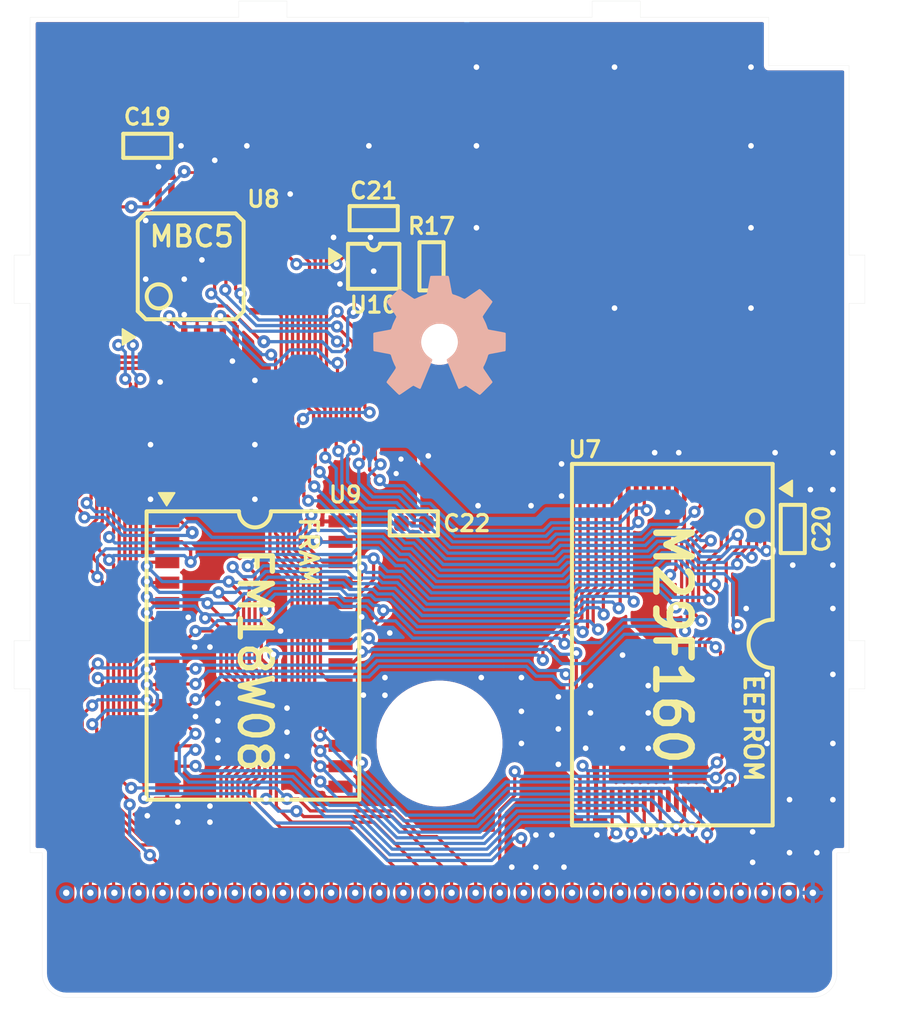
<source format=kicad_pcb>
(kicad_pcb (version 20240108) (generator "pcbnew") (generator_version "8.0")
  (layers (0 "F.Cu" signal) (31 "B.Cu" signal) (34 "B.Paste" user) (35 "F.Paste" user) (36 "B.SilkS" user "B.Silkscreen") (37 "F.SilkS" user "F.Silkscreen") (38 "B.Mask" user) (39 "F.Mask" user) (44 "Edge.Cuts" user))
  (net 0 "")
  (net 1 "VCC")
  (net 2 "GND")
  (net 3 "/PHI")
  (net 4 "/~{WR}")
  (net 5 "/~{RST}")
  (net 6 "/~{CS}_{OR}")
  (net 7 "/A_{10}")
  (net 8 "/D_{4}")
  (net 9 "/A_{0}")
  (net 10 "/A_{1}")
  (net 11 "/D_{0}")
  (net 12 "/A_{9}")
  (net 13 "/D_{3}")
  (net 14 "/A_{6}")
  (net 15 "/A_{8}")
  (net 16 "/D_{7}")
  (net 17 "/A_{15}")
  (net 18 "/D_{6}")
  (net 20 "/A_{3}")
  (net 21 "/A_{5}")
  (net 22 "/A_{4}")
  (net 23 "/D_{2}")
  (net 24 "/~{RD}")
  (net 25 "/A_{13}")
  (net 26 "/A_{11}")
  (net 27 "/D_{1}")
  (net 29 "/A_{7}")
  (net 30 "/D_{5}")
  (net 31 "/A_{12}")
  (net 32 "/~{CS}")
  (net 33 "/A_{2}")
  (net 35 "/A_{14}")
  (net 38 "/~{CS}_{RAM}")
  (net 45 "/AA_{13}")
  (net 46 "/AA_{14}")
  (net 49 "/RA_{15}")
  (net 50 "/RA_{20}")
  (net 51 "/RA_{18}")
  (net 52 "/RA_{14}")
  (net 53 "/RA_{17}")
  (net 54 "/RA_{19}")
  (net 55 "/RA_{16}")
  (net 56 "/AA_{15}")
  (net 57 "/RA_{22}")
  (net 58 "/AA_{16}")
  (net 59 "/RA_{21}")
  (footprint "Bucketmouse:SO28" (layer "F.Cu") (at 137.005 114 -90)
    (property "Reference" "U9")
    (property "Value" "FM18W08-SG")
  )
  (footprint "Bucketmouse:QFP-32" (layer "F.Cu") (at 133.0011 90.4986)
    (property "Reference" "U8")
    (property "Value" "MBC5")
  )
  (footprint "Bucketmouse:R_0603_1608Metric_Boxed" (layer "F.Cu") (at 148 90.5 90)
    (property "Reference" "R17")
    (property "Value" "10k")
  )
  (footprint "Bucketmouse:C_0603_1608Metric_Boxed" (layer "F.Cu") (at 170.5011 106.8486 -90)
    (property "Reference" "C20")
    (property "Value" "0.1uF")
  )
  (footprint "Bucketmouse:SOT-363_SC-70-6" (layer "F.Cu") (at 144.4 90.4986)
    (property "Reference" "U10")
    (property "Value" "74LVC1G332")
  )
  (footprint "Bucketmouse:C_0603_1608Metric_Boxed" (layer "F.Cu") (at 144.4 87.5 180)
    (property "Reference" "C21")
    (property "Value" "100n")
  )
  (footprint "Bucketmouse:C_0603_1608Metric_Boxed" (layer "F.Cu") (at 130.3 83)
    (property "Reference" "C19")
    (property "Value" "0.1uF")
  )
  (footprint "Bucketmouse:GBC_CART_TABBED" (layer "F.Cu") (at 148.4011 106.7986)
    (property "Reference" "P1" (hide yes))
    (property "Value" "GBC_CARTTAB")
    (fp_line (start -26.4 -17) (end -26.4 -14) (stroke (width 0.01)) (layer "Edge.Cuts"))
    (fp_line (start -26.4 -14) (end -25.4 -14) (stroke (width 0.01)) (layer "Edge.Cuts"))
    (fp_line (start -26.4 7) (end -26.4 10) (stroke (width 0.01)) (layer "Edge.Cuts"))
    (fp_line (start -26.4 10) (end -25.4 10) (stroke (width 0.01)) (layer "Edge.Cuts"))
    (fp_line (start -25.4 -31.8) (end -12.4 -31.8) (stroke (width 0.01)) (layer "Edge.Cuts"))
    (fp_line (start -25.4 -17) (end -26.4 -17) (stroke (width 0.01)) (layer "Edge.Cuts"))
    (fp_line (start -25.4 -17) (end -25.4 -31.8) (stroke (width 0.01)) (layer "Edge.Cuts"))
    (fp_line (start -25.4 -14) (end -25.4 7) (stroke (width 0.01)) (layer "Edge.Cuts"))
    (fp_line (start -25.4 7) (end -26.4 7) (stroke (width 0.01)) (layer "Edge.Cuts"))
    (fp_line (start -25.4 10) (end -25.4 20.21) (stroke (width 0.01)) (layer "Edge.Cuts"))
    (fp_line (start -24.65 20.21) (end -25.4 20.21) (stroke (width 0.01)) (layer "Edge.Cuts"))
    (fp_line (start -24.65 20.21) (end -24.65 27.71) (stroke (width 0.01)) (layer "Edge.Cuts"))
    (fp_line (start -23.15 29.21) (end 23.35 29.21) (stroke (width 0.01)) (layer "Edge.Cuts"))
    (fp_line (start -12.4 -32.8) (end -12.4 -31.8) (stroke (width 0.01)) (layer "Edge.Cuts"))
    (fp_line (start -9.4 -32.8) (end -12.4 -32.8) (stroke (width 0.01)) (layer "Edge.Cuts"))
    (fp_line (start -9.4 -31.8) (end -9.4 -32.8) (stroke (width 0.01)) (layer "Edge.Cuts"))
    (fp_line (start -9.4 -31.8) (end 9.6 -31.8) (stroke (width 0.01)) (layer "Edge.Cuts"))
    (fp_line (start 9.6 -32.8) (end 9.6 -31.8) (stroke (width 0.01)) (layer "Edge.Cuts"))
    (fp_line (start 12.6 -32.8) (end 9.6 -32.8) (stroke (width 0.01)) (layer "Edge.Cuts"))
    (fp_line (start 12.6 -31.8) (end 12.6 -32.8) (stroke (width 0.01)) (layer "Edge.Cuts"))
    (fp_line (start 12.6 -31.8) (end 20.6 -31.8) (stroke (width 0.01)) (layer "Edge.Cuts"))
    (fp_line (start 20.6 -31.8) (end 20.6 -28.79) (stroke (width 0.01)) (layer "Edge.Cuts"))
    (fp_line (start 20.6 -28.79) (end 25.6 -28.79) (stroke (width 0.01)) (layer "Edge.Cuts"))
    (fp_line (start 24.85 20.21) (end 25.6 20.21) (stroke (width 0.01)) (layer "Edge.Cuts"))
    (fp_line (start 24.85 27.71) (end 24.85 20.21) (stroke (width 0.01)) (layer "Edge.Cuts"))
    (fp_line (start 25.6 -28.79) (end 25.6 -17) (stroke (width 0.01)) (layer "Edge.Cuts"))
    (fp_line (start 25.6 -17) (end 26.6 -17) (stroke (width 0.01)) (layer "Edge.Cuts"))
    (fp_line (start 25.6 -14) (end 25.6 7) (stroke (width 0.01)) (layer "Edge.Cuts"))
    (fp_line (start 25.6 7) (end 26.6 7) (stroke (width 0.01)) (layer "Edge.Cuts"))
    (fp_line (start 25.6 10) (end 25.6 20.21) (stroke (width 0.01)) (layer "Edge.Cuts"))
    (fp_line (start 26.6 -17) (end 26.6 -14) (stroke (width 0.01)) (layer "Edge.Cuts"))
    (fp_line (start 26.6 -14) (end 25.6 -14) (stroke (width 0.01)) (layer "Edge.Cuts"))
    (fp_line (start 26.6 7) (end 26.6 10) (stroke (width 0.01)) (layer "Edge.Cuts"))
    (fp_line (start 26.6 10) (end 25.6 10) (stroke (width 0.01)) (layer "Edge.Cuts"))
    (fp_arc (start -23.15 29.21) (mid -24.21066 28.77066) (end -24.65 27.71) (stroke (width 0.01)) (layer "Edge.Cuts"))
    (fp_arc (start 24.85 27.71) (mid 24.41066 28.77066) (end 23.35 29.21) (stroke (width 0.01)) (layer "Edge.Cuts"))
  )
  (footprint "Bucketmouse:TSOP-I-48_18.4x12mm_P0.5mm" (layer "F.Cu") (at 163 114 -90)
    (property "Reference" "U7")
    (property "Value" "M29F160N")
  )
  (footprint "Bucketmouse:C_0603_1608Metric_Boxed" (layer "F.Cu") (at 146.9 106.5)
    (property "Reference" "C22")
    (property "Value" "0.1uF")
  )
  (footprint "LOGO" (layer "B.Cu") (at 161.3 85.1 180)
    (property "Reference" "G***" (hide yes))
    (property "Value" "LOGO" (hide yes))
  )
  (footprint "LOGO" (layer "B.Cu") (at 148.5 94.79 180)
    (property "Reference" "G***" (hide yes))
    (property "Value" "LOGO" (hide yes))
  )
  (gr_circle (center 168.15 106.2) (end 168.65 106.2) (stroke (width 0.25)) (fill none) (layer "F.SilkS"))
  (gr_text "FRAM" (at 139.7 106 270) (layer "F.SilkS") (effects (font (size 1.1 1.1) (thickness 0.225) (bold yes)) (justify left bottom)))
  (gr_text "MBC5" (at 130.309671 87.8986 0) (layer "F.SilkS") (effects (font (size 1.275 1.275) (thickness 0.225)) (justify left top)))
  (gr_text "FM18W08" (at 137 115 270) (layer "F.SilkS") (effects (font (size 2 2) (thickness 0.33) (bold yes))))
  (gr_text "M29F160" (at 163 114 270) (layer "F.SilkS") (effects (font (size 2.2 2.2) (thickness 0.4) (bold yes))))
  (gr_text "EEPROM" (at 167.4 115.8 270) (layer "F.SilkS") (effects (font (size 1.1 1.1) (thickness 0.225) (bold yes)) (justify left bottom)))
  (segment (start 145.8 103.4) (end 146.125 103.725) (width 0.2) (layer "F.Cu") (net 1))
  (segment (start 146.925 89.675) (end 148 89.675) (width 0.2) (layer "F.Cu") (net 1))
  (segment (start 146.125 103.725) (end 146.125 106.5) (width 0.2) (layer "F.Cu") (net 1))
  (segment (start 146.1014 90.4986) (end 146.925 89.675) (width 0.2) (layer "F.Cu") (net 1))
  (segment (start 145.35 90.4986) (end 146.1014 90.4986) (width 0.2) (layer "F.Cu") (net 1))
  (segment (start 125.0011 131.8086) (end 125.0011 128.4986) (width 1.5) (layer "F.Cu") (net 1))
  (via (at 162.7 105.8) (size 0.8) (drill 0.33) (layers "F.Cu" "B.Cu") (net 1))
  (via (at 145.8 103.4) (size 0.8) (drill 0.33) (layers "F.Cu" "B.Cu") (net 1))
  (via (at 146.1 102.5) (size 0.8) (drill 0.33) (layers "F.Cu" "B.Cu") (net 1))
  (segment (start 162.684495 105.784495) (end 162.4 105.784495) (width 0.2) (layer "B.Cu") (net 1))
  (segment (start 162.7 105.8) (end 162.684495 105.784495) (width 0.2) (layer "B.Cu") (net 1))
  (segment (start 158.2511 121.1486) (end 157.6011 120.4986) (width 0.2032) (layer "F.Cu") (net 2))
  (segment (start 172.0011 131.8086) (end 172.0011 125.9986) (width 1.5) (layer "F.Cu") (net 2))
  (segment (start 131.0011 86.0836) (end 131.0011 84.3) (width 0.2032) (layer "F.Cu") (net 2))
  (segment (start 132.6011 94.9136) (end 132.6011 93.507) (width 0.2032) (layer "F.Cu") (net 2))
  (segment (start 158.2511 125.8486) (end 158.3011 125.8986) (width 0.2032) (layer "F.Cu") (net 2))
  (segment (start 158.2511 124.1986) (end 158.2511 121.1486) (width 0.2032) (layer "F.Cu") (net 2))
  (segment (start 158.2511 124.1986) (end 158.2511 125.8486) (width 0.2032) (layer "F.Cu") (net 2))
  (via (at 155.9 119.3) (size 0.7564) (drill 0.35) (layers "F.Cu" "B.Cu") (net 2))
  (via (at 173 120.2) (size 0.7564) (drill 0.35) (layers "F.Cu" "B.Cu") (net 2))
  (via (at 134.2011 125.0986) (size 0.7564) (drill 0.35) (layers "F.Cu" "B.Cu") (net 2))
  (via (at 130.5 105) (size 0.7564) (drill 0.35) (layers "F.Cu" "B.Cu") (net 2))
  (via (at 144.4 90.8) (size 0.7564) (drill 0.35) (layers "F.Cu" "B.Cu") (net 2))
  (via (at 144.2 88.7) (size 0.7564) (drill 0.35) (layers "F.Cu" "B.Cu") (net 2))
  (via (at 133.7 90.1) (size 0.7564) (drill 0.35) (layers "F.Cu" "B.Cu") (net 2))
  (via (at 154.5011 125.8986) (size 0.7564) (drill 0.35) (layers "F.Cu" "B.Cu") (net 2))
  (via (at 168.0011 127.5986) (size 0.7564) (drill 0.35) (layers "F.Cu" "B.Cu") (net 2))
  (via (at 138.6 113.2) (size 0.7564) (drill 0.35) (layers "F.Cu" "B.Cu") (net 2))
  (via (at 130.2 91.3) (size 0.7564) (drill 0.35) (layers "F.Cu" "B.Cu") (net 2))
  (via (at 161.5 118.3) (size 0.7564) (drill 0.35) (layers "F.Cu" "B.Cu") (net 2))
  (via (at 155.9 121.5) (size 0.7564) (drill 0.35) (layers "F.Cu" "B.Cu") (net 2))
  (via (at 170.5 109.1) (size 0.7564) (drill 0.35) (layers "F.Cu" "B.Cu") (net 2))
  (via (at 150.9 105.4) (size 0.7564) (drill 0.35) (layers "F.Cu" "B.Cu") (net 2))
  (via (at 168.0011 125.6986) (size 0.7564) (drill 0.35) (layers "F.Cu" "B.Cu") (net 2))
  (via (at 130.2 87.6486) (size 0.7564) (drill 0.35) (layers "F.Cu" "B.Cu") (net 2))
  (via (at 173 123.7) (size 0.7564) (drill 0.35) (layers "F.Cu" "B.Cu") (net 2))
  (via (at 132.4 83) (size 0.7564) (drill 0.35) (layers "F.Cu" "B.Cu") (net 2))
  (via (at 139.2 86) (size 0.7564) (drill 0.35) (layers "F.Cu" "B.Cu") (net 2))
  (via (at 153.6 118.2) (size 0.7564) (drill 0.35) (layers "F.Cu" "B.Cu") (net 2))
  (via (at 132.6 91.3) (size 0.7564) (drill 0.35) (layers "F.Cu" "B.Cu") (net 2))
  (via (at 170.3 127) (size 0.7564) (drill 0.35) (layers "F.Cu" "B.Cu") (net 2))
  (via (at 153.0011 127.8986) (size 0.7564) (drill 0.35) (layers "F.Cu" "B.Cu") (net 2))
  (via (at 167.9 78.1) (size 0.7564) (drill 0.35) (layers "F.Cu" "B.Cu") (net 2))
  (via (at 173 109.1) (size 0.7564) (drill 0.35) (layers "F.Cu" "B.Cu") (net 2))
  (via (at 131.0011 84.3) (size 0.7564) (drill 0.35) (layers "F.Cu" "B.Cu") (net 2))
  (via (at 172.0011 126.9986) (size 0.7564) (drill 0.35) (layers "F.Cu" "B.Cu") (net 2))
  (via (at 145.1 116.1) (size 0.7564) (drill 0.35) (layers "F.Cu" "B.Cu") (net 2))
  (via (at 134.2011 114.1986) (size 0.7564) (drill 0.35) (layers "F.Cu" "B.Cu") (net 2))
  (via (at 173 115.9) (size 0.7564) (drill 0.35) (layers "F.Cu" "B.Cu") (net 2))
  (via (at 137 101.6) (size 0.7564) (drill 0.35) (layers "F.Cu" "B.Cu") (net 2))
  (via (at 137 97.6) (size 0.7564) (drill 0.35) (layers "F.Cu" "B.Cu") (net 2))
  (via (at 159.9011 114.7) (size 0.7564) (drill 0.35) (layers "F.Cu" "B.Cu") (net 2))
  (via (at 154.5011 127.8986) (size 0.7564) (drill 0.35) (layers "F.Cu" "B.Cu") (net 2))
  (via (at 130.5 101.6) (size 0.7564) (drill 0.35) (layers "F.Cu" "B.Cu") (net 2))
  (via (at 132.6011 93.507) (size 0.7564) (drill 0.35) (layers "F.Cu" "B.Cu") (net 2))
  (via (at 167.9 83) (size 0.7564) (drill 0.35) (layers "F.Cu" "B.Cu") (net 2))
  (via (at 157.9011 118.3) (size 0.7564) (drill 0.35) (layers "F.Cu" "B.Cu") (net 2))
  (via (at 170.3 123.7) (size 0.7564) (drill 0.35) (layers "F.Cu" "B.Cu") (net 2))
  (via (at 154.2 105.4) (size 0.7564) (drill 0.35) (layers "F.Cu" "B.Cu") (net 2))
  (via (at 168.9 120.2) (size 0.7564) (drill 0.35) (layers "F.Cu" "B.Cu") (net 2))
  (via (at 134.7011 117.6986) (size 0.7564) (drill 0.35) (layers "F.Cu" "B.Cu") (net 2))
  (via (at 161.5 120.5) (size 0.7564) (drill 0.35) (layers "F.Cu" "B.Cu") (net 2))
  (via (at 151.1 116.1) (size 0.7564) (drill 0.35) (layers "F.Cu" "B.Cu") (net 2))
  (via (at 145.4011 113.3236) (size 0.7564) (drill 0.35) (layers "F.Cu" "B.Cu") (net 2))
  (via (at 161.9 102.1) (size 0.7564) (drill 0.35) (layers "F.Cu" "B.Cu") (net 2))
  (via (at 161.5 116.6) (size 0.7564) (drill 0.35) (layers "F.Cu" "B.Cu") (net 2))
  (via (at 139.0011 117.9986) (size 0.7564) (drill 0.35) (layers "F.Cu" "B.Cu") (net 2))
  (via (at 142.3 91.6) (size 0.7564) (drill 0.35) (layers "F.Cu" "B.Cu") (net 2))
  (via (at 159.4 78.1) (size 0.7564) (drill 0.35) (layers "F.Cu" "B.Cu") (net 2))
  (via (at 156.2511 127.8986) (size 0.7564) (drill 0.35) (layers "F.Cu" "B.Cu") (net 2))
  (via (at 136.5 83) (size 0.7564) (drill 0.35) (layers "F.Cu" "B.Cu") (net 2))
  (via (at 163.4 102.1) (size 0.7564) (drill 0.35) (layers "F.Cu" "B.Cu") (net 2))
  (via (at 150.8 88.1) (size 0.7564) (drill 0.35) (layers "F.Cu" "B.Cu") (net 2))
  (via (at 157.6011 120.4986) (size 0.7564) (drill 0.35) (layers "F.Cu" "B.Cu") (net 2))
  (via (at 135.6 96.4) (size 0.7564) (drill 0.35) (layers "F.Cu" "B.Cu") (net 2))
  (via (at 169.4 102.1) (size 0.7564) (drill 0.35) (layers "F.Cu" "B.Cu") (net 2))
  (via (at 159.4 93.1) (size 0.7564) (drill 0.35) (layers "F.Cu" "B.Cu") (net 2))
  (via (at 139.0011 120.9986) (size 0.7564) (drill 0.35) (layers "F.Cu" "B.Cu") (net 2))
  (via (at 168.9 115.9) (size 0.7564) (drill 0.35) (layers "F.Cu" "B.Cu") (net 2))
  (via (at 157.9 116.6) (size 0.7564) (drill 0.35) (layers "F.Cu" "B.Cu") (net 2))
  (via (at 153.6 116.1) (size 0.7564) (drill 0.35) (layers "F.Cu" "B.Cu") (net 2))
  (via (at 144.1 83) (size 0.7564) (drill 0.35) (layers "F.Cu" "B.Cu") (net 2))
  (via (at 134.7011 118.7986) (size 0.7564) (drill 0.35) (layers "F.Cu" "B.Cu") (net 2))
  (via (at 145.1 117.2) (size 0.7564) (drill 0.35) (layers "F.Cu" "B.Cu") (net 2))
  (via (at 150.8 78.1) (size 0.7564) (drill 0.35) (layers "F.Cu" "B.Cu") (net 2))
  (via (at 134.7011 119.9986) (size 0.7564) (drill 0.35) (layers "F.Cu" "B.Cu") (net 2))
  (via (at 159.9011 120.5) (size 0.7564) (drill 0.35) (layers "F.Cu" "B.Cu") (net 2))
  (via (at 155.5011 125.8986) (size 0.7564) (drill 0.35) (layers "F.Cu" "B.Cu") (net 2))
  (via (at 132.2011 125.0986) (size 0.7564) (drill 0.35) (layers "F.Cu" "B.Cu") (net 2))
  (via (at 143.757118 117.191) (size 0.7564) (drill 0.35) (layers "F.Cu" "B.Cu") (net 2))
  (via (at 139.0011 119.4986) (size 0.7564) (drill 0.35) (layers "F.Cu" "B.Cu") (net 2))
  (via (at 155.9 117.3) (size 0.7564) (drill 0.35) (layers "F.Cu" "B.Cu") (net 2))
  (via (at 134.5 83.9) (size 0.7564) (drill 0.35) (layers "F.Cu" "B.Cu") (net 2))
  (via (at 150.8 83) (size 0.7564) (drill 0.35) (layers "F.Cu" "B.Cu") (net 2))
  (via (at 158.3011 125.8986) (size 0.7564) (drill 0.35) (layers "F.Cu" "B.Cu") (net 2))
  (via (at 156.1 104.8) (size 0.7564) (drill 0.35) (layers "F.Cu" "B.Cu") (net 2))
  (via (at 167.9 93.1) (size 0.7564) (drill 0.35) (layers "F.Cu" "B.Cu") (net 2))
  (via (at 133.2511 114.1986) (size 0.7564) (drill 0.35) (layers "F.Cu" "B.Cu") (net 2))
  (via (at 173 111.8) (size 0.7564) (drill 0.35) (layers "F.Cu" "B.Cu") (net 2))
  (via (at 133.3011 118.5236) (size 0.7564) (drill 0.35) (layers "F.Cu" "B.Cu") (net 2))
  (via (at 130.3 124.7) (size 0.7564) (drill 0.35) (layers "F.Cu" "B.Cu") (net 2))
  (via (at 131.1 97.7) (size 0.7564) (drill 0.35) (layers "F.Cu" "B.Cu") (net 2))
  (via (at 137 105) (size 0.7564) (drill 0.35) (layers "F.Cu" "B.Cu") (net 2))
  (via (at 167.6 111.8) (size 0.7564) (drill 0.35) (layers "F.Cu" "B.Cu") (net 2))
  (via (at 173 102.1) (size 0.7564) (drill 0.35) (layers "F.Cu" "B.Cu") (net 2))
  (via (at 141.9 88.7) (size 0.7564) (drill 0.35) (layers "F.Cu" "B.Cu") (net 2))
  (via (at 143.6511 112.3236) (size 0.7564) (drill 0.35) (layers "F.Cu" "B.Cu") (net 2))
  (via (at 147.8 102.3) (size 0.7564) (drill 0.35) (layers "F.Cu" "B.Cu") (net 2))
  (via (at 134.7011 121.0986) (size 0.7564) (drill 0.35) (layers "F.Cu" "B.Cu") (net 2))
  (via (at 171.6 104.4) (size 0.7564) (drill 0.35) (layers "F.Cu" "B.Cu") (net 2))
  (via (at 153.6 120.1986) (size 0.7564) (drill 0.35) (layers "F.Cu" "B.Cu") (net 2))
  (via (at 173 104.4) (size 0.7564) (drill 0.35) (layers "F.Cu" "B.Cu") (net 2))
  (via (at 132.8511 112.3486) (size 0.7564) (drill 0.35) (layers "F.Cu" "B.Cu") (net 2))
  (via (at 132.2011 124.0986) (size 0.7564) (drill 0.35) (layers "F.Cu" "B.Cu") (net 2))
  (via (at 134.2011 124.0986) (size 0.7564) (drill 0.35) (layers "F.Cu" "B.Cu") (net 2))
  (via (at 156.1 102.8) (size 0.7564) (drill 0.35) (layers "F.Cu" "B.Cu") (net 2))
  (via (at 167.9 88.1) (size 0.7564) (drill 0.35) (layers "F.Cu" "B.Cu") (net 2))
  (segment (start 134.7011 117.6986) (end 135.4011 116.9986) (width 0.5) (layer "B.Cu") (net 2))
  (segment (start 143.5011 116.9986) (end 143.564718 116.9986) (width 0.2032) (layer "B.Cu") (net 2))
  (segment (start 135.4011 116.9986) (end 143.5011 116.9986) (width 0.5) (layer "B.Cu") (net 2))
  (segment (start 143.564718 116.9986) (end 143.757118 117.191) (width 0.2032) (layer "B.Cu") (net 2))
  (segment (start 125.1936 117.634858) (end 125.8936 116.934858) (width 0.2) (layer "F.Cu") (net 3))
  (segment (start 125.8936 115.166814) (end 127.15 113.910414) (width 0.2) (layer "F.Cu") (net 3))
  (segment (start 125.75 123.944975) (end 125.75 120.251531) (width 0.2) (layer "F.Cu") (net 3))
  (segment (start 127.9 86.8) (end 129.3 86.8) (width 0.2) (layer "F.Cu") (net 3))
  (segment (start 127.4 87.3) (end 127.9 86.8) (width 0.2) (layer "F.Cu") (net 3))
  (segment (start 126.0968 104.27473) (end 126.0968 99.606025) (width 0.2) (layer "F.Cu") (net 3))
  (segment (start 125.1936 119.695131) (end 125.1936 117.634858) (width 0.2) (layer "F.Cu") (net 3))
  (segment (start 126.7511 124.946074) (end 125.75 123.944975) (width 0.2) (layer "F.Cu") (net 3))
  (segment (start 132.6636 84.6636) (end 136.786611 84.663599) (width 0.17) (layer "F.Cu") (net 3))
  (segment (start 126.7511 131.7086) (end 126.7511 129.4986) (width 0.17) (layer "F.Cu") (net 3))
  (segment (start 127.4 89.849562) (end 127.4 87.3) (width 0.2) (layer "F.Cu") (net 3))
  (segment (start 125.8936 116.934858) (end 125.8936 115.166814) (width 0.2) (layer "F.Cu") (net 3))
  (segment (start 125.4439 98.953125) (end 125.4439 91.805662) (width 0.2) (layer "F.Cu") (net 3))
  (segment (start 136.786611 84.663599) (end 141.523012 89.4) (width 0.17) (layer "F.Cu") (net 3))
  (segment (start 127.15 110.9) (end 126.2436 109.9936) (width 0.2) (layer "F.Cu") (net 3))
  (segment (start 143.9 89.4) (end 144.3486 89.8486) (width 0.17) (layer "F.Cu") (net 3))
  (segment (start 126.2436 106.9436) (end 125.5436 106.2436) (width 0.2) (layer "F.Cu") (net 3))
  (segment (start 125.5436 106.2436) (end 125.5436 104.82793) (width 0.2) (layer "F.Cu") (net 3))
  (segment (start 144.3486 89.8486) (end 145.35 89.8486) (width 0.17) (layer "F.Cu") (net 3))
  (segment (start 125.75 120.251531) (end 125.1936 119.695131) (width 0.2) (layer "F.Cu") (net 3))
  (segment (start 125.4439 91.805662) (end 127.4 89.849562) (width 0.2) (layer "F.Cu") (net 3))
  (segment (start 126.7511 129.4986) (end 126.7511 124.946074) (width 0.2) (layer "F.Cu") (net 3))
  (segment (start 132.6 84.6) (end 132.6636 84.6636) (width 0.17) (layer "F.Cu") (net 3))
  (segment (start 126.0968 99.606025) (end 125.4439 98.953125) (width 0.2) (layer "F.Cu") (net 3))
  (segment (start 127.15 113.910414) (end 127.15 110.9) (width 0.2) (layer "F.Cu") (net 3))
  (segment (start 141.523012 89.4) (end 143.9 89.4) (width 0.17) (layer "F.Cu") (net 3))
  (segment (start 125.5436 104.82793) (end 126.0968 104.27473) (width 0.2) (layer "F.Cu") (net 3))
  (segment (start 126.2436 109.9936) (end 126.2436 106.9436) (width 0.2) (layer "F.Cu") (net 3))
  (via (at 129.3 86.8) (size 0.8) (drill 0.33) (layers "F.Cu" "B.Cu") (net 3))
  (via (at 132.6 84.6) (size 0.8) (drill 0.33) (layers "F.Cu" "B.Cu") (net 3))
  (segment (start 130.4 86.8) (end 132.6 84.6) (width 0.2) (layer "B.Cu") (net 3))
  (segment (start 132.5 84.6) (end 132.6 84.6) (width 0.17) (layer "B.Cu") (net 3))
  (segment (start 129.3 86.8) (end 130.4 86.8) (width 0.2) (layer "B.Cu") (net 3))
  (segment (start 163.226418 107.273282) (end 163.7511 106.7486) (width 0.2) (layer "F.Cu") (net 4))
  (segment (start 126.5067 92.8486) (end 126.5067 96.4986) (width 0.2032) (layer "F.Cu") (net 4))
  (segment (start 127.5 114.055388) (end 126.2436 115.311788) (width 0.2) (layer "F.Cu") (net 4))
  (segment (start 127.15 106.25) (end 127.15 99.169775) (width 0.2) (layer "F.Cu") (net 4))
  (segment (start 128.5861 91.6986) (end 127.6567 91.6986) (width 0.2032) (layer "F.Cu") (net 4))
  (segment (start 163.226418 109.341061) (end 163.226418 107.273282) (width 0.2) (layer "F.Cu") (net 4))
  (segment (start 125.5436 117.779832) (end 125.5436 119.550157) (width 0.2) (layer "F.Cu") (net 4))
  (segment (start 128.2011 125.9011) (end 128.2011 131.9586) (width 0.2) (layer "F.Cu") (net 4))
  (segment (start 140.9011 107.6486) (end 142.3311 107.6486) (width 0.2) (layer "F.Cu") (net 4))
  (segment (start 126.2436 117.079832) (end 125.5436 117.779832) (width 0.2) (layer "F.Cu") (net 4))
  (segment (start 163.7511 106.7486) (end 163.7511 103.7986) (width 0.2) (layer "F.Cu") (net 4))
  (segment (start 127.6567 91.6986) (end 126.5067 92.8486) (width 0.2032) (layer "F.Cu") (net 4))
  (segment (start 128.2511 131.7086) (end 128.2011 131.9586) (width 0.2032) (layer "F.Cu") (net 4))
  (segment (start 125.5436 119.550157) (end 126.1 120.106557) (width 0.2) (layer "F.Cu") (net 4))
  (segment (start 162.856279 109.7112) (end 163.226418 109.341061) (width 0.2) (layer "F.Cu") (net 4))
  (segment (start 126.5067 98.526475) (end 126.5067 96.4986) (width 0.2) (layer "F.Cu") (net 4))
  (segment (start 127.5 110.13542) (end 127.5 114.055388) (width 0.2) (layer "F.Cu") (net 4))
  (segment (start 140.8511 107.5986) (end 140.9011 107.6486) (width 0.2) (layer "F.Cu") (net 4))
  (segment (start 126.1 123.8) (end 128.2011 125.9011) (width 0.2) (layer "F.Cu") (net 4))
  (segment (start 126.5936 109.22902) (end 126.5936 106.8064) (width 0.2) (layer "F.Cu") (net 4))
  (segment (start 126.2436 115.311788) (end 126.2436 117.079832) (width 0.2) (layer "F.Cu") (net 4))
  (segment (start 127.19319 109.82861) (end 126.5936 109.22902) (width 0.2) (layer "F.Cu") (net 4))
  (segment (start 126.5936 106.8064) (end 127.15 106.25) (width 0.2) (layer "F.Cu") (net 4))
  (segment (start 127.15 99.169775) (end 126.5067 98.526475) (width 0.2) (layer "F.Cu") (net 4))
  (segment (start 127.19319 109.82861) (end 127.5 110.13542) (width 0.2) (layer "F.Cu") (net 4))
  (segment (start 126.1 120.106557) (end 126.1 123.8) (width 0.2) (layer "F.Cu") (net 4))
  (via (at 162.856279 109.7112) (size 0.7564) (drill 0.35) (layers "F.Cu" "B.Cu") (net 4))
  (via (at 127.19319 109.82861) (size 0.7564) (drill 0.35) (layers "F.Cu" "B.Cu") (net 4))
  (via (at 140.8511 107.5986) (size 0.7564) (drill 0.35) (layers "F.Cu" "B.Cu") (net 4))
  (segment (start 127.19319 108.60681) (end 127.7138 108.0862) (width 0.2) (layer "B.Cu") (net 4))
  (segment (start 127.19319 109.82861) (end 127.19319 108.60681) (width 0.2) (layer "B.Cu") (net 4))
  (segment (start 145.912162 108.7774) (end 144.8128 107.678038) (width 0.2) (layer "B.Cu") (net 4))
  (segment (start 127.7138 108.0862) (end 138.585937 108.0862) (width 0.2) (layer "B.Cu") (net 4))
  (segment (start 140.3619 108.0878) (end 140.8511 107.5986) (width 0.2) (layer "B.Cu") (net 4))
  (segment (start 138.585937 108.0862) (end 138.587537 108.0878) (width 0.2) (layer "B.Cu") (net 4))
  (segment (start 162.856279 109.7112) (end 162.580479 109.987) (width 0.2) (layer "B.Cu") (net 4))
  (segment (start 138.587537 108.0878) (end 140.3619 108.0878) (width 0.2) (layer "B.Cu") (net 4))
  (segment (start 140.8511 107.5986) (end 140.8511 107.6486) (width 0.2) (layer "B.Cu") (net 4))
  (segment (start 162.580479 109.987) (end 156.918612 109.987) (width 0.2) (layer "B.Cu") (net 4))
  (segment (start 156.437012 110.4686) (end 148.14635 110.4686) (width 0.2) (layer "B.Cu") (net 4))
  (segment (start 140.930537 107.678038) (end 140.8511 107.5986) (width 0.2) (layer "B.Cu") (net 4))
  (segment (start 148.14635 110.4686) (end 146.45515 108.7774) (width 0.2) (layer "B.Cu") (net 4))
  (segment (start 146.45515 108.7774) (end 145.912162 108.7774) (width 0.2) (layer "B.Cu") (net 4))
  (segment (start 144.8128 107.678038) (end 140.930537 107.678038) (width 0.2) (layer "B.Cu") (net 4))
  (segment (start 156.918612 109.987) (end 156.437012 110.4686) (width 0.2) (layer "B.Cu") (net 4))
  (segment (start 166.8107 116.726938) (end 166.8107 113.024013) (width 0.2032) (layer "F.Cu") (net 5))
  (segment (start 169.3511 122.862613) (end 167.5167 121.028213) (width 0.2032) (layer "F.Cu") (net 5))
  (segment (start 140.0495 100.9505) (end 140.6571 100.3429) (width 0.2) (layer "F.Cu") (net 5))
  (segment (start 140.6571 100.3429) (end 140.6571 99.6571) (width 0.2) (layer "F.Cu") (net 5))
  (segment (start 167.5167 117.432938) (end 166.8107 116.726938) (width 0.2032) (layer "F.Cu") (net 5))
  (segment (start 169.3511 127.8489) (end 169.3511 122.862613) (width 0.2032) (layer "F.Cu") (net 5))
  (segment (start 140.0495 99.0495) (end 140.0495 91.797) (width 0.2) (layer "F.Cu") (net 5))
  (segment (start 168.7511 128.4489) (end 169.3511 127.8489) (width 0.2032) (layer "F.Cu") (net 5))
  (segment (start 168.7511 131.7086) (end 168.7511 128.4489) (width 0.2032) (layer "F.Cu") (net 5))
  (segment (start 167.5167 121.028213) (end 167.5167 117.432938) (width 0.2032) (layer "F.Cu") (net 5))
  (segment (start 140.0495 104.817797) (end 140.0495 100.9505) (width 0.2) (layer "F.Cu") (net 5))
  (segment (start 166.986112 112.8486) (end 167.0511 112.8486) (width 0.2032) (layer "F.Cu") (net 5))
  (segment (start 140.3253 105.093597) (end 140.0495 104.817797) (width 0.2) (layer "F.Cu") (net 5))
  (segment (start 166.8107 113.024013) (end 166.986112 112.8486) (width 0.2032) (layer "F.Cu") (net 5))
  (segment (start 138.3511 90.0986) (end 137.4161 90.0986) (width 0.2) (layer "F.Cu") (net 5))
  (segment (start 140.6571 99.6571) (end 140.0495 99.0495) (width 0.2) (layer "F.Cu") (net 5))
  (segment (start 140.0495 91.797) (end 138.3511 90.0986) (width 0.2) (layer "F.Cu") (net 5))
  (via (at 140.3253 105.093597) (size 0.7564) (drill 0.35) (layers "F.Cu" "B.Cu") (net 5))
  (via (at 167.0511 112.8486) (size 0.7564) (drill 0.35) (layers "F.Cu" "B.Cu") (net 5))
  (segment (start 145.10475 106.973238) (end 142.901837 106.973238) (width 0.2) (layer "B.Cu") (net 5))
  (segment (start 142.901837 106.973238) (end 141.022196 105.093597) (width 0.2) (layer "B.Cu") (net 5))
  (segment (start 163.377475 108.6766) (end 162.505118 108.6766) (width 0.2) (layer "B.Cu") (net 5))
  (segment (start 140.3253 105.093597) (end 140.5011 104.917797) (width 0.2) (layer "B.Cu") (net 5))
  (segment (start 156.626662 109.2822) (end 156.145062 109.7638) (width 0.2) (layer "B.Cu") (net 5))
  (segment (start 161.899518 109.2822) (end 156.626662 109.2822) (width 0.2) (layer "B.Cu") (net 5))
  (segment (start 156.145062 109.7638) (end 148.4383 109.7638) (width 0.2) (layer "B.Cu") (net 5))
  (segment (start 141.022196 105.093597) (end 140.3253 105.093597) (width 0.2) (layer "B.Cu") (net 5))
  (segment (start 146.7471 108.0726) (end 146.204112 108.0726) (width 0.2) (layer "B.Cu") (net 5))
  (segment (start 146.204112 108.0726) (end 145.10475 106.973238) (width 0.2) (layer "B.Cu") (net 5))
  (segment (start 166.2371 109.6346) (end 164.335475 109.6346) (width 0.2) (layer "B.Cu") (net 5))
  (segment (start 162.505118 108.6766) (end 161.899518 109.2822) (width 0.2) (layer "B.Cu") (net 5))
  (segment (start 166.8011 112.5986) (end 166.8011 110.1986) (width 0.2) (layer "B.Cu") (net 5))
  (segment (start 164.335475 109.6346) (end 163.377475 108.6766) (width 0.2) (layer "B.Cu") (net 5))
  (segment (start 148.4383 109.7638) (end 146.7471 108.0726) (width 0.2) (layer "B.Cu") (net 5))
  (segment (start 167.0511 112.8486) (end 166.8011 112.5986) (width 0.2) (layer "B.Cu") (net 5))
  (segment (start 166.8011 110.1986) (end 166.2371 109.6346) (width 0.2) (layer "B.Cu") (net 5))
  (segment (start 144.144205 99.6) (end 143.85 99.305795) (width 0.2) (layer "F.Cu") (net 6))
  (segment (start 140 100) (end 139.6971 100.3029) (width 0.2) (layer "F.Cu") (net 6))
  (segment (start 147.8236 91.1486) (end 148 91.325) (width 0.2) (layer "F.Cu") (net 6))
  (segment (start 139.6971 106.555125) (end 139.8221 106.680125) (width 0.2) (layer "F.Cu") (net 6))
  (segment (start 143.85 99.305795) (end 143.85 92.6486) (width 0.2) (layer "F.Cu") (net 6))
  (segment (start 141.0815 115.7986) (end 141.8215 116.5386) (width 0.2) (layer "F.Cu") (net 6))
  (segment (start 139.6971 100.3029) (end 139.6971 106.555125) (width 0.2) (layer "F.Cu") (net 6))
  (segment (start 145.35 91.1486) (end 147.8236 91.1486) (width 0.2) (layer "F.Cu") (net 6))
  (segment (start 139.8221 106.680125) (end 139.8221 107.997213) (width 0.2) (layer "F.Cu") (net 6))
  (segment (start 143.85 92.6486) (end 145.35 91.1486) (width 0.2) (layer "F.Cu") (net 6))
  (segment (start 141.8215 116.5386) (end 142.3311 116.5386) (width 0.2) (layer "F.Cu") (net 6))
  (segment (start 141.0815 109.256613) (end 141.0815 115.7986) (width 0.2) (layer "F.Cu") (net 6))
  (segment (start 139.8221 107.997213) (end 141.0815 109.256613) (width 0.2) (layer "F.Cu") (net 6))
  (via (at 144.144205 99.6) (size 0.7564) (drill 0.35) (layers "F.Cu" "B.Cu") (net 6))
  (via (at 140 100) (size 0.7564) (drill 0.35) (layers "F.Cu" "B.Cu") (net 6))
  (segment (start 140 100) (end 140.4 99.6) (width 0.2) (layer "B.Cu") (net 6))
  (segment (start 140.4 99.6) (end 144.144205 99.6) (width 0.2) (layer "B.Cu") (net 6))
  (segment (start 163.794205 113.2) (end 163.931218 113.062987) (width 0.2) (layer "F.Cu") (net 7))
  (segment (start 138.3357 114.8332) (end 138.3357 124.1357) (width 0.2) (layer "F.Cu") (net 7))
  (segment (start 142.3311 115.2686) (end 142.0923 115.2574) (width 0.2) (layer "F.Cu") (net 7))
  (segment (start 138.1571 114.6546) (end 138.3357 114.8332) (width 0.2) (layer "F.Cu") (net 7))
  (segment (start 143.664962 114.612463) (end 143.020025 115.2574) (width 0.2032) (layer "F.Cu") (net 7))
  (segment (start 139.3034 125.1034) (end 144.4059 125.1034) (width 0.2) (layer "F.Cu") (net 7))
  (segment (start 142.0923 115.2574) (end 143.020025 115.2574) (width 0.2) (layer "F.Cu") (net 7))
  (segment (start 138.3357 124.1357) (end 139.3034 125.1034) (width 0.2) (layer "F.Cu") (net 7))
  (segment (start 143.664962 114.4926) (end 143.664962 114.612463) (width 0.2032) (layer "F.Cu") (net 7))
  (segment (start 144.4059 125.1034) (end 147.7511 128.4486) (width 0.2) (layer "F.Cu") (net 7))
  (segment (start 165.7511 105.800532) (end 165.7511 103.7986) (width 0.2) (layer "F.Cu") (net 7))
  (segment (start 163.931218 107.620414) (end 165.7511 105.800532) (width 0.2) (layer "F.Cu") (net 7))
  (segment (start 147.7511 128.4486) (end 147.7511 131.7086) (width 0.2) (layer "F.Cu") (net 7))
  (segment (start 163.931218 113.062987) (end 163.931218 107.620414) (width 0.2) (layer "F.Cu") (net 7))
  (via (at 163.794205 113.2) (size 0.7564) (drill 0.35) (layers "F.Cu" "B.Cu") (net 7))
  (via (at 138.1571 114.6546) (size 0.7564) (drill 0.35) (layers "F.Cu" "B.Cu") (net 7))
  (via (at 143.664962 114.4926) (size 0.7564) (drill 0.35) (layers "F.Cu" "B.Cu") (net 7))
  (segment (start 144.293443 114.3466) (end 144.291043 114.3442) (width 0.2) (layer "B.Cu") (net 7))
  (segment (start 155.2102 114.3466) (end 144.293443 114.3466) (width 0.2) (layer "B.Cu") (net 7))
  (segment (start 144.142643 114.4926) (end 143.664962 114.4926) (width 0.2) (layer "B.Cu") (net 7))
  (segment (start 163.5 112.905795) (end 159.999167 112.905795) (width 0.2) (layer "B.Cu") (net 7))
  (segment (start 163.794205 113.2) (end 163.5 112.905795) (width 0.2) (layer "B.Cu") (net 7))
  (segment (start 143.551362 114.6062) (end 138.2055 114.6062) (width 0.2032) (layer "B.Cu") (net 7))
  (segment (start 159.999167 112.905795) (end 157.673437 115.231525) (width 0.2) (layer "B.Cu") (net 7))
  (segment (start 138.1571 114.6546) (end 138.2055 114.6062) (width 0.2032) (layer "B.Cu") (net 7))
  (segment (start 143.664962 114.4926) (end 143.551362 114.6062) (width 0.2032) (layer "B.Cu") (net 7))
  (segment (start 144.291043 114.3442) (end 144.142643 114.4926) (width 0.2) (layer "B.Cu") (net 7))
  (segment (start 157.673437 115.231525) (end 156.095125 115.231525) (width 0.2) (layer "B.Cu") (net 7))
  (segment (start 156.095125 115.231525) (end 155.2102 114.3466) (width 0.2) (layer "B.Cu") (net 7))
  (segment (start 138.2875 98.922552) (end 138.2875 107.139025) (width 0.2) (layer "F.Cu") (net 8))
  (segment (start 138.2875 107.139025) (end 138.4149 107.266425) (width 0.2) (layer "F.Cu") (net 8))
  (segment (start 139.6703 109.838913) (end 139.6703 117.166175) (width 0.2) (layer "F.Cu") (net 8))
  (segment (start 138.4149 108.583513) (end 139.6703 109.838913) (width 0.2) (layer "F.Cu") (net 8))
  (segment (start 137.4161 93.2986) (end 138.3511 93.2986) (width 0.2) (layer "F.Cu") (net 8))
  (segment (start 138.3511 93.2986) (end 138.6399 93.5874) (width 0.2) (layer "F.Cu") (net 8))
  (segment (start 140.0569 120.5944) (end 141.0811 121.6186) (width 0.2) (layer "F.Cu") (net 8))
  (segment (start 138.6399 98.570152) (end 138.2875 98.922552) (width 0.2) (layer "F.Cu") (net 8))
  (segment (start 141.0811 121.6186) (end 141.0761 121.6236) (width 0.2) (layer "F.Cu") (net 8))
  (segment (start 162.7511 131.7086) (end 162.7511 128.4489) (width 0.2) (layer "F.Cu") (net 8))
  (segment (start 139.6703 117.166175) (end 140.0569 117.552775) (width 0.2) (layer "F.Cu") (net 8))
  (segment (start 138.4149 107.266425) (end 138.4149 108.583513) (width 0.2) (layer "F.Cu") (net 8))
  (segment (start 162.7511 128.4489) (end 163.2427 127.9573) (width 0.2) (layer "F.Cu") (net 8))
  (segment (start 140.0569 117.552775) (end 140.0569 120.5944) (width 0.2) (layer "F.Cu") (net 8))
  (segment (start 163.7511 124.8902) (end 163.2427 125.3986) (width 0.2) (layer "F.Cu") (net 8))
  (segment (start 138.6399 93.5874) (end 138.6399 98.570152) (width 0.2) (layer "F.Cu") (net 8))
  (segment (start 142.3311 121.6186) (end 141.0811 121.6186) (width 0.2) (layer "F.Cu") (net 8))
  (segment (start 163.2427 127.9573) (end 163.2427 125.3986) (width 0.2) (layer "F.Cu") (net 8))
  (segment (start 163.7511 124.1986) (end 163.7511 124.8902) (width 0.2) (layer "F.Cu") (net 8))
  (via (at 163.2427 125.3986) (size 0.7564) (drill 0.35) (layers "F.Cu" "B.Cu") (net 8))
  (via (at 141.0761 121.6236) (size 0.7564) (drill 0.35) (layers "F.Cu" "B.Cu") (net 8))
  (segment (start 151.013556 125.7206) (end 153.030756 123.7034) (width 0.2) (layer "B.Cu") (net 8))
  (segment (start 163.2427 125.2402) (end 163.2427 125.3986) (width 0.2) (layer "B.Cu") (net 8))
  (segment (start 143.622644 123.3546) (end 145.988643 125.7206) (width 0.2) (layer "B.Cu") (net 8))
  (segment (start 142.8071 123.3546) (end 143.622644 123.3546) (width 0.2) (layer "B.Cu") (net 8))
  (segment (start 153.030756 123.7034) (end 161.7059 123.7034) (width 0.2) (layer "B.Cu") (net 8))
  (segment (start 141.0761 121.6236) (end 142.8071 123.3546) (width 0.2) (layer "B.Cu") (net 8))
  (segment (start 145.988643 125.7206) (end 151.013556 125.7206) (width 0.2) (layer "B.Cu") (net 8))
  (segment (start 161.7059 123.7034) (end 163.2427 125.2402) (width 0.2) (layer "B.Cu") (net 8))
  (segment (start 165.7007 114.210682) (end 166.0043 114.514282) (width 0.2) (layer "F.Cu") (net 9))
  (segment (start 130.82155 126.51905) (end 132.7511 128.4486) (width 0.2) (layer "F.Cu") (net 9))
  (segment (start 126.8 119.816609) (end 126.8 123.478357) (width 0.2) (layer "F.Cu") (net 9))
  (segment (start 165.7007 114.210682) (end 165.719362 114.229344) (width 0.2) (layer "F.Cu") (net 9))
  (segment (start 131.5441 117.8086) (end 131.5541 117.7986) (width 0.2) (layer "F.Cu") (net 9))
  (segment (start 133.3011 117.4486) (end 132.9511 117.7986) (width 0.2) (layer "F.Cu") (net 9))
  (segment (start 126.8718 117.835015) (end 126.842654 117.835015) (width 0.2) (layer "F.Cu") (net 9))
  (segment (start 129.840693 126.51905) (end 130.82155 126.51905) (width 0.2) (layer "F.Cu") (net 9))
  (segment (start 167.2511 121.790888) (end 167.2511 124.1986) (width 0.2) (layer "F.Cu") (net 9))
  (segment (start 126.842654 117.835015) (end 126.2436 118.434069) (width 0.2) (layer "F.Cu") (net 9))
  (segment (start 126.8 123.478357) (end 129.840693 126.51905) (width 0.2) (layer "F.Cu") (net 9))
  (segment (start 126.2436 118.434069) (end 126.2436 119.260209) (width 0.2) (layer "F.Cu") (net 9))
  (segment (start 166.0043 116.91955) (end 166.8103 117.72555) (width 0.2) (layer "F.Cu") (net 9))
  (segment (start 130.6011 117.8086) (end 130.2761 117.4836) (width 0.2) (layer "F.Cu") (net 9))
  (segment (start 132.9511 117.7986) (end 131.5541 117.7986) (width 0.2) (layer "F.Cu") (net 9))
  (segment (start 166.8103 117.72555) (end 166.8103 121.350088) (width 0.2) (layer "F.Cu") (net 9))
  (segment (start 132.7511 128.4486) (end 132.7511 131.7086) (width 0.2) (layer "F.Cu") (net 9))
  (segment (start 131.5441 117.8086) (end 130.6011 117.8086) (width 0.2) (layer "F.Cu") (net 9))
  (segment (start 166.8103 121.350088) (end 167.2511 121.790888) (width 0.2) (layer "F.Cu") (net 9))
  (segment (start 126.2436 119.260209) (end 126.8 119.816609) (width 0.2) (layer "F.Cu") (net 9))
  (segment (start 166.0043 114.514282) (end 166.0043 116.91955) (width 0.2) (layer "F.Cu") (net 9))
  (via (at 165.7007 114.210682) (size 0.7564) (drill 0.35) (layers "F.Cu" "B.Cu") (net 9))
  (via (at 133.3011 117.4486) (size 0.7564) (drill 0.35) (layers "F.Cu" "B.Cu") (net 9))
  (via (at 126.8718 117.835015) (size 0.7564) (drill 0.35) (layers "F.Cu" "B.Cu") (net 9))
  (via (at 130.2761 117.4836) (size 0.7564) (drill 0.35) (layers "F.Cu" "B.Cu") (net 9))
  (segment (start 127.223215 117.4836) (end 130.2761 117.4836) (width 0.2) (layer "B.Cu") (net 9))
  (segment (start 156.859812 116.543525) (end 160.003337 113.4) (width 0.2) (layer "B.Cu") (net 9))
  (segment (start 126.8718 117.835015) (end 127.223215 117.4836) (width 0.2) (layer "B.Cu") (net 9))
  (segment (start 162.9 113.4) (end 163.4 113.9) (width 0.2) (layer "B.Cu") (net 9))
  (segment (start 152.5011 115.4086) (end 153.918375 115.4086) (width 0.2) (layer "B.Cu") (net 9))
  (segment (start 160.003337 113.4) (end 162.9 113.4) (width 0.2) (layer "B.Cu") (net 9))
  (segment (start 156.093612 116.543525) (end 156.859812 116.543525) (width 0.2) (layer "B.Cu") (net 9))
  (segment (start 153.918375 115.4086) (end 154.520775 116.011) (width 0.2) (layer "B.Cu") (net 9))
  (segment (start 163.4 113.9) (end 165.390018 113.9) (width 0.2) (layer "B.Cu") (net 9))
  (segment (start 165.390018 113.9) (end 165.7007 114.210682) (width 0.2) (layer "B.Cu") (net 9))
  (segment (start 144.1012 116.0542) (end 144.7468 115.4086) (width 0.2032) (layer "B.Cu") (net 9))
  (segment (start 155.561087 116.011) (end 156.093612 116.543525) (width 0.2) (layer "B.Cu") (net 9))
  (segment (start 144.7468 115.4086) (end 152.5011 115.4086) (width 0.2032) (layer "B.Cu") (net 9))
  (segment (start 154.520775 116.011) (end 155.561087 116.011) (width 0.2) (layer "B.Cu") (net 9))
  (segment (start 133.4511 117.4486) (end 134.8455 116.0542) (width 0.2032) (layer "B.Cu") (net 9))
  (segment (start 133.3011 117.4486) (end 133.4511 117.4486) (width 0.2032) (layer "B.Cu") (net 9))
  (segment (start 134.8455 116.0542) (end 144.1012 116.0542) (width 0.2032) (layer "B.Cu") (net 9))
  (segment (start 131.96915 126.16665) (end 134.2511 128.4486) (width 0.2) (layer "F.Cu") (net 10))
  (segment (start 157.2511 122.37485) (end 156.6511 121.77485) (width 0.2032) (layer "F.Cu") (net 10))
  (segment (start 129.983267 126.16665) (end 131.96915 126.16665) (width 0.2) (layer "F.Cu") (net 10))
  (segment (start 130.2761 116.5386) (end 131.5441 116.5386) (width 0.2) (layer "F.Cu") (net 10))
  (segment (start 156.365337 115.887525) (end 156.6511 116.173288) (width 0.2) (layer "F.Cu") (net 10))
  (segment (start 126.8718 119) (end 127.15 119.2782) (width 0.2) (layer "F.Cu") (net 10))
  (segment (start 133.3011 116.4986) (end 131.8341 116.4986) (width 0.2) (layer "F.Cu") (net 10))
  (segment (start 127.15 123.333383) (end 129.983267 126.16665) (width 0.2) (layer "F.Cu") (net 10))
  (segment (start 127.15 119.2782) (end 127.15 123.333383) (width 0.2) (layer "F.Cu") (net 10))
  (segment (start 157.2511 124.1986) (end 157.2511 122.37485) (width 0.2032) (layer "F.Cu") (net 10))
  (segment (start 131.8341 116.4986) (end 131.5441 116.5386) (width 0.2) (layer "F.Cu") (net 10))
  (segment (start 156.6511 121.77485) (end 156.6511 116.173288) (width 0.2032) (layer "F.Cu") (net 10))
  (segment (start 134.2511 128.4486) (end 134.2511 131.7086) (width 0.2) (layer "F.Cu") (net 10))
  (via (at 126.8718 119) (size 0.7564) (drill 0.35) (layers "F.Cu" "B.Cu") (net 10))
  (via (at 133.3011 116.4986) (size 0.7564) (drill 0.35) (layers "F.Cu" "B.Cu") (net 10))
  (via (at 156.365337 115.887525) (size 0.7564) (drill 0.35) (layers "F.Cu" "B.Cu") (net 10))
  (via (at 130.2761 116.5386) (size 0.7564) (drill 0.35) (layers "F.Cu" "B.Cu") (net 10))
  (segment (start 133.3011 116.4986) (end 134.1011 115.6986) (width 0.2032) (layer "B.Cu") (net 10))
  (segment (start 134.1011 115.6986) (end 143.9539 115.6986) (width 0.2032) (layer "B.Cu") (net 10))
  (segment (start 130.9321 117.1946) (end 130.2761 116.5386) (width 0.2) (layer "B.Cu") (net 10))
  (segment (start 130.547825 118.1396) (end 130.9321 117.755325) (width 0.2) (layer "B.Cu") (net 10))
  (segment (start 156.365337 115.887525) (end 156.136412 115.6586) (width 0.2) (layer "B.Cu") (net 10))
  (segment (start 143.9539 115.6986) (end 144.5995 115.053) (width 0.2032) (layer "B.Cu") (net 10))
  (segment (start 127.7322 118.1396) (end 130.547825 118.1396) (width 0.2) (layer "B.Cu") (net 10))
  (segment (start 144.5995 115.053) (end 152.428412 115.053) (width 0.2032) (layer "B.Cu") (net 10))
  (segment (start 130.9321 117.755325) (end 130.9321 117.1946) (width 0.2) (layer "B.Cu") (net 10))
  (segment (start 154.06115 115.053) (end 152.428412 115.053) (width 0.2) (layer "B.Cu") (net 10))
  (segment (start 154.66675 115.6586) (end 154.06115 115.053) (width 0.2) (layer "B.Cu") (net 10))
  (segment (start 156.136412 115.6586) (end 154.66675 115.6586) (width 0.2) (layer "B.Cu") (net 10))
  (segment (start 126.8718 119) (end 127.7322 118.1396) (width 0.2) (layer "B.Cu") (net 10))
  (segment (start 131.5441 119.0786) (end 130.952971 119.0786) (width 0.2032) (layer "F.Cu") (net 11))
  (segment (start 132.9511 92.851) (end 133.4011 93.301) (width 0.2) (layer "F.Cu") (net 11))
  (segment (start 130.886943 92.851) (end 132.9511 92.851) (width 0.2) (layer "F.Cu") (net 11))
  (segment (start 131.5441 119.0786) (end 132.7811 119.0786) (width 0.2) (layer "F.Cu") (net 11))
  (segment (start 156.7511 131.7086) (end 156.7511 130.958) (width 0.2) (layer "F.Cu") (net 11))
  (segment (start 159.407875 125.792125) (end 159.517725 125.792125) (width 0.2) (layer "F.Cu") (net 11))
  (segment (start 159.2511 124.1986) (end 159.2511 125.46535) (width 0.2) (layer "F.Cu") (net 11))
  (segment (start 132.7811 119.0786) (end 133.3011 119.5986) (width 0.2) (layer "F.Cu") (net 11))
  (segment (start 133.4011 93.301) (end 133.4011 94.9136) (width 0.2) (layer "F.Cu") (net 11))
  (segment (start 156.7511 128.4489) (end 159.407875 125.792125) (width 0.2) (layer "F.Cu") (net 11))
  (segment (start 131.5441 119.0786) (end 130.2786 119.0786) (width 0.2) (layer "F.Cu") (net 11))
  (segment (start 159.517725 125.731975) (end 159.517725 125.792125) (width 0.2) (layer "F.Cu") (net 11))
  (segment (start 129.4 94.337943) (end 130.886943 92.851) (width 0.2) (layer "F.Cu") (net 11))
  (segment (start 129.6 97.7715) (end 129.8621 97.5094) (width 0.2) (layer "F.Cu") (net 11))
  (segment (start 129.6 118.4) (end 129.6 97.7715) (width 0.2) (layer "F.Cu") (net 11))
  (segment (start 130.2786 119.0786) (end 129.6 118.4) (width 0.2) (layer "F.Cu") (net 11))
  (segment (start 129.4 95.4) (end 129.4 94.337943) (width 0.2) (layer "F.Cu") (net 11))
  (segment (start 156.7511 131.7086) (end 156.7511 128.4489) (width 0.2) (layer "F.Cu") (net 11))
  (segment (start 159.2511 125.46535) (end 159.517725 125.731975) (width 0.2) (layer "F.Cu") (net 11))
  (via (at 133.3011 119.5986) (size 0.7564) (drill 0.35) (layers "F.Cu" "B.Cu") (net 11))
  (via (at 129.4 95.4) (size 0.7564) (drill 0.35) (layers "F.Cu" "B.Cu") (net 11))
  (via (at 129.8621 97.5094) (size 0.7564) (drill 0.35) (layers "F.Cu" "B.Cu") (net 11))
  (via (at 159.517725 125.792125) (size 0.7564) (drill 0.35) (layers "F.Cu" "B.Cu") (net 11))
  (segment (start 133.3011 119.5986) (end 133.173375 119.5986) (width 0.2) (layer "B.Cu") (net 11))
  (segment (start 129.855625 97.5094) (end 129.8621 97.5094) (width 0.2) (layer "B.Cu") (net 11))
  (segment (start 145.404743 127.1302) (end 151.597456 127.1302) (width 0.2) (layer "B.Cu") (net 11))
  (segment (start 159.517725 125.692125) (end 159.517725 125.792125) (width 0.2) (layer "B.Cu") (net 11))
  (segment (start 153.614656 125.113) (end 158.9386 125.113) (width 0.2) (layer "B.Cu") (net 11))
  (segment (start 143.033943 124.7594) (end 145.404743 127.1302) (width 0.2) (layer "B.Cu") (net 11))
  (segment (start 133.173375 119.5986) (end 132.2927 120.479275) (width 0.2) (layer "B.Cu") (net 11))
  (segment (start 129.4 97.053775) (end 129.855625 97.5094) (width 0.2) (layer "B.Cu") (net 11))
  (segment (start 132.2927 122.0163) (end 132.8834 122.607) (width 0.2) (layer "B.Cu") (net 11))
  (segment (start 151.597456 127.1302) (end 153.614656 125.113) (width 0.2) (layer "B.Cu") (net 11))
  (segment (start 139.217052 122.607) (end 141.369452 124.7594) (width 0.2) (layer "B.Cu") (net 11))
  (segment (start 141.369452 124.7594) (end 143.033943 124.7594) (width 0.2) (layer "B.Cu") (net 11))
  (segment (start 132.8834 122.607) (end 139.217052 122.607) (width 0.2) (layer "B.Cu") (net 11))
  (segment (start 129.4 95.4) (end 129.4 97.053775) (width 0.2) (layer "B.Cu") (net 11))
  (segment (start 158.9386 125.113) (end 159.517725 125.692125) (width 0.2) (layer "B.Cu") (net 11))
  (segment (start 132.2927 120.479275) (end 132.2927 122.0163) (width 0.2) (layer "B.Cu") (net 11))
  (segment (start 144.3951 108.686438) (end 144.3951 110.0046) (width 0.2) (layer "F.Cu") (net 12))
  (segment (start 137.6237 122.330363) (end 137.6237 115.6473) (width 0.2) (layer "F.Cu") (net 12))
  (segment (start 137.0011 122.952963) (end 137.6237 122.330363) (width 0.2) (layer "F.Cu") (net 12))
  (segment (start 137.0071 110.5) (end 137.0071 109.612275) (width 0.2032) (layer "F.Cu") (net 12))
  (segment (start 137.0011 123.7) (end 137.0011 122.952963) (width 0.2) (layer "F.Cu") (net 12))
  (segment (start 163.220187 111.733389) (end 163.578818 111.374758) (width 0.2) (layer "F.Cu") (net 12))
  (segment (start 142.9411 111.4586) (end 144.3951 110.0046) (width 0.2) (layer "F.Cu") (net 12))
  (segment (start 142.3311 111.4586) (end 142.9411 111.4586) (width 0.2) (layer "F.Cu") (net 12))
  (segment (start 163.578818 107.474446) (end 165.2511 105.802164) (width 0.2) (layer "F.Cu") (net 12))
  (segment (start 163.578818 111.374758) (end 163.578818 107.474446) (width 0.2) (layer "F.Cu") (net 12))
  (segment (start 137.6237 115.6473) (end 137.0071 115.0307) (width 0.2) (layer "F.Cu") (net 12))
  (segment (start 146.2511 128.4486) (end 146.2511 131.7086) (width 0.2) (layer "F.Cu") (net 12))
  (segment (start 137.6 124.440672) (end 137.0011 123.841772) (width 0.2032) (layer "F.Cu") (net 12))
  (segment (start 143.2607 125.4582) (end 146.2511 128.4486) (width 0.2) (layer "F.Cu") (net 12))
  (segment (start 165.2511 105.802164) (end 165.2511 103.7986) (width 0.2) (layer "F.Cu") (net 12))
  (segment (start 137.0071 115.0307) (end 137.0071 110.5) (width 0.2) (layer "F.Cu") (net 12))
  (segment (start 137.6 124.440672) (end 138.617528 125.4582) (width 0.2) (layer "F.Cu") (net 12))
  (segment (start 137.0071 109.612275) (end 136.554825 109.16) (width 0.2032) (layer "F.Cu") (net 12))
  (segment (start 137.0011 123.841772) (end 137.0011 123.7) (width 0.2032) (layer "F.Cu") (net 12))
  (segment (start 138.617528 125.4582) (end 143.2607 125.4582) (width 0.2) (layer "F.Cu") (net 12))
  (via (at 136.554825 109.16) (size 0.7564) (drill 0.35) (layers "F.Cu" "B.Cu") (net 12))
  (via (at 144.3951 108.686438) (size 0.7564) (drill 0.35) (layers "F.Cu" "B.Cu") (net 12))
  (via (at 163.220187 111.733389) (size 0.7564) (drill 0.35) (layers "F.Cu" "B.Cu") (net 12))
  (segment (start 136.924625 108.7902) (end 136.554825 109.16) (width 0.2032) (layer "B.Cu") (net 12))
  (segment (start 163.220187 111.733389) (end 163.303312 111.650264) (width 0.2) (layer "B.Cu") (net 12))
  (segment (start 145.264987 109.4854) (end 144.466025 108.686438) (width 0.2) (layer "B.Cu") (net 12))
  (segment (start 163.220187 111.733389) (end 162.178598 110.6918) (width 0.2) (layer "B.Cu") (net 12))
  (segment (start 157.210562 110.6918) (end 156.727362 111.175) (width 0.2) (layer "B.Cu") (net 12))
  (segment (start 143.168775 108.7902) (end 143.365375 108.5936) (width 0.2) (layer "B.Cu") (net 12))
  (segment (start 156.727362 111.175) (end 147.851475 111.175) (width 0.2) (layer "B.Cu") (net 12))
  (segment (start 136.924625 108.7902) (end 143.168775 108.7902) (width 0.2) (layer "B.Cu") (net 12))
  (segment (start 162.178598 110.6918) (end 157.210562 110.6918) (width 0.2) (layer "B.Cu") (net 12))
  (segment (start 146.161875 109.4854) (end 145.264987 109.4854) (width 0.2) (layer "B.Cu") (net 12))
  (segment (start 144.466025 108.686438) (end 144.3951 108.686438) (width 0.2) (layer "B.Cu") (net 12))
  (segment (start 144.302262 108.5936) (end 144.3951 108.686438) (width 0.2) (layer "B.Cu") (net 12))
  (segment (start 144.302262 108.5936) (end 143.365375 108.5936) (width 0.2) (layer "B.Cu") (net 12))
  (segment (start 147.851475 111.175) (end 146.161875 109.4854) (width 0.2) (layer "B.Cu") (net 12))
  (segment (start 134.8571 93.5956) (end 135.2981 93.5956) (width 0.2) (layer "F.Cu") (net 13))
  (segment (start 138.2899 96.2782) (end 138.2899 98.425178) (width 0.2) (layer "F.Cu") (net 13))
  (segment (start 138.2899 98.425178) (end 137.9375 98.777578) (width 0.2) (layer "F.Cu") (net 13))
  (segment (start 161.2511 128.4489) (end 161.2511 131.7086) (width 0.2) (layer "F.Cu") (net 13))
  (segment (start 137.9375 98.777578) (end 137.9375 108.604488) (width 0.2) (layer "F.Cu") (net 13))
  (segment (start 139.7045 117.69875) (end 139.7045 121.202) (width 0.2) (layer "F.Cu") (net 13))
  (segment (start 139.3147 117.30895) (end 139.7045 117.69875) (width 0.2) (layer "F.Cu") (net 13))
  (segment (start 162.2511 124.1986) (end 162.2511 125.296913) (width 0.2) (layer "F.Cu") (net 13))
  (segment (start 142.3311 122.8886) (end 141.3911 122.8886) (width 0.2) (layer "F.Cu") (net 13))
  (segment (start 162.302787 127.397213) (end 161.2511 128.4489) (width 0.2) (layer "F.Cu") (net 13))
  (segment (start 162.302787 125.3486) (end 162.302787 127.397213) (width 0.2) (layer "F.Cu") (net 13))
  (segment (start 135.8011 94.0986) (end 135.8011 94.9136) (width 0.2) (layer "F.Cu") (net 13))
  (segment (start 135.2981 93.5956) (end 135.8011 94.0986) (width 0.2) (layer "F.Cu") (net 13))
  (segment (start 137.9375 108.604488) (end 139.3147 109.981688) (width 0.2) (layer "F.Cu") (net 13))
  (segment (start 139.3147 109.981688) (end 139.3147 117.30895) (width 0.2) (layer "F.Cu") (net 13))
  (segment (start 138.0117 96) (end 138.2899 96.2782) (width 0.2) (layer "F.Cu") (net 13))
  (segment (start 141.3911 122.8886) (end 141.0761 122.5736) (width 0.2) (layer "F.Cu") (net 13))
  (segment (start 162.2511 125.296913) (end 162.302787 125.3486) (width 0.2) (layer "F.Cu") (net 13))
  (segment (start 139.7045 121.202) (end 141.0761 122.5736) (width 0.2) (layer "F.Cu") (net 13))
  (via (at 134.8571 93.5956) (size 0.7564) (drill 0.35) (layers "F.Cu" "B.Cu") (net 13))
  (via (at 162.302787 125.3486) (size 0.7564) (drill 0.35) (layers "F.Cu" "B.Cu") (net 13))
  (via (at 138.0117 96) (size 0.7564) (drill 0.35) (layers "F.Cu" "B.Cu") (net 13))
  (via (at 141.0761 122.5736) (size 0.7564) (drill 0.35) (layers "F.Cu" "B.Cu") (net 13))
  (segment (start 153.176731 124.0558) (end 161.1011 124.0558) (width 0.2) (layer "B.Cu") (net 13))
  (segment (start 161.1011 124.0558) (end 162.302787 125.257488) (width 0.2) (layer "B.Cu") (net 13))
  (segment (start 151.159531 126.073) (end 153.176731 124.0558) (width 0.2) (layer "B.Cu") (net 13))
  (segment (start 135.046035 93.5956) (end 134.8571 93.5956) (width 0.2) (layer "B.Cu") (net 13))
  (segment (start 162.302787 125.257488) (end 162.302787 125.3486) (width 0.2) (layer "B.Cu") (net 13))
  (segment (start 141.0761 122.5736) (end 142.2071 123.7046) (width 0.2) (layer "B.Cu") (net 13))
  (segment (start 145.846069 126.073) (end 151.159531 126.073) (width 0.2) (layer "B.Cu") (net 13))
  (segment (start 138.0117 96) (end 137.450435 96) (width 0.2) (layer "B.Cu") (net 13))
  (segment (start 142.2071 123.7046) (end 143.477669 123.7046) (width 0.2) (layer "B.Cu") (net 13))
  (segment (start 143.477669 123.7046) (end 145.846069 126.073) (width 0.2) (layer "B.Cu") (net 13))
  (segment (start 137.450435 96) (end 135.046035 93.5956) (width 0.2) (layer "B.Cu") (net 13))
  (segment (start 158.7049 111.006863) (end 159.2511 110.460663) (width 0.2) (layer "F.Cu") (net 14))
  (segment (start 141.7511 128.4486) (end 139.8155 126.513) (width 0.2) (layer "F.Cu") (net 14))
  (segment (start 141.7511 131.7086) (end 141.7511 128.4486) (width 0.2) (layer "F.Cu") (net 14))
  (segment (start 130.2761 110.1886) (end 131.5441 110.1886) (width 0.2) (layer "F.Cu") (net 14))
  (segment (start 137.913 126.513) (end 135.9439 124.5439) (width 0.2) (layer "F.Cu") (net 14))
  (segment (start 130.2761 110.1236) (end 130.2761 110.1886) (width 0.2) (layer "F.Cu") (net 14))
  (segment (start 135.9439 112.0164) (end 134.7261 110.7986) (width 0.2) (layer "F.Cu") (net 14))
  (segment (start 159.2511 103.7986) (end 159.2511 110.460663) (width 0.2) (layer "F.Cu") (net 14))
  (segment (start 158.7049 112.148563) (end 158.7049 111.006863) (width 0.2) (layer "F.Cu") (net 14))
  (segment (start 135.9439 115.462625) (end 135.9439 112.0164) (width 0.2) (layer "F.Cu") (net 14))
  (segment (start 158.7267 112.170363) (end 158.7049 112.148563) (width 0.2) (layer "F.Cu") (net 14))
  (segment (start 136.5665 121.892438) (end 136.5665 116.085225) (width 0.2) (layer "F.Cu") (net 14))
  (segment (start 135.9439 124.5439) (end 135.9439 122.515038) (width 0.2) (layer "F.Cu") (net 14))
  (segment (start 135.9439 122.515038) (end 136.5665 121.892438) (width 0.2) (layer "F.Cu") (net 14))
  (segment (start 139.8155 126.513) (end 137.913 126.513) (width 0.2) (layer "F.Cu") (net 14))
  (segment (start 136.5665 116.085225) (end 135.9439 115.462625) (width 0.2) (layer "F.Cu") (net 14))
  (via (at 130.2761 110.1236) (size 0.7564) (drill 0.35) (layers "F.Cu" "B.Cu") (net 14))
  (via (at 134.7261 110.7986) (size 0.7564) (drill 0.35) (layers "F.Cu" "B.Cu") (net 14))
  (via (at 158.7267 112.170363) (size 0.7564) (drill 0.35) (layers "F.Cu" "B.Cu") (net 14))
  (segment (start 157.165287 112.2322) (end 157.648487 111.749) (width 0.2) (layer "B.Cu") (net 14))
  (segment (start 145.72395 110.5426) (end 147.41355 112.2322) (width 0.2) (layer "B.Cu") (net 14))
  (segment (start 134.7261 110.7986) (end 135.8011 110.7986) (width 0.2) (layer "B.Cu") (net 14))
  (segment (start 134.7261 110.7986) (end 131.0511 110.7986) (width 0.2) (layer "B.Cu") (net 14))
  (segment (start 136.0757 110.524) (end 137.143712 110.524) (width 0.2) (layer "B.Cu") (net 14))
  (segment (start 144.791325 110.5426) (end 145.72395 110.5426) (width 0.2) (layer "B.Cu") (net 14))
  (segment (start 143.0404 110.258) (end 144.506725 110.258) (width 0.2) (layer "B.Cu") (net 14))
  (segment (start 130.3761 110.1236) (end 130.2761 110.1236) (width 0.2) (layer "B.Cu") (net 14))
  (segment (start 137.81805 109.8474) (end 142.6298 109.8474) (width 0.2) (layer "B.Cu") (net 14))
  (segment (start 142.6298 109.8474) (end 143.0404 110.258) (width 0.2) (layer "B.Cu") (net 14))
  (segment (start 158.4011 111.749) (end 158.7267 112.0746) (width 0.2) (layer "B.Cu") (net 14))
  (segment (start 144.506725 110.258) (end 144.791325 110.5426) (width 0.2) (layer "B.Cu") (net 14))
  (segment (start 137.5575 110.110213) (end 137.5575 110.10795) (width 0.2) (layer "B.Cu") (net 14))
  (segment (start 137.5575 110.10795) (end 137.81805 109.8474) (width 0.2) (layer "B.Cu") (net 14))
  (segment (start 131.0511 110.7986) (end 130.3761 110.1236) (width 0.2) (layer "B.Cu") (net 14))
  (segment (start 147.41355 112.2322) (end 157.165287 112.2322) (width 0.2) (layer "B.Cu") (net 14))
  (segment (start 157.648487 111.749) (end 158.4011 111.749) (width 0.2) (layer "B.Cu") (net 14))
  (segment (start 137.143712 110.524) (end 137.5575 110.110213) (width 0.2) (layer "B.Cu") (net 14))
  (segment (start 158.7267 112.0746) (end 158.7267 112.170363) (width 0.2) (layer "B.Cu") (net 14))
  (segment (start 135.8011 110.7986) (end 136.0757 110.524) (width 0.2) (layer "B.Cu") (net 14))
  (segment (start 136.6487 115.170675) (end 137.2713 115.793275) (width 0.2) (layer "F.Cu") (net 15))
  (segment (start 143.6371 109.2496) (end 143.6371 109.9626) (width 0.2) (layer "F.Cu") (net 15))
  (segment (start 160.2511 111.031338) (end 160.5951 111.375338) (width 0.2) (layer "F.Cu") (net 15))
  (segment (start 143.4111 110.1886) (end 142.3311 110.1886) (width 0.2) (layer "F.Cu") (net 15))
  (segment (start 138.3582 125.8082) (end 142.1107 125.8082) (width 0.2) (layer "F.Cu") (net 15))
  (segment (start 137.2713 122.184388) (end 136.6487 122.806988) (width 0.2) (layer "F.Cu") (net 15))
  (segment (start 135.616262 109.2176) (end 136.6471 110.248438) (width 0.2) (layer "F.Cu") (net 15))
  (segment (start 136.6487 124.0987) (end 138.3582 125.8082) (width 0.2) (layer "F.Cu") (net 15))
  (segment (start 136.6471 110.445238) (end 136.6487 110.446838) (width 0.2) (layer "F.Cu") (net 15))
  (segment (start 142.3311 110.1886) (end 142.5495 109.9702) (width 0.2) (layer "F.Cu") (net 15))
  (segment (start 160.2511 103.7986) (end 160.2511 111.031338) (width 0.2) (layer "F.Cu") (net 15))
  (segment (start 142.1107 125.8082) (end 144.7511 128.4486) (width 0.2) (layer "F.Cu") (net 15))
  (segment (start 136.6487 110.446838) (end 136.6487 115.170675) (width 0.2) (layer "F.Cu") (net 15))
  (segment (start 136.6487 122.806988) (end 136.6487 124.0987) (width 0.2) (layer "F.Cu") (net 15))
  (segment (start 137.2713 115.793275) (end 137.2713 122.184388) (width 0.2) (layer "F.Cu") (net 15))
  (segment (start 144.7511 128.4486) (end 144.7511 131.7086) (width 0.2) (layer "F.Cu") (net 15))
  (segment (start 136.6471 110.248438) (end 136.6471 110.445238) (width 0.2) (layer "F.Cu") (net 15))
  (segment (start 143.6371 109.9626) (end 143.4111 110.1886) (width 0.2) (layer "F.Cu") (net 15))
  (via (at 143.6371 109.2496) (size 0.7564) (drill 0.35) (layers "F.Cu" "B.Cu") (net 15))
  (via (at 135.616262 109.2176) (size 0.7564) (drill 0.35) (layers "F.Cu" "B.Cu") (net 15))
  (via (at 160.5951 111.375338) (size 0.7564) (drill 0.35) (layers "F.Cu" "B.Cu") (net 15))
  (segment (start 143.5301 109.1426) (end 143.6371 109.2496) (width 0.2) (layer "B.Cu") (net 15))
  (segment (start 145.083275 109.8378) (end 146.0159 109.8378) (width 0.2) (layer "B.Cu") (net 15))
  (segment (start 137.5261 109.1426) (end 136.8511 109.8176) (width 0.2) (layer "B.Cu") (net 15))
  (segment (start 147.7055 111.5274) (end 156.873337 111.5274) (width 0.2) (layer "B.Cu") (net 15))
  (segment (start 143.9407 109.5532) (end 144.798675 109.5532) (width 0.2) (layer "B.Cu") (net 15))
  (segment (start 144.798675 109.5532) (end 145.083275 109.8378) (width 0.2) (layer "B.Cu") (net 15))
  (segment (start 160.263962 111.0442) (end 160.5951 111.375338) (width 0.2) (layer "B.Cu") (net 15))
  (segment (start 146.0159 109.8378) (end 147.7055 111.5274) (width 0.2) (layer "B.Cu") (net 15))
  (segment (start 156.873337 111.5274) (end 157.356537 111.0442) (width 0.2) (layer "B.Cu") (net 15))
  (segment (start 157.356537 111.0442) (end 160.263962 111.0442) (width 0.2) (layer "B.Cu") (net 15))
  (segment (start 136.216262 109.8176) (end 135.616262 109.2176) (width 0.2032) (layer "B.Cu") (net 15))
  (segment (start 136.8511 109.8176) (end 136.216262 109.8176) (width 0.2032) (layer "B.Cu") (net 15))
  (segment (start 137.5261 109.1426) (end 143.5301 109.1426) (width 0.2) (layer "B.Cu") (net 15))
  (segment (start 143.6371 109.2496) (end 143.9407 109.5532) (width 0.2) (layer "B.Cu") (net 15))
  (segment (start 139.3447 106.7011) (end 139.3447 99.38015) (width 0.2) (layer "F.Cu") (net 16))
  (segment (start 166.7511 127.9511) (end 167.2511 128.4511) (width 0.2) (layer "F.Cu") (net 16))
  (segment (start 167.2289 131.0864) (end 167.2511 131.1086) (width 0.2) (layer "F.Cu") (net 16))
  (segment (start 166.6205 122.35) (end 166.7511 122.4806) (width 0.2) (layer "F.Cu") (net 16))
  (segment (start 141.8141 117.8086) (end 140.7291 116.7236) (width 0.2) (layer "F.Cu") (net 16))
  (segment (start 140.7291 109.402588) (end 139.4697 108.143188) (width 0.2) (layer "F.Cu") (net 16))
  (segment (start 167.2511 131.7086) (end 167.2511 131.1086) (width 0.2) (layer "F.Cu") (net 16))
  (segment (start 143.6681 121.4046) (end 143.4181 121.1546) (width 0.2) (layer "F.Cu") (net 16))
  (segment (start 139.4697 106.8261) (end 139.3447 106.7011) (width 0.2) (layer "F.Cu") (net 16))
  (segment (start 139.4697 108.143188) (end 139.4697 106.8261) (width 0.2) (layer "F.Cu") (net 16))
  (segment (start 166.7511 122.4806) (end 166.7511 127.9511) (width 0.2) (layer "F.Cu") (net 16))
  (segment (start 138.3511 90.8986) (end 137.4161 90.8986) (width 0.2) (layer "F.Cu") (net 16))
  (segment (start 143.4181 121.1546) (end 143.4181 118.3546) (width 0.2) (layer "F.Cu") (net 16))
  (segment (start 167.2511 128.4511) (end 167.2511 131.7086) (width 0.2) (layer "F.Cu") (net 16))
  (segment (start 139.6971 92.2446) (end 138.3511 90.8986) (width 0.2) (layer "F.Cu") (net 16))
  (segment (start 140.7291 116.7236) (end 140.7291 109.402588) (width 0.2) (layer "F.Cu") (net 16))
  (segment (start 142.8721 117.8086) (end 141.8141 117.8086) (width 0.2) (layer "F.Cu") (net 16))
  (segment (start 139.6971 99.02775) (end 139.6971 92.2446) (width 0.2) (layer "F.Cu") (net 16))
  (segment (start 139.3447 99.38015) (end 139.6971 99.02775) (width 0.2) (layer "F.Cu") (net 16))
  (segment (start 143.4181 118.3546) (end 142.8721 117.8086) (width 0.2) (layer "F.Cu") (net 16))
  (via (at 143.6681 121.4046) (size 0.7564) (drill 0.35) (layers "F.Cu" "B.Cu") (net 16))
  (via (at 166.6205 122.35) (size 0.7564) (drill 0.35) (layers "F.Cu" "B.Cu") (net 16))
  (segment (start 152.640431 122.5986) (end 150.575631 124.6634) (width 0.2) (layer "B.Cu") (net 16))
  (segment (start 165.45056 122.969615) (end 165.077945 122.597) (width 0.2) (layer "B.Cu") (net 16))
  (segment (start 163.173375 122.5986) (end 152.640431 122.5986) (width 0.2) (layer "B.Cu") (net 16))
  (segment (start 165.077945 122.597) (end 163.174975 122.597) (width 0.2) (layer "B.Cu") (net 16))
  (segment (start 143.6681 121.904932) (end 143.6681 121.4046) (width 0.2) (layer "B.Cu") (net 16))
  (segment (start 163.174975 122.597) (end 163.173375 122.5986) (width 0.2) (layer "B.Cu") (net 16))
  (segment (start 150.575631 124.6634) (end 146.426568 124.6634) (width 0.2) (layer "B.Cu") (net 16))
  (segment (start 166.000885 122.969615) (end 165.45056 122.969615) (width 0.2) (layer "B.Cu") (net 16))
  (segment (start 146.426568 124.6634) (end 143.6681 121.904932) (width 0.2) (layer "B.Cu") (net 16))
  (segment (start 166.6205 122.35) (end 166.000885 122.969615) (width 0.2) (layer "B.Cu") (net 16))
  (segment (start 164.6923 113.792982) (end 165.5 112.985282) (width 0.2) (layer "F.Cu") (net 17))
  (segment (start 143.1718 101.064691) (end 142.4167 100.309591) (width 0.2) (layer "F.Cu") (net 17))
  (segment (start 165.2995 115.235582) (end 164.6923 114.628382) (width 0.2) (layer "F.Cu") (net 17))
  (segment (start 142.4167 100.309591) (end 142.4167 98.7167) (width 0.2) (layer "F.Cu") (net 17))
  (segment (start 165.5 112.985282) (end 165.5 112.359632) (width 0.2) (layer "F.Cu") (net 17))
  (segment (start 165.5 112.359632) (end 164.636018 111.49565) (width 0.2) (layer "F.Cu") (net 17))
  (segment (start 164.636018 111.49565) (end 164.636018 108.328082) (width 0.2) (layer "F.Cu") (net 17))
  (segment (start 131.8011 94.9136) (end 131.8011 93.7412) (width 0.2032) (layer "F.Cu") (net 17))
  (segment (start 142.4167 98.7167) (end 142.1433 98.4433) (width 0.2) (layer "F.Cu") (net 17))
  (segment (start 142.1433 98.4433) (end 142.1433 96.5188) (width 0.2) (layer "F.Cu") (net 17))
  (segment (start 157.7511 125.3486) (end 157.7511 121.9326) (width 0.2032) (layer "F.Cu") (net 17))
  (segment (start 131.8011 93.7412) (end 131.6669 93.607) (width 0.2032) (layer "F.Cu") (net 17))
  (segment (start 155.2511 131.7086) (end 155.2511 127.8486) (width 0.2) (layer "F.Cu") (net 17))
  (segment (start 157.7511 121.9326) (end 157.4087 121.5902) (width 0.2032) (layer "F.Cu") (net 17))
  (segment (start 164.636018 108.328082) (end 165.3951 107.569) (width 0.2) (layer "F.Cu") (net 17))
  (segment (start 143.1718 101.894889) (end 143.1718 101.064691) (width 0.2) (layer "F.Cu") (net 17))
  (segment (start 166.1055 118.0175) (end 165.2995 117.2115) (width 0.2) (layer "F.Cu") (net 17))
  (segment (start 166.1055 121.053475) (end 166.1055 118.0175) (width 0.2) (layer "F.Cu") (net 17))
  (segment (start 156.2011 126.8986) (end 157.7511 125.3486) (width 0.2032) (layer "F.Cu") (net 17))
  (segment (start 165.2995 117.2115) (end 165.2995 115.235582) (width 0.2) (layer "F.Cu") (net 17))
  (segment (start 164.6923 114.628382) (end 164.6923 113.792982) (width 0.2) (layer "F.Cu") (net 17))
  (segment (start 156.2011 126.8986) (end 155.2511 127.8486) (width 0.2) (layer "F.Cu") (net 17))
  (segment (start 165.774436 121.384539) (end 166.1055 121.053475) (width 0.2) (layer "F.Cu") (net 17))
  (via (at 165.774436 121.384539) (size 0.7564) (drill 0.35) (layers "F.Cu" "B.Cu") (net 17))
  (via (at 157.4087 121.5902) (size 0.7564) (drill 0.35) (layers "F.Cu" "B.Cu") (net 17))
  (via (at 142.1433 96.5188) (size 0.7564) (drill 0.35) (layers "F.Cu" "B.Cu") (net 17))
  (via (at 165.3951 107.569) (size 0.7564) (drill 0.35) (layers "F.Cu" "B.Cu") (net 17))
  (via (at 131.6669 93.607) (size 0.7564) (drill 0.35) (layers "F.Cu" "B.Cu") (net 17))
  (via (at 143.1718 101.894889) (size 0.7564) (drill 0.35) (layers "F.Cu" "B.Cu") (net 17))
  (segment (start 165.774436 121.384539) (end 165.266775 121.8922) (width 0.2) (layer "B.Cu") (net 17))
  (segment (start 138.270309 96.6298) (end 139.200109 95.7) (width 0.2) (layer "B.Cu") (net 17))
  (segment (start 161.775243 106.9146) (end 164.10735 106.9146) (width 0.2) (layer "B.Cu") (net 17))
  (segment (start 164.76175 107.569) (end 165.3951 107.569) (width 0.2) (layer "B.Cu") (net 17))
  (segment (start 144.0987 105.211238) (end 145.834625 105.211238) (width 0.2) (layer "B.Cu") (net 17))
  (segment (start 146.933987 106.3106) (end 147.476975 106.3106) (width 0.2) (layer "B.Cu") (net 17))
  (segment (start 157.4087 121.5902) (end 157.7107 121.8922) (width 0.2032) (layer "B.Cu") (net 17))
  (segment (start 149.168175 108.0018) (end 155.415187 108.0018) (width 0.2) (layer "B.Cu") (net 17))
  (segment (start 140.9 95.7) (end 141.7188 96.5188) (width 0.2) (layer "B.Cu") (net 17))
  (segment (start 142.7711 102.295589) (end 142.7711 103.883638) (width 0.2) (layer "B.Cu") (net 17))
  (segment (start 165.266775 121.8922) (end 157.7107 121.8922) (width 0.2) (layer "B.Cu") (net 17))
  (segment (start 155.896787 107.5202) (end 161.169643 107.5202) (width 0.2) (layer "B.Cu") (net 17))
  (segment (start 137.943909 96.6298) (end 137.512287 96.6298) (width 0.2032) (layer "B.Cu") (net 17))
  (segment (start 139.200109 95.7) (end 140.9 95.7) (width 0.2) (layer "B.Cu") (net 17))
  (segment (start 137.943909 96.6298) (end 138.270309 96.6298) (width 0.2) (layer "B.Cu") (net 17))
  (segment (start 155.415187 108.0018) (end 155.896787 107.5202) (width 0.2) (layer "B.Cu") (net 17))
  (segment (start 147.476975 106.3106) (end 149.168175 108.0018) (width 0.2) (layer "B.Cu") (net 17))
  (segment (start 142.7711 103.883638) (end 144.0987 105.211238) (width 0.2) (layer "B.Cu") (net 17))
  (segment (start 137.512287 96.6298) (end 135.148487 94.266) (width 0.2032) (layer "B.Cu") (net 17))
  (segment (start 132.3259 94.266) (end 131.6669 93.607) (width 0.2032) (layer "B.Cu") (net 17))
  (segment (start 161.169643 107.5202) (end 161.775243 106.9146) (width 0.2) (layer "B.Cu") (net 17))
  (segment (start 141.7188 96.5188) (end 142.1433 96.5188) (width 0.2) (layer "B.Cu") (net 17))
  (segment (start 135.148487 94.266) (end 132.3259 94.266) (width 0.2032) (layer "B.Cu") (net 17))
  (segment (start 164.10735 106.9146) (end 164.76175 107.569) (width 0.2) (layer "B.Cu") (net 17))
  (segment (start 143.1718 101.894889) (end 142.7711 102.295589) (width 0.2) (layer "B.Cu") (net 17))
  (segment (start 145.834625 105.211238) (end 146.933987 106.3106) (width 0.2) (layer "B.Cu") (net 17))
  (segment (start 140.3767 116.869575) (end 140.3767 109.548563) (width 0.2) (layer "F.Cu") (net 18))
  (segment (start 141.0653 117.558175) (end 140.3767 116.869575) (width 0.2) (layer "F.Cu") (net 18))
  (segment (start 165.7511 128.4511) (end 165.7511 131.7086) (width 0.2) (layer "F.Cu") (net 18))
  (segment (start 138.9923 106.847075) (end 138.9923 99.2077) (width 0.2) (layer "F.Cu") (net 18))
  (segment (start 139.3447 92.6922) (end 138.3511 91.6986) (width 0.2) (layer "F.Cu") (net 18))
  (segment (start 139.3447 98.8553) (end 139.3447 92.6922) (width 0.2) (layer "F.Cu") (net 18))
  (segment (start 138.9923 99.2077) (end 139.3447 98.8553) (width 0.2) (layer "F.Cu") (net 18))
  (segment (start 165.162237 125.8486) (end 165.162237 127.862237) (width 0.2) (layer "F.Cu") (net 18))
  (segment (start 139.1173 108.289163) (end 139.1173 106.972075) (width 0.2) (layer "F.Cu") (net 18))
  (segment (start 141.0653 119.7138) (end 141.0653 117.558175) (width 0.2) (layer "F.Cu") (net 18))
  (segment (start 142.3311 119.0786) (end 142.3209 119.0888) (width 0.2) (layer "F.Cu") (net 18))
  (segment (start 141.7005 119.0786) (end 141.0653 119.7138) (width 0.2) (layer "F.Cu") (net 18))
  (segment (start 140.3767 109.548563) (end 139.1173 108.289163) (width 0.2) (layer "F.Cu") (net 18))
  (segment (start 139.1173 106.972075) (end 138.9923 106.847075) (width 0.2) (layer "F.Cu") (net 18))
  (segment (start 142.3311 119.0786) (end 141.7005 119.0786) (width 0.2) (layer "F.Cu") (net 18))
  (segment (start 165.7511 125.259737) (end 165.7511 124.1986) (width 0.2) (layer "F.Cu") (net 18))
  (segment (start 165.162237 125.8486) (end 165.7511 125.259737) (width 0.2) (layer "F.Cu") (net 18))
  (segment (start 138.3511 91.6986) (end 137.4161 91.6986) (width 0.2) (layer "F.Cu") (net 18))
  (segment (start 165.162237 127.862237) (end 165.7511 128.4511) (width 0.2) (layer "F.Cu") (net 18))
  (via (at 165.162237 125.8486) (size 0.7564) (drill 0.35) (layers "F.Cu" "B.Cu") (net 18))
  (via (at 141.0653 119.7138) (size 0.7564) (drill 0.35) (layers "F.Cu" "B.Cu") (net 18))
  (segment (start 146.283994 125.0158) (end 141.7043 120.436106) (width 0.2) (layer "B.Cu") (net 18))
  (segment (start 162.773375 122.9986) (end 152.738806 122.9986) (width 0.2) (layer "B.Cu") (net 18))
  (segment (start 141.33955 119.7138) (end 141.0653 119.7138) (width 0.2) (layer "B.Cu") (net 18))
  (segment (start 150.721606 125.0158) (end 146.283994 125.0158) (width 0.2) (layer "B.Cu") (net 18))
  (segment (start 165.162237 125.8486) (end 165.162237 125.387462) (width 0.2) (layer "B.Cu") (net 18))
  (segment (start 152.738806 122.9986) (end 150.721606 125.0158) (width 0.2) (layer "B.Cu") (net 18))
  (segment (start 141.7043 120.07855) (end 141.33955 119.7138) (width 0.2) (layer "B.Cu") (net 18))
  (segment (start 141.7043 120.436106) (end 141.7043 120.07855) (width 0.2) (layer "B.Cu") (net 18))
  (segment (start 165.162237 125.387462) (end 162.773375 122.9986) (width 0.2) (layer "B.Cu") (net 18))
  (segment (start 133.3011 113.1986) (end 132.5011 113.9986) (width 0.2) (layer "F.Cu") (net 20))
  (segment (start 135.5093 116.52315) (end 134.8867 115.90055) (width 0.2) (layer "F.Cu") (net 20))
  (segment (start 134.8851 122.078713) (end 135.5093 121.454513) (width 0.2) (layer "F.Cu") (net 20))
  (segment (start 157.3643 110.850075) (end 157.3643 112.386138) (width 0.2032) (layer "F.Cu") (net 20))
  (segment (start 157.3643 112.386138) (end 156.2593 113.491138) (width 0.2032) (layer "F.Cu") (net 20))
  (segment (start 134.3261 113.1986) (end 133.3011 113.1986) (width 0.2) (layer "F.Cu") (net 20))
  (segment (start 156.2593 113.491138) (end 156.2593 113.9696) (width 0.2032) (layer "F.Cu") (net 20))
  (segment (start 134.8867 113.7592) (end 134.3261 113.1986) (width 0.2) (layer "F.Cu") (net 20))
  (segment (start 131.5441 113.9986) (end 132.5011 113.9986) (width 0.2) (layer "F.Cu") (net 20))
  (segment (start 137.2511 131.7086) (end 137.2511 127.5511) (width 0.2) (layer "F.Cu") (net 20))
  (segment (start 137.2511 127.5511) (end 134.8851 125.1851) (width 0.2) (layer "F.Cu") (net 20))
  (segment (start 157.7511 110.463275) (end 157.3643 110.850075) (width 0.2032) (layer "F.Cu") (net 20))
  (segment (start 157.7511 103.7986) (end 157.7511 110.463275) (width 0.2032) (layer "F.Cu") (net 20))
  (segment (start 134.8867 115.90055) (end 134.8867 113.7592) (width 0.2) (layer "F.Cu") (net 20))
  (segment (start 134.8851 125.1851) (end 134.8851 122.078713) (width 0.2) (layer "F.Cu") (net 20))
  (segment (start 156.2827 113.993) (end 156.2593 113.9696) (width 0.2032) (layer "F.Cu") (net 20))
  (segment (start 135.5093 121.454513) (end 135.5093 116.52315) (width 0.2) (layer "F.Cu") (net 20))
  (via (at 156.2827 113.993) (size 0.7564) (drill 0.35) (layers "F.Cu" "B.Cu") (net 20))
  (via (at 133.3011 113.1986) (size 0.7564) (drill 0.35) (layers "F.Cu" "B.Cu") (net 20))
  (segment (start 155.9315 113.6418) (end 146.82965 113.6418) (width 0.2) (layer "B.Cu") (net 20))
  (segment (start 137.9487 112.551) (end 139.2427 111.257) (width 0.2) (layer "B.Cu") (net 20))
  (segment (start 134.678687 112.551) (end 137.9487 112.551) (width 0.2) (layer "B.Cu") (net 20))
  (segment (start 142.0459 111.257) (end 142.4565 111.6676) (width 0.2) (layer "B.Cu") (net 20))
  (segment (start 134.173487 113.0562) (end 134.567487 112.6622) (width 0.2032) (layer "B.Cu") (net 20))
  (segment (start 144.3451 112.186125) (end 144.729375 112.5704) (width 0.2) (layer "B.Cu") (net 20))
  (segment (start 133.4435 113.0562) (end 134.173487 113.0562) (width 0.2032) (layer "B.Cu") (net 20))
  (segment (start 139.2427 111.257) (end 142.0459 111.257) (width 0.2) (layer "B.Cu") (net 20))
  (segment (start 144.729375 112.5704) (end 145.75825 112.5704) (width 0.2) (layer "B.Cu") (net 20))
  (segment (start 145.75825 112.5704) (end 146.82965 113.6418) (width 0.2) (layer "B.Cu") (net 20))
  (segment (start 134.567487 112.6622) (end 134.678687 112.551) (width 0.2) (layer "B.Cu") (net 20))
  (segment (start 142.4565 111.6676) (end 143.922825 111.6676) (width 0.2) (layer "B.Cu") (net 20))
  (segment (start 156.2827 113.993) (end 155.9315 113.6418) (width 0.2) (layer "B.Cu") (net 20))
  (segment (start 143.922825 111.6676) (end 144.3451 112.089875) (width 0.2) (layer "B.Cu") (net 20))
  (segment (start 133.3011 113.1986) (end 133.4435 113.0562) (width 0.2032) (layer "B.Cu") (net 20))
  (segment (start 144.3451 112.089875) (end 144.3451 112.186125) (width 0.2) (layer "B.Cu") (net 20))
  (segment (start 138.6929 126.8654) (end 137.7154 126.8654) (width 0.2) (layer "F.Cu") (net 21))
  (segment (start 135.5915 124.7415) (end 135.5915 122.369063) (width 0.2) (layer "F.Cu") (net 21))
  (segment (start 130.2761 111.0736) (end 130.6611 111.4586) (width 0.2) (layer "F.Cu") (net 21))
  (segment (start 140.2511 128.4236) (end 138.6929 126.8654) (width 0.2) (layer "F.Cu") (net 21))
  (segment (start 135.5915 113.014) (end 134.0511 111.4736) (width 0.2) (layer "F.Cu") (net 21))
  (segment (start 140.2511 131.7086) (end 140.2511 128.4236) (width 0.2) (layer "F.Cu") (net 21))
  (segment (start 136.2141 121.746463) (end 136.2141 116.2312) (width 0.2) (layer "F.Cu") (net 21))
  (segment (start 135.5915 122.369063) (end 136.2141 121.746463) (width 0.2) (layer "F.Cu") (net 21))
  (segment (start 158.0707 111.142688) (end 158.7511 110.462288) (width 0.2) (layer "F.Cu") (net 21))
  (segment (start 158.0707 112.800963) (end 158.0707 111.142688) (width 0.2) (layer "F.Cu") (net 21))
  (segment (start 130.6611 111.4586) (end 131.5441 111.4586) (width 0.2) (layer "F.Cu") (net 21))
  (segment (start 158.3743 113.104563) (end 158.0707 112.800963) (width 0.2) (layer "F.Cu") (net 21))
  (segment (start 158.7511 103.7986) (end 158.7511 110.462288) (width 0.2) (layer "F.Cu") (net 21))
  (segment (start 135.5915 115.6086) (end 135.5915 113.014) (width 0.2) (layer "F.Cu") (net 21))
  (segment (start 137.7154 126.8654) (end 135.5915 124.7415) (width 0.2) (layer "F.Cu") (net 21))
  (segment (start 136.2141 116.2312) (end 135.5915 115.6086) (width 0.2) (layer "F.Cu") (net 21))
  (via (at 134.0511 111.4736) (size 0.7564) (drill 0.35) (layers "F.Cu" "B.Cu") (net 21))
  (via (at 158.3743 113.104563) (size 0.7564) (drill 0.35) (layers "F.Cu" "B.Cu") (net 21))
  (via (at 130.2761 111.0736) (size 0.7564) (drill 0.35) (layers "F.Cu" "B.Cu") (net 21))
  (segment (start 142.894425 110.6104) (end 144.36075 110.6104) (width 0.2) (layer "B.Cu") (net 21))
  (segment (start 142.483825 110.1998) (end 142.894425 110.6104) (width 0.2) (layer "B.Cu") (net 21))
  (segment (start 147.267575 112.5846) (end 157.854337 112.5846) (width 0.2) (layer "B.Cu") (net 21))
  (segment (start 157.854337 112.5846) (end 158.3743 113.104563) (width 0.2) (layer "B.Cu") (net 21))
  (segment (start 135.7261 111.4736) (end 136.3233 110.8764) (width 0.2) (layer "B.Cu") (net 21))
  (segment (start 145.577975 110.895) (end 147.267575 112.5846) (width 0.2) (layer "B.Cu") (net 21))
  (segment (start 133.8261 111.2486) (end 130.4511 111.2486) (width 0.2) (layer "B.Cu") (net 21))
  (segment (start 137.966287 110.1998) (end 142.483825 110.1998) (width 0.2) (layer "B.Cu") (net 21))
  (segment (start 144.64535 110.895) (end 145.577975 110.895) (width 0.2) (layer "B.Cu") (net 21))
  (segment (start 134.0511 111.4736) (end 133.8261 111.2486) (width 0.2) (layer "B.Cu") (net 21))
  (segment (start 130.4511 111.2486) (end 130.2761 111.0736) (width 0.2) (layer "B.Cu") (net 21))
  (segment (start 144.36075 110.6104) (end 144.64535 110.895) (width 0.2) (layer "B.Cu") (net 21))
  (segment (start 134.0511 111.4736) (end 135.7261 111.4736) (width 0.2) (layer "B.Cu") (net 21))
  (segment (start 136.3233 110.8764) (end 137.289687 110.8764) (width 0.2) (layer "B.Cu") (net 21))
  (segment (start 137.289687 110.8764) (end 137.966287 110.1998) (width 0.2) (layer "B.Cu") (net 21))
  (segment (start 135.8617 121.600488) (end 135.8617 116.377175) (width 0.2) (layer "F.Cu") (net 22))
  (segment (start 135.2391 124.038188) (end 135.2391 122.223088) (width 0.2) (layer "F.Cu") (net 22))
  (segment (start 158.2511 110.463913) (end 157.7183 110.996713) (width 0.2) (layer "F.Cu") (net 22))
  (segment (start 135.2375 124.945) (end 135.2375 124.039788) (width 0.2) (layer "F.Cu") (net 22))
  (segment (start 135.8617 116.377175) (end 135.2391 115.754575) (width 0.2) (layer "F.Cu") (net 22))
  (segment (start 138.7511 131.7086) (end 138.7511 128.4586) (width 0.2) (layer "F.Cu") (net 22))
  (segment (start 138.7511 128.4586) (end 135.2375 124.945) (width 0.2) (layer "F.Cu") (net 22))
  (segment (start 135.2391 113.4366) (end 134.2011 112.3986) (width 0.2) (layer "F.Cu") (net 22))
  (segment (start 135.2391 115.754575) (end 135.2391 113.4366) (width 0.2) (layer "F.Cu") (net 22))
  (segment (start 135.2391 122.223088) (end 135.8617 121.600488) (width 0.2) (layer "F.Cu") (net 22))
  (segment (start 130.9311 112.7286) (end 131.5441 112.7286) (width 0.2) (layer "F.Cu") (net 22))
  (segment (start 130.2761 112.0736) (end 130.9311 112.7286) (width 0.2) (layer "F.Cu") (net 22))
  (segment (start 134.2011 112.3986) (end 133.9011 112.3986) (width 0.2) (layer "F.Cu") (net 22))
  (segment (start 157.7183 112.962125) (end 157.4169 113.263525) (width 0.2) (layer "F.Cu") (net 22))
  (segment (start 157.7183 110.996713) (end 157.7183 112.962125) (width 0.2) (layer "F.Cu") (net 22))
  (segment (start 158.2511 103.7986) (end 158.2511 110.463913) (width 0.2) (layer "F.Cu") (net 22))
  (segment (start 135.2375 124.039788) (end 135.2391 124.038188) (width 0.2) (layer "F.Cu") (net 22))
  (via (at 157.4169 113.263525) (size 0.7564) (drill 0.35) (layers "F.Cu" "B.Cu") (net 22))
  (via (at 133.9011 112.3986) (size 0.7564) (drill 0.35) (layers "F.Cu" "B.Cu") (net 22))
  (via (at 130.2761 112.0736) (size 0.7564) (drill 0.35) (layers "F.Cu" "B.Cu") (net 22))
  (segment (start 145.432 111.2474) (end 147.1216 112.937) (width 0.2) (layer "B.Cu") (net 22))
  (segment (start 134.1011 112.1986) (end 133.9011 112.3986) (width 0.2) (layer "B.Cu") (net 22))
  (segment (start 135.6011 112.1986) (end 136.5709 111.2288) (width 0.2) (layer "B.Cu") (net 22))
  (segment (start 137.435662 111.2288) (end 138.112262 110.5522) (width 0.2) (layer "B.Cu") (net 22))
  (segment (start 144.506075 111.2541) (end 144.533825 111.2541) (width 0.2) (layer "B.Cu") (net 22))
  (segment (start 133.9011 112.2986) (end 133.2511 111.6486) (width 0.2) (layer "B.Cu") (net 22))
  (segment (start 147.1216 112.937) (end 157.090375 112.937) (width 0.2) (layer "B.Cu") (net 22))
  (segment (start 157.4169 113.263525) (end 157.090375 112.937) (width 0.2) (layer "B.Cu") (net 22))
  (segment (start 134.1011 112.1986) (end 135.6011 112.1986) (width 0.2) (layer "B.Cu") (net 22))
  (segment (start 133.9011 112.3986) (end 133.9011 112.2986) (width 0.2) (layer "B.Cu") (net 22))
  (segment (start 144.540525 111.2474) (end 145.432 111.2474) (width 0.2) (layer "B.Cu") (net 22))
  (segment (start 144.214775 110.9628) (end 144.506075 111.2541) (width 0.2) (layer "B.Cu") (net 22))
  (segment (start 136.5709 111.2288) (end 137.435662 111.2288) (width 0.2) (layer "B.Cu") (net 22))
  (segment (start 142.33785 110.5522) (end 142.74845 110.9628) (width 0.2) (layer "B.Cu") (net 22))
  (segment (start 133.2511 111.6486) (end 130.7011 111.6486) (width 0.2) (layer "B.Cu") (net 22))
  (segment (start 144.533825 111.2541) (end 144.540525 111.2474) (width 0.2) (layer "B.Cu") (net 22))
  (segment (start 138.112262 110.5522) (end 142.33785 110.5522) (width 0.2) (layer "B.Cu") (net 22))
  (segment (start 130.7011 111.6486) (end 130.2761 112.0736) (width 0.2) (layer "B.Cu") (net 22))
  (segment (start 142.74845 110.9628) (end 144.214775 110.9628) (width 0.2) (layer "B.Cu") (net 22))
  (segment (start 131.5441 121.6186) (end 130.2186 121.6186) (width 0.2) (layer "F.Cu") (net 23))
  (segment (start 134.780568 95.989) (end 135.0011 95.768469) (width 0.2) (layer "F.Cu") (net 23))
  (segment (start 128.9 120.3) (end 128.9 98.4279) (width 0.2) (layer "F.Cu") (net 23))
  (segment (start 128.54305 96.8534) (end 130.195662 96.8534) (width 0.2) (layer "F.Cu") (net 23))
  (segment (start 161.307925 126.892075) (end 161.307925 125.6328) (width 0.2) (layer "F.Cu") (net 23))
  (segment (start 128.9 98.4279) (end 128.2719 97.7998) (width 0.2) (layer "F.Cu") (net 23))
  (segment (start 159.7511 128.4489) (end 161.307925 126.892075) (width 0.2) (layer "F.Cu") (net 23))
  (segment (start 161.2511 125.419575) (end 161.386125 125.5546) (width 0.2) (layer "F.Cu") (net 23))
  (segment (start 161.307925 125.6328) (end 161.386125 125.5546) (width 0.2) (layer "F.Cu") (net 23))
  (segment (start 128.2719 97.12455) (end 128.54305 96.8534) (width 0.2) (layer "F.Cu") (net 23))
  (segment (start 131.2261 96.5486) (end 130.500462 96.5486) (width 0.1778) (layer "F.Cu") (net 23))
  (segment (start 135.0011 95.768469) (end 135.0011 94.9136) (width 0.2) (layer "F.Cu") (net 23))
  (segment (start 133.2811 121.6186) (end 133.3011 121.5986) (width 0.2) (layer "F.Cu") (net 23))
  (segment (start 131.5441 121.6186) (end 130.9211 121.6186) (width 0.2032) (layer "F.Cu") (net 23))
  (segment (start 131.7857 95.989) (end 131.2261 96.5486) (width 0.1778) (layer "F.Cu") (net 23))
  (segment (start 131.810062 95.989) (end 131.7857 95.989) (width 0.1778) (layer "F.Cu") (net 23))
  (segment (start 130.2186 121.6186) (end 128.9 120.3) (width 0.2) (layer "F.Cu") (net 23))
  (segment (start 130.500462 96.5486) (end 130.195662 96.8534) (width 0.1778) (layer "F.Cu") (net 23))
  (segment (start 134.780568 95.989) (end 131.810062 95.989) (width 0.2) (layer "F.Cu") (net 23))
  (segment (start 128.2719 97.7998) (end 128.2719 97.12455) (width 0.2) (layer "F.Cu") (net 23))
  (segment (start 161.2511 124.1986) (end 161.2511 125.419575) (width 0.2) (layer "F.Cu") (net 23))
  (segment (start 133.2811 121.6186) (end 131.5441 121.6186) (width 0.2) (layer "F.Cu") (net 23))
  (segment (start 159.7511 131.7086) (end 159.7511 128.4489) (width 0.2) (layer "F.Cu") (net 23))
  (via (at 133.3011 121.5986) (size 0.7564) (drill 0.35) (layers "F.Cu" "B.Cu") (net 23))
  (via (at 161.386125 125.5546) (size 0.7564) (drill 0.35) (layers "F.Cu" "B.Cu") (net 23))
  (segment (start 161.386125 125.3546) (end 161.386125 125.5546) (width 0.2) (layer "B.Cu") (net 23))
  (segment (start 141.6546 124.0546) (end 143.325893 124.0546) (width 0.2) (layer "B.Cu") (net 23))
  (segment (start 139.4986 121.8986) (end 141.6546 124.0546) (width 0.2) (layer "B.Cu") (net 23))
  (segment (start 133.6011 121.8986) (end 139.4986 121.8986) (width 0.2) (layer "B.Cu") (net 23))
  (segment (start 160.439725 124.4082) (end 161.386125 125.3546) (width 0.2) (layer "B.Cu") (net 23))
  (segment (start 133.3011 121.5986) (end 133.6011 121.8986) (width 0.2) (layer "B.Cu") (net 23))
  (segment (start 143.325893 124.0546) (end 145.696693 126.4254) (width 0.2) (layer "B.Cu") (net 23))
  (segment (start 145.696693 126.4254) (end 151.305506 126.4254) (width 0.2) (layer "B.Cu") (net 23))
  (segment (start 153.322706 124.4082) (end 160.439725 124.4082) (width 0.2) (layer "B.Cu") (net 23))
  (segment (start 151.305506 126.4254) (end 153.322706 124.4082) (width 0.2) (layer "B.Cu") (net 23))
  (segment (start 126.5936 117.224806) (end 125.8936 117.924806) (width 0.2) (layer "F.Cu") (net 24))
  (segment (start 129.7511 126.924431) (end 129.7511 131.7086) (width 0.2) (layer "F.Cu") (net 24))
  (segment (start 158.7511 120.4486) (end 157.021337 118.718838) (width 0.2032) (layer "F.Cu") (net 24))
  (segment (start 127.2218 115.221997) (end 126.5936 115.850197) (width 0.2) (layer "F.Cu") (net 24))
  (segment (start 126.45 119.961583) (end 126.45 123.623331) (width 0.2) (layer "F.Cu") (net 24))
  (segment (start 126.45 123.623331) (end 129.7511 126.924431) (width 0.2) (layer "F.Cu") (net 24))
  (segment (start 125.8936 117.924806) (end 125.8936 119.405183) (width 0.2) (layer "F.Cu") (net 24))
  (segment (start 157.021337 114.575525) (end 157.021337 118.718838) (width 0.2) (layer "F.Cu") (net 24))
  (segment (start 126.5936 115.850197) (end 126.5936 117.224806) (width 0.2) (layer "F.Cu") (net 24))
  (segment (start 158.7511 124.1986) (end 158.7511 120.4486) (width 0.2032) (layer "F.Cu") (net 24))
  (segment (start 142.9511 113.9986) (end 142.3311 113.9986) (width 0.2) (layer "F.Cu") (net 24))
  (segment (start 143.3011 113.6486) (end 142.9511 113.9986) (width 0.2) (layer "F.Cu") (net 24))
  (segment (start 143.3011 113.6486) (end 144.1011 113.6486) (width 0.2) (layer "F.Cu") (net 24))
  (segment (start 125.8936 119.405183) (end 126.45 119.961583) (width 0.2) (layer "F.Cu") (net 24))
  (via (at 127.2218 115.221997) (size 0.7564) (drill 0.35) (layers "F.Cu" "B.Cu") (net 24))
  (via (at 157.021337 114.575525) (size 0.7564) (drill 0.35) (layers "F.Cu" "B.Cu") (net 24))
  (via (at 144.1011 113.6486) (size 0.7564) (drill 0.35) (layers "F.Cu" "B.Cu") (net 24))
  (segment (start 157.021337 114.575525) (end 157.021337 114.649) (width 0.2) (layer "B.Cu") (net 24))
  (segment (start 144.0511 113.5986) (end 144.1011 113.6486) (width 0.2) (layer "B.Cu") (net 24))
  (segment (start 130.048712 114.891) (end 136.990712 114.891) (width 0.2032) (layer "B.Cu") (net 24))
  (segment (start 129.441112 115.4986) (end 130.048712 114.891) (width 0.2032) (layer "B.Cu") (net 24))
  (segment (start 144.1011 113.6486) (end 144.0761 113.6736) (width 0.2) (layer "B.Cu") (net 24))
  (segment (start 127.2218 115.221997) (end 127.498403 115.4986) (width 0.2032) (layer "B.Cu") (net 24))
  (segment (start 127.498403 115.4986) (end 129.441112 115.4986) (width 0.2032) (layer "B.Cu") (net 24))
  (segment (start 156.010975 114.649) (end 157.021337 114.649) (width 0.2) (layer "B.Cu") (net 24))
  (segment (start 143.3011 113.6486) (end 144.0511 113.6486) (width 0.2032) (layer "B.Cu") (net 24))
  (segment (start 144.1011 113.6486) (end 144.4467 113.9942) (width 0.2) (layer "B.Cu") (net 24))
  (segment (start 136.990712 114.891) (end 137.884712 113.997) (width 0.2032) (layer "B.Cu") (net 24))
  (segment (start 144.0511 113.6486) (end 144.0761 113.6736) (width 0.2032) (layer "B.Cu") (net 24))
  (segment (start 155.356175 113.9942) (end 156.010975 114.649) (width 0.2) (layer "B.Cu") (net 24))
  (segment (start 144.4467 113.9942) (end 155.356175 113.9942) (width 0.2) (layer "B.Cu") (net 24))
  (segment (start 137.884712 113.997) (end 142.9527 113.997) (width 0.2032) (layer "B.Cu") (net 24))
  (segment (start 142.9527 113.997) (end 143.3011 113.6486) (width 0.2032) (layer "B.Cu") (net 24))
  (segment (start 128.2511 96.1486) (end 129.9011 96.1486) (width 0.2) (layer "F.Cu") (net 25))
  (segment (start 165.644418 110.6486) (end 165.644418 110.2986) (width 0.2) (layer "F.Cu") (net 25))
  (segment (start 152.2511 131.7086) (end 152.2511 124.3756) (width 0.2) (layer "F.Cu") (net 25))
  (segment (start 165.956893 110.961075) (end 165.644418 110.6486) (width 0.2) (layer "F.Cu") (net 25))
  (segment (start 165.6043 109.044375) (end 165.6043 110.258482) (width 0.2) (layer "F.Cu") (net 25))
  (segment (start 166.416537 106.941275) (end 166.416537 108.232138) (width 0.2) (layer "F.Cu") (net 25))
  (segment (start 129.9011 96.1486) (end 130.2011 95.8486) (width 0.2) (layer "F.Cu") (net 25))
  (segment (start 165.0447 114.482407) (end 165.0447 113.938957) (width 0.2) (layer "F.Cu") (net 25))
  (segment (start 130.2011 95.8486) (end 130.2011 94.9136) (width 0.2) (layer "F.Cu") (net 25))
  (segment (start 165.711764 122.339015) (end 166.4579 121.592879) (width 0.2) (layer "F.Cu") (net 25))
  (segment (start 165.6519 115.089607) (end 165.0447 114.482407) (width 0.2) (layer "F.Cu") (net 25))
  (segment (start 166.416537 108.232138) (end 165.6043 109.044375) (width 0.2) (layer "F.Cu") (net 25))
  (segment (start 127.5671 98.09175) (end 127.5671 96.8326) (width 0.2) (layer "F.Cu") (net 25))
  (segment (start 128.2 98.72465) (end 127.5671 98.09175) (width 0.2) (layer "F.Cu") (net 25))
  (segment (start 166.4579 121.592879) (end 166.4579 117.871525) (width 0.2) (layer "F.Cu") (net 25))
  (segment (start 165.956893 113.026763) (end 165.956893 110.961075) (width 0.2) (layer "F.Cu") (net 25))
  (segment (start 128.2 107.077306) (end 128.2 98.72465) (width 0.2) (layer "F.Cu") (net 25))
  (segment (start 167.2511 103.7986) (end 167.2511 106.106713) (width 0.2) (layer "F.Cu") (net 25))
  (segment (start 127.9218 107.355506) (end 128.2 107.077306) (width 0.2) (layer "F.Cu") (net 25))
  (segment (start 166.4579 117.871525) (end 165.6519 117.065525) (width 0.2) (layer "F.Cu") (net 25))
  (segment (start 153.1841 123.4426) (end 153.1841 121.9426) (width 0.2) (layer "F.Cu") (net 25))
  (segment (start 127.5671 96.8326) (end 128.2511 96.1486) (width 0.2) (layer "F.Cu") (net 25))
  (segment (start 165.6519 117.065525) (end 165.6519 115.089607) (width 0.2) (layer "F.Cu") (net 25))
  (segment (start 165.0447 113.938957) (end 165.956893 113.026763) (width 0.2) (layer "F.Cu") (net 25))
  (segment (start 165.644418 110.2986) (end 165.6043 110.258482) (width 0.2) (layer "F.Cu") (net 25))
  (segment (start 167.2511 106.106713) (end 166.416537 106.941275) (width 0.2) (layer "F.Cu") (net 25))
  (segment (start 153.1841 123.4426) (end 152.2511 124.3756) (width 0.2) (layer "F.Cu") (net 25))
  (via (at 153.1841 121.9426) (size 0.7564) (drill 0.35) (layers "F.Cu" "B.Cu") (net 25))
  (via (at 165.644418 110.2986) (size 0.7564) (drill 0.35) (layers "F.Cu" "B.Cu") (net 25))
  (via (at 127.9218 107.355506) (size 0.7564) (drill 0.35) (layers "F.Cu" "B.Cu") (net 25))
  (via (at 165.711764 122.339015) (size 0.7564) (drill 0.35) (layers "F.Cu" "B.Cu") (net 25))
  (segment (start 148.292325 110.1162) (end 156.291037 110.1162) (width 0.2) (layer "B.Cu") (net 25))
  (segment (start 163.093 122.2462) (end 153.4877 122.2462) (width 0.2) (layer "B.Cu") (net 25))
  (segment (start 144.958775 107.325638) (end 146.058137 108.425) (width 0.2) (layer "B.Cu") (net 25))
  (segment (start 146.601125 108.425) (end 148.292325 110.1162) (width 0.2) (layer "B.Cu") (net 25))
  (segment (start 162.651093 109.029) (end 163.2315 109.029) (width 0.2) (layer "B.Cu") (net 25))
  (segment (start 156.291037 110.1162) (end 156.772637 109.6346) (width 0.2) (layer "B.Cu") (net 25))
  (segment (start 163.0946 122.2446) (end 163.093 122.2462) (width 0.2) (layer "B.Cu") (net 25))
  (segment (start 162.045493 109.6346) (end 162.651093 109.029) (width 0.2) (layer "B.Cu") (net 25))
  (segment (start 128.288094 107.7218) (end 139.7703 107.7218) (width 0.2) (layer "B.Cu") (net 25))
  (segment (start 139.7703 107.7218) (end 140.5495 106.9426) (width 0.2) (layer "B.Cu") (net 25))
  (segment (start 156.772637 109.6346) (end 162.045493 109.6346) (width 0.2) (layer "B.Cu") (net 25))
  (segment (start 153.4877 122.2462) (end 153.1841 121.9426) (width 0.2) (layer "B.Cu") (net 25))
  (segment (start 142.755862 107.325638) (end 144.958775 107.325638) (width 0.2) (layer "B.Cu") (net 25))
  (segment (start 165.617349 122.2446) (end 163.0946 122.2446) (width 0.2) (layer "B.Cu") (net 25))
  (segment (start 146.058137 108.425) (end 146.601125 108.425) (width 0.2) (layer "B.Cu") (net 25))
  (segment (start 163.2315 109.029) (end 164.5011 110.2986) (width 0.2) (layer "B.Cu") (net 25))
  (segment (start 140.5495 106.9426) (end 142.372825 106.9426) (width 0.2) (layer "B.Cu") (net 25))
  (segment (start 164.5011 110.2986) (end 165.644418 110.2986) (width 0.2) (layer "B.Cu") (net 25))
  (segment (start 165.711764 122.339015) (end 165.617349 122.2446) (width 0.2) (layer "B.Cu") (net 25))
  (segment (start 142.372825 106.9426) (end 142.755862 107.325638) (width 0.2) (layer "B.Cu") (net 25))
  (segment (start 127.9218 107.355506) (end 128.288094 107.7218) (width 0.2) (layer "B.Cu") (net 25))
  (segment (start 137.7 123.65) (end 137.9761 123.3739) (width 0.2) (layer "F.Cu") (net 26))
  (segment (start 142.3311 112.7286) (end 142.6011 112.9986) (width 0.2) (layer "F.Cu") (net 26))
  (segment (start 137.4011 114.926325) (end 137.4011 111.8546) (width 0.2) (layer "F.Cu") (net 26))
  (segment (start 149.2511 128.4486) (end 149.2511 131.7086) (width 0.2) (layer "F.Cu") (net 26))
  (segment (start 142.5811 112.9786) (end 142.3311 112.7286) (width 0.2032) (layer "F.Cu") (net 26))
  (segment (start 137.9761 115.501325) (end 137.4011 114.926325) (width 0.2) (layer "F.Cu") (net 26))
  (segment (start 145.0011 112.2926) (end 144.3011 112.9926) (width 0.2) (layer "F.Cu") (net 26))
  (segment (start 166.2511 105.7989) (end 166.2511 103.7986) (width 0.2) (layer "F.Cu") (net 26))
  (segment (start 164.283618 112.03166) (end 164.283618 107.766382) (width 0.2) (layer "F.Cu") (net 26))
  (segment (start 164.811879 112.559921) (end 164.283618 112.03166) (width 0.2) (layer "F.Cu") (net 26))
  (segment (start 145.0011 112.0144) (end 145.0011 111.9144) (width 0.2) (layer "F.Cu") (net 26))
  (segment (start 145.0011 111.9144) (end 145.0011 112.2926) (width 0.2) (layer "F.Cu") (net 26))
  (segment (start 139.58511 124.41489) (end 139.700146 124.41489) (width 0.2) (layer "F.Cu") (net 26))
  (segment (start 143.823375 112.9986) (end 143.829375 112.9926) (width 0.2) (layer "F.Cu") (net 26))
  (segment (start 164.283618 107.766382) (end 166.2511 105.7989) (width 0.2) (layer "F.Cu") (net 26))
  (segment (start 142.6011 112.9986) (end 143.823375 112.9986) (width 0.2) (layer "F.Cu") (net 26))
  (segment (start 145.5535 124.751) (end 149.2511 128.4486) (width 0.2) (layer "F.Cu") (net 26))
  (segment (start 143.829375 112.9926) (end 144.3011 112.9926) (width 0.2) (layer "F.Cu") (net 26))
  (segment (start 137.9761 123.3739) (end 137.9761 115.501325) (width 0.2) (layer "F.Cu") (net 26))
  (segment (start 137.4011 111.8546) (end 137.6571 111.8546) (width 0.2) (layer "F.Cu") (net 26))
  (segment (start 139.700146 124.41489) (end 140.036256 124.751) (width 0.2) (layer "F.Cu") (net 26))
  (segment (start 140.036256 124.751) (end 145.5535 124.751) (width 0.2) (layer "F.Cu") (net 26))
  (via (at 145.0011 111.9144) (size 0.7564) (drill 0.35) (layers "F.Cu" "B.Cu") (net 26))
  (via (at 137.7 123.65) (size 0.7564) (drill 0.35) (layers "F.Cu" "B.Cu") (net 26))
  (via (at 137.6571 111.8546) (size 0.7564) (drill 0.35) (layers "F.Cu" "B.Cu") (net 26))
  (via (at 139.58511 124.41489) (size 0.7564) (drill 0.35) (layers "F.Cu" "B.Cu") (net 26))
  (via (at 164.811879 112.559921) (size 0.7564) (drill 0.35) (layers "F.Cu" "B.Cu") (net 26))
  (segment (start 144.6932 111.6065) (end 145.0011 111.9144) (width 0.2) (layer "B.Cu") (net 26))
  (segment (start 164.811879 112.559921) (end 164.751958 112.5) (width 0.2) (layer "B.Cu") (net 26))
  (segment (start 144.0688 111.3152) (end 144.3601 111.6065) (width 0.2) (layer "B.Cu") (net 26))
  (segment (start 142.191875 110.9046) (end 142.602475 111.3152) (width 0.2) (layer "B.Cu") (net 26))
  (segment (start 138.258237 110.9046) (end 142.191875 110.9046) (width 0.2) (layer "B.Cu") (net 26))
  (segment (start 137.6571 111.8546) (end 137.6571 111.505738) (width 0.2) (layer "B.Cu") (net 26))
  (segment (start 164.751958 112.5) (end 159.906587 112.5) (width 0.2) (layer "B.Cu") (net 26))
  (segment (start 137.6571 111.505738) (end 138.258237 110.9046) (width 0.2) (layer "B.Cu") (net 26))
  (segment (start 156.51505 113.2894) (end 146.975625 113.2894) (width 0.2) (layer "B.Cu") (net 26))
  (segment (start 144.3601 111.6065) (end 144.6932 111.6065) (width 0.2) (layer "B.Cu") (net 26))
  (segment (start 146.975625 113.2894) (end 145.600625 111.9144) (width 0.2) (layer "B.Cu") (net 26))
  (segment (start 139.58511 124.41489) (end 138.46489 124.41489) (width 0.2) (layer "B.Cu") (net 26))
  (segment (start 138.46489 124.41489) (end 137.7 123.65) (width 0.2) (layer "B.Cu") (net 26))
  (segment (start 145.600625 111.9144) (end 145.0011 111.9144) (width 0.2) (layer "B.Cu") (net 26))
  (segment (start 157.145175 113.919525) (end 156.51505 113.2894) (width 0.2) (layer "B.Cu") (net 26))
  (segment (start 142.602475 111.3152) (end 144.0688 111.3152) (width 0.2) (layer "B.Cu") (net 26))
  (segment (start 158.487062 113.919525) (end 157.145175 113.919525) (width 0.2) (layer "B.Cu") (net 26))
  (segment (start 159.906587 112.5) (end 158.487062 113.919525) (width 0.2) (layer "B.Cu") (net 26))
  (segment (start 144.6865 111.5998) (end 144.6932 111.6065) (width 0.2) (layer "B.Cu") (net 26))
  (segment (start 160.451925 125.8986) (end 160.451925 126.248075) (width 0.2) (layer "F.Cu") (net 27))
  (segment (start 129.25 97.8315) (end 129.25 119.35) (width 0.2) (layer "F.Cu") (net 27))
  (segment (start 130.2486 120.3486) (end 131.5441 120.3486) (width 0.2) (layer "F.Cu") (net 27))
  (segment (start 128.9279 97.5094) (end 129.25 97.8315) (width 0.2) (layer "F.Cu") (net 27))
  (segment (start 160.2511 125.697775) (end 160.451925 125.8986) (width 0.2) (layer "F.Cu") (net 27))
  (segment (start 134.2011 93.5986) (end 134.2011 94.9136) (width 0.2) (layer "F.Cu") (net 27))
  (segment (start 129.25 119.35) (end 130.2486 120.3486) (width 0.2) (layer "F.Cu") (net 27))
  (segment (start 158.2511 128.4489) (end 158.2511 131.7086) (width 0.2) (layer "F.Cu") (net 27))
  (segment (start 160.451925 126.248075) (end 158.2511 128.4489) (width 0.2) (layer "F.Cu") (net 27))
  (segment (start 133.1011 92.4986) (end 134.2011 93.5986) (width 0.2) (layer "F.Cu") (net 27))
  (segment (start 160.451925 125.8986) (end 160.451925 125.7986) (width 0.2) (layer "F.Cu") (net 27))
  (segment (start 129 94.239568) (end 130.740968 92.4986) (width 0.2) (layer "F.Cu") (net 27))
  (segment (start 158.2511 130.685725) (end 158.2511 131.7086) (width 0.2) (layer "F.Cu") (net 27))
  (segment (start 160.2511 124.1986) (end 160.2511 125.697775) (width 0.2) (layer "F.Cu") (net 27))
  (segment (start 129 94.893597) (end 129 94.239568) (width 0.2) (layer "F.Cu") (net 27))
  (segment (start 130.740968 92.4986) (end 133.1011 92.4986) (width 0.2) (layer "F.Cu") (net 27))
  (segment (start 131.5441 120.3486) (end 131.092387 120.3486) (width 0.2032) (layer "F.Cu") (net 27))
  (segment (start 133.0511 120.3486) (end 133.3011 120.5986) (width 0.2) (layer "F.Cu") (net 27))
  (segment (start 131.5441 120.3486) (end 133.0511 120.3486) (width 0.2) (layer "F.Cu") (net 27))
  (segment (start 128.493597 95.4) (end 129 94.893597) (width 0.2) (layer "F.Cu") (net 27))
  (via (at 128.9279 97.5094) (size 0.7564) (drill 0.35) (layers "F.Cu" "B.Cu") (net 27))
  (via (at 128.493597 95.4) (size 0.7564) (drill 0.35) (layers "F.Cu" "B.Cu") (net 27))
  (via (at 133.3011 120.5986) (size 0.7564) (drill 0.35) (layers "F.Cu" "B.Cu") (net 27))
  (via (at 160.451925 125.7986) (size 0.7564) (drill 0.35) (layers "F.Cu" "B.Cu") (net 27))
  (segment (start 133.073375 120.5986) (end 132.6451 121.026875) (width 0.2) (layer "B.Cu") (net 27))
  (segment (start 160.451925 125.4986) (end 160.451925 125.7986) (width 0.2) (layer "B.Cu") (net 27))
  (segment (start 132.6451 121.026875) (end 132.6451 121.870325) (width 0.2) (layer "B.Cu") (net 27))
  (segment (start 153.468681 124.7606) (end 159.713925 124.7606) (width 0.2) (layer "B.Cu") (net 27))
  (segment (start 132.6451 121.870325) (end 133.029375 122.2546) (width 0.2) (layer "B.Cu") (net 27))
  (segment (start 139.359626 122.2546) (end 141.512026 124.407) (width 0.2) (layer "B.Cu") (net 27))
  (segment (start 159.713925 124.7606) (end 160.451925 125.4986) (width 0.2) (layer "B.Cu") (net 27))
  (segment (start 128.9279 95.834303) (end 128.9279 97.5094) (width 0.2) (layer "B.Cu") (net 27))
  (segment (start 143.179918 124.407) (end 145.550718 126.7778) (width 0.2) (layer "B.Cu") (net 27))
  (segment (start 128.493597 95.4) (end 128.9279 95.834303) (width 0.2) (layer "B.Cu") (net 27))
  (segment (start 141.512026 124.407) (end 143.179918 124.407) (width 0.2) (layer "B.Cu") (net 27))
  (segment (start 145.550718 126.7778) (end 151.451481 126.7778) (width 0.2) (layer "B.Cu") (net 27))
  (segment (start 151.451481 126.7778) (end 153.468681 124.7606) (width 0.2) (layer "B.Cu") (net 27))
  (segment (start 133.029375 122.2546) (end 139.359626 122.2546) (width 0.2) (layer "B.Cu") (net 27))
  (segment (start 133.3011 120.5986) (end 133.073375 120.5986) (width 0.2) (layer "B.Cu") (net 27))
  (segment (start 159.6609 111.7834) (end 159.7511 111.6932) (width 0.2) (layer "F.Cu") (net 29))
  (segment (start 130.4311 108.9186) (end 131.5441 108.9186) (width 0.2) (layer "F.Cu") (net 29))
  (segment (start 130.2761 109.1736) (end 130.2761 109.0736) (width 0.2) (layer "F.Cu") (net 29))
  (segment (start 130.4311 108.9186) (end 130.2761 109.0736) (width 0.2) (layer "F.Cu") (net 29))
  (segment (start 140.9631 126.1606) (end 138.1106 126.1606) (width 0.2) (layer "F.Cu") (net 29))
  (segment (start 136.2963 115.31665) (end 136.2963 111.0438) (width 0.2) (layer "F.Cu") (net 29))
  (segment (start 159.7511 103.7986) (end 159.7511 111.6932) (width 0.2) (layer "F.Cu") (net 29))
  (segment (start 136.9189 122.038413) (end 136.9189 115.93925) (width 0.2) (layer "F.Cu") (net 29))
  (segment (start 136.2963 124.3463) (end 136.2963 122.661013) (width 0.2) (layer "F.Cu") (net 29))
  (segment (start 143.2511 131.7086) (end 143.2511 128.4486) (width 0.2) (layer "F.Cu") (net 29))
  (segment (start 143.2511 128.4486) (end 140.9631 126.1606) (width 0.2) (layer "F.Cu") (net 29))
  (segment (start 136.2963 122.661013) (end 136.9189 122.038413) (width 0.2) (layer "F.Cu") (net 29))
  (segment (start 136.2963 111.0438) (end 135.3761 110.1236) (width 0.2) (layer "F.Cu") (net 29))
  (segment (start 138.1106 126.1606) (end 136.2963 124.3463) (width 0.2) (layer "F.Cu") (net 29))
  (segment (start 136.9189 115.93925) (end 136.2963 115.31665) (width 0.2) (layer "F.Cu") (net 29))
  (via (at 159.6609 111.7834) (size 0.7564) (drill 0.35) (layers "F.Cu" "B.Cu") (net 29))
  (via (at 130.2761 109.1736) (size 0.7564) (drill 0.35) (layers "F.Cu" "B.Cu") (net 29))
  (via (at 135.3761 110.1236) (size 0.7564) (drill 0.35) (layers "F.Cu" "B.Cu") (net 29))
  (segment (start 157.019312 111.8798) (end 157.502512 111.3966) (width 0.2) (layer "B.Cu") (net 29))
  (segment (start 131.2261 110.1236) (end 130.2761 109.1736) (width 0.2) (layer "B.Cu") (net 29))
  (segment (start 159.2741 111.3966) (end 159.6609 111.7834) (width 0.2) (layer "B.Cu") (net 29))
  (segment (start 143.186375 109.9056) (end 144.6527 109.9056) (width 0.2) (layer "B.Cu") (net 29))
  (segment (start 157.502512 111.3966) (end 159.2741 111.3966) (width 0.2) (layer "B.Cu") (net 29))
  (segment (start 144.9373 110.1902) (end 145.869925 110.1902) (width 0.2) (layer "B.Cu") (net 29))
  (segment (start 137.2051 109.964238) (end 137.2051 109.961975) (width 0.2) (layer "B.Cu") (net 29))
  (segment (start 145.869925 110.1902) (end 147.559525 111.8798) (width 0.2) (layer "B.Cu") (net 29))
  (segment (start 137.672075 109.495) (end 137.2051 109.961975) (width 0.2) (layer "B.Cu") (net 29))
  (segment (start 135.3761 110.1236) (end 131.2261 110.1236) (width 0.2) (layer "B.Cu") (net 29))
  (segment (start 142.775775 109.495) (end 143.186375 109.9056) (width 0.2) (layer "B.Cu") (net 29))
  (segment (start 135.3761 110.1236) (end 135.4241 110.1716) (width 0.2) (layer "B.Cu") (net 29))
  (segment (start 137.672075 109.495) (end 142.775775 109.495) (width 0.2) (layer "B.Cu") (net 29))
  (segment (start 144.6527 109.9056) (end 144.9373 110.1902) (width 0.2) (layer "B.Cu") (net 29))
  (segment (start 135.4241 110.1716) (end 136.997737 110.1716) (width 0.2) (layer "B.Cu") (net 29))
  (segment (start 135.3761 110.1236) (end 135.4427 110.1902) (width 0.2) (layer "B.Cu") (net 29))
  (segment (start 147.559525 111.8798) (end 157.019312 111.8798) (width 0.2) (layer "B.Cu") (net 29))
  (segment (start 136.997737 110.1716) (end 137.2051 109.964238) (width 0.2) (layer "B.Cu") (net 29))
  (segment (start 140.0243 109.694538) (end 138.7649 108.435138) (width 0.2) (layer "F.Cu") (net 30))
  (segment (start 164.7511 124.1986) (end 164.7511 124.997488) (width 0.2) (layer "F.Cu") (net 30))
  (segment (start 164.2511 131.7086) (end 164.2511 125.497488) (width 0.2) (layer "F.Cu") (net 30))
  (segment (start 138.7649 108.435138) (end 138.7649 107.11805) (width 0.2) (layer "F.Cu") (net 30))
  (segment (start 141.072375 120.6736) (end 140.4093 120.010525) (width 0.2) (layer "F.Cu") (net 30))
  (segment (start 140.4093 120.010525) (end 140.4093 117.4068) (width 0.2) (layer "F.Cu") (net 30))
  (segment (start 138.6399 99.065126) (end 138.9923 98.712726) (width 0.2) (layer "F.Cu") (net 30))
  (segment (start 142.3311 120.3486) (end 141.4011 120.3486) (width 0.2) (layer "F.Cu") (net 30))
  (segment (start 138.320968 92.4986) (end 137.4161 92.4986) (width 0.2) (layer "F.Cu") (net 30))
  (segment (start 138.7649 107.11805) (end 138.6399 106.99305) (width 0.2) (layer "F.Cu") (net 30))
  (segment (start 138.9923 93.169932) (end 138.320968 92.4986) (width 0.2) (layer "F.Cu") (net 30))
  (segment (start 141.4011 120.3486) (end 141.0761 120.6736) (width 0.2) (layer "F.Cu") (net 30))
  (segment (start 140.4093 117.4068) (end 140.0243 117.0218) (width 0.2) (layer "F.Cu") (net 30))
  (segment (start 138.9923 98.712726) (end 138.9923 93.169932) (width 0.2) (layer "F.Cu") (net 30))
  (segment (start 141.0761 120.6736) (end 141.072375 120.6736) (width 0.2) (layer "F.Cu") (net 30))
  (segment (start 138.6399 106.99305) (end 138.6399 99.065126) (width 0.2) (layer "F.Cu") (net 30))
  (segment (start 140.0243 117.0218) (end 140.0243 109.694538) (width 0.2) (layer "F.Cu") (net 30))
  (segment (start 164.2511 125.497488) (end 164.201656 125.4486) (width 0.2) (layer "F.Cu") (net 30))
  (segment (start 164.7511 124.997488) (end 164.2511 125.497488) (width 0.2) (layer "F.Cu") (net 30))
  (via (at 164.201656 125.4486) (size 0.7564) (drill 0.35) (layers "F.Cu" "B.Cu") (net 30))
  (via (at 141.0761 120.6736) (size 0.7564) (drill 0.35) (layers "F.Cu" "B.Cu") (net 30))
  (segment (start 146.134618 125.3682) (end 150.867581 125.3682) (width 0.2) (layer "B.Cu") (net 30))
  (segment (start 152.884781 123.351) (end 162.2274 123.351) (width 0.2) (layer "B.Cu") (net 30))
  (segment (start 162.2274 123.351) (end 164.056237 125.179838) (width 0.2) (layer "B.Cu") (net 30))
  (segment (start 164.056237 125.302625) (end 164.201656 125.4486) (width 0.2) (layer "B.Cu") (net 30))
  (segment (start 143.3261 122.9236) (end 143.690018 122.9236) (width 0.2) (layer "B.Cu") (net 30))
  (segment (start 150.867581 125.3682) (end 152.884781 123.351) (width 0.2) (layer "B.Cu") (net 30))
  (segment (start 141.0761 120.6736) (end 143.3261 122.9236) (width 0.2) (layer "B.Cu") (net 30))
  (segment (start 143.690018 122.9236) (end 146.134618 125.3682) (width 0.2) (layer "B.Cu") (net 30))
  (segment (start 164.056237 125.179838) (end 164.056237 125.302625) (width 0.2) (layer "B.Cu") (net 30))
  (segment (start 128.2 121.999819) (end 128.2 109.0586) (width 0.2) (layer "F.Cu") (net 31))
  (segment (start 128.5861 93.2986) (end 127.6679 93.2986) (width 0.2032) (layer "F.Cu") (net 31))
  (segment (start 127.85 106.539948) (end 127.85 98.873025) (width 0.2) (layer "F.Cu") (net 31))
  (segment (start 139 123.65) (end 139.708631 123.65) (width 0.2) (layer "F.Cu") (net 31))
  (segment (start 132.4486 107.6486) (end 131.5441 107.6486) (width 0.2) (layer "F.Cu") (net 31))
  (segment (start 166.7511 106.0486) (end 166.7511 103.7986) (width 0.2) (layer "F.Cu") (net 31))
  (segment (start 127.2147 95.646838) (end 127.2179 95.643638) (width 0.2) (layer "F.Cu") (net 31))
  (segment (start 127.85 98.873025) (end 127.2147 98.237725) (width 0.2) (layer "F.Cu") (net 31))
  (segment (start 127.6679 93.2986) (end 127.2179 93.7486) (width 0.2032) (layer "F.Cu") (net 31))
  (segment (start 150.7511 128.4236) (end 150.7511 131.7086) (width 0.2) (layer "F.Cu") (net 31))
  (segment (start 127.2179 95.643638) (end 127.2179 94.9986) (width 0.2) (layer "F.Cu") (net 31))
  (segment (start 140.457231 124.3986) (end 145.718256 124.3986) (width 0.2) (layer "F.Cu") (net 31))
  (segment (start 133 108.2) (end 132.4486 107.6486) (width 0.2) (layer "F.Cu") (net 31))
  (segment (start 147.318256 125.9986) (end 148.3261 125.9986) (width 0.2) (layer "F.Cu") (net 31))
  (segment (start 145.718256 124.3986) (end 147.318256 125.9986) (width 0.2) (layer "F.Cu") (net 31))
  (segment (start 127.9218 108.7804) (end 127.2936 108.1522) (width 0.2) (layer "F.Cu") (net 31))
  (segment (start 129.3 122.971438) (end 129.171619 122.971438) (width 0.2) (layer "F.Cu") (net 31))
  (segment (start 148.3261 125.9986) (end 150.7511 128.4236) (width 0.2) (layer "F.Cu") (net 31))
  (segment (start 164.988418 110.6328) (end 164.988418 109.071019) (width 0.2) (layer "F.Cu") (net 31))
  (segment (start 127.2936 108.1522) (end 127.2936 107.096348) (width 0.2) (layer "F.Cu") (net 31))
  (segment (start 127.2936 107.096348) (end 127.85 106.539948) (width 0.2) (layer "F.Cu") (net 31))
  (segment (start 166.7511 106.0486) (end 166.0511 106.7486) (width 0.2) (layer "F.Cu") (net 31))
  (segment (start 128.2 109.0586) (end 127.9218 108.7804) (width 0.2) (layer "F.Cu") (net 31))
  (segment (start 166.0511 106.7486) (end 166.0511 108.008338) (width 0.2) (layer "F.Cu") (net 31))
  (segment (start 165.300893 110.945275) (end 164.988418 110.6328) (width 0.2) (layer "F.Cu") (net 31))
  (segment (start 129.171619 122.971438) (end 128.2 121.999819) (width 0.2) (layer "F.Cu") (net 31))
  (segment (start 165.300893 111.2328) (end 165.300893 110.945275) (width 0.2) (layer "F.Cu") (net 31))
  (segment (start 127.2179 94.9986) (end 127.2179 93.7486) (width 0.2032) (layer "F.Cu") (net 31))
  (segment (start 127.2147 98.237725) (end 127.2147 95.646838) (width 0.2) (layer "F.Cu") (net 31))
  (segment (start 133 108.9) (end 133 108.2) (width 0.2) (layer "F.Cu") (net 31))
  (segment (start 139.708631 123.65) (end 140.457231 124.3986) (width 0.2) (layer "F.Cu") (net 31))
  (segment (start 164.988418 109.071019) (end 166.0511 108.008338) (width 0.2) (layer "F.Cu") (net 31))
  (via (at 139 123.65) (size 0.7564) (drill 0.35) (layers "F.Cu" "B.Cu") (net 31))
  (via (at 127.9218 108.7804) (size 0.7564) (drill 0.35) (layers "F.Cu" "B.Cu") (net 31))
  (via (at 133 108.9) (size 0.7564) (drill 0.35) (layers "F.Cu" "B.Cu") (net 31))
  (via (at 165.300893 111.2328) (size 0.7564) (drill 0.35) (layers "F.Cu" "B.Cu") (net 31))
  (via (at 129.3 122.971438) (size 0.7564) (drill 0.35) (layers "F.Cu" "B.Cu") (net 31))
  (segment (start 129.3 122.971438) (end 138.321438 122.971438) (width 0.2) (layer "B.Cu") (net 31))
  (segment (start 144.666825 108.030438) (end 145.767787 109.1314) (width 0.2) (layer "B.Cu") (net 31))
  (segment (start 165.173282 111.105189) (end 163.086961 111.105189) (width 0.2) (layer "B.Cu") (net 31))
  (segment (start 163.086961 111.105189) (end 162.321172 110.3394) (width 0.2) (layer "B.Cu") (net 31))
  (segment (start 165.300893 111.2328) (end 165.173282 111.105189) (width 0.2) (layer "B.Cu") (net 31))
  (segment (start 145.767787 109.1314) (end 146.308512 109.1314) (width 0.2032) (layer "B.Cu") (net 31))
  (segment (start 132.6046 108.5046) (end 128.1976 108.5046) (width 0.2) (layer "B.Cu") (net 31))
  (segment (start 157.064587 110.3394) (end 156.582987 110.821) (width 0.2) (layer "B.Cu") (net 31))
  (segment (start 162.321172 110.3394) (end 157.064587 110.3394) (width 0.2) (layer "B.Cu") (net 31))
  (segment (start 146.308512 109.1314) (end 147.998112 110.821) (width 0.2032) (layer "B.Cu") (net 31))
  (segment (start 156.582987 110.821) (end 147.998112 110.821) (width 0.2) (layer "B.Cu") (net 31))
  (segment (start 143.0228 108.4378) (end 136.777525 108.4378) (width 0.2) (layer "B.Cu") (net 31))
  (segment (start 143.0228 108.4378) (end 143.430162 108.030438) (width 0.2) (layer "B.Cu") (net 31))
  (segment (start 133.4622 108.4378) (end 136.777525 108.4378) (width 0.2032) (layer "B.Cu") (net 31))
  (segment (start 133 108.9) (end 132.6046 108.5046) (width 0.2) (layer "B.Cu") (net 31))
  (segment (start 138.321438 122.971438) (end 139 123.65) (width 0.2) (layer "B.Cu") (net 31))
  (segment (start 143.430162 108.030438) (end 144.666825 108.030438) (width 0.2) (layer "B.Cu") (net 31))
  (segment (start 133.4622 108.4378) (end 133 108.9) (width 0.2032) (layer "B.Cu") (net 31))
  (segment (start 128.1976 108.5046) (end 127.9218 108.7804) (width 0.2) (layer "B.Cu") (net 31))
  (segment (start 130.457045 127.14725) (end 131.2511 127.941305) (width 0.2032) (layer "F.Cu") (net 32))
  (segment (start 143.130395 93.369605) (end 143.2 93.3) (width 0.2032) (layer "F.Cu") (net 32))
  (segment (start 135.2158 92.9658) (end 137.25 95) (width 0.2032) (layer "F.Cu") (net 32))
  (segment (start 137.25 95) (end 137.440163 95.190163) (width 0.2032) (layer "F.Cu") (net 32))
  (segment (start 131.2511 127.941305) (end 131.2511 131.7086) (width 0.2032) (layer "F.Cu") (net 32))
  (segment (start 127.6623 92.4986) (end 126.8623 93.2986) (width 0.2032) (layer "F.Cu") (net 32))
  (segment (start 128.5861 92.4986) (end 130.24373 92.4986) (width 0.2032) (layer "F.Cu") (net 32))
  (segment (start 143.2 93.3) (end 143.2 91.3986) (width 0.2032) (layer "F.Cu") (net 32))
  (segment (start 137.440163 95.190163) (end 137.559838 95.190163) (width 0.2032) (layer "F.Cu") (net 32))
  (segment (start 133.246738 92.147) (end 134.065538 92.9658) (width 0.2032) (layer "F.Cu") (net 32))
  (segment (start 130.24373 92.4986) (end 130.595331 92.147) (width 0.2032) (layer "F.Cu") (net 32))
  (segment (start 127.85 122.45) (end 127.85 109.597009) (width 0.2) (layer "F.Cu") (net 32))
  (segment (start 127.5 106.394974) (end 127.5 99.0214) (width 0.2) (layer "F.Cu") (net 32))
  (segment (start 129.2 123.8) (end 127.85 122.45) (width 0.2) (layer "F.Cu") (net 32))
  (segment (start 126.9436 108.690609) (end 126.9436 106.951374) (width 0.2) (layer "F.Cu") (net 32))
  (segment (start 126.8623 93.2986) (end 126.8623 95.4986) (width 0.2032) (layer "F.Cu") (net 32))
  (segment (start 127.85 109.597009) (end 126.9436 108.690609) (width 0.2) (layer "F.Cu") (net 32))
  (segment (start 134.065538 92.9658) (end 135.2158 92.9658) (width 0.2032) (layer "F.Cu") (net 32))
  (segment (start 126.9436 106.951374) (end 127.5 106.394974) (width 0.2) (layer "F.Cu") (net 32))
  (segment (start 143.2 91.3986) (end 143.45 91.1486) (width 0.2032) (layer "F.Cu") (net 32))
  (segment (start 130.886606 92.147) (end 133.246738 92.147) (width 0.2032) (layer "F.Cu") (net 32))
  (segment (start 130.595331 92.147) (end 130.886606 92.147) (width 0.2032) (layer "F.Cu") (net 32))
  (segment (start 128.5861 92.4986) (end 127.6623 92.4986) (width 0.2032) (layer "F.Cu") (net 32))
  (segment (start 126.8623 98.3837) (end 126.8623 95.4986) (width 0.2) (layer "F.Cu") (net 32))
  (segment (start 129.2 124) (end 129.2 123.8) (width 0.2) (layer "F.Cu") (net 32))
  (segment (start 127.5 99.0214) (end 126.8623 98.3837) (width 0.2) (layer "F.Cu") (net 32))
  (via (at 137.559838 95.190163) (size 0.8) (drill 0.33) (layers "F.Cu" "B.Cu") (net 32))
  (via (at 130.457045 127.14725) (size 0.7564) (drill 0.35) (layers "F.Cu" "B.Cu") (net 32))
  (via (at 129.2 124) (size 0.7564) (drill 0.35) (layers "F.Cu" "B.Cu") (net 32))
  (via (at 143.130395 93.369605) (size 0.8) (drill 0.33) (layers "F.Cu" "B.Cu") (net 32))
  (segment (start 142.7791 95.405672) (end 142.375972 95.8088) (width 0.2032) (layer "B.Cu") (net 32))
  (segment (start 143.130395 93.369605) (end 142.7791 93.7209) (width 0.2032) (layer "B.Cu") (net 32))
  (segment (start 141.8088 95.8088) (end 141.190163 95.190163) (width 0.2032) (layer "B.Cu") (net 32))
  (segment (start 129.2 125.890205) (end 129.2 124) (width 0.2) (layer "B.Cu") (net 32))
  (segment (start 141.190163 95.190163) (end 137.559838 95.190163) (width 0.2032) (layer "B.Cu") (net 32))
  (segment (start 142.375972 95.8088) (end 141.8088 95.8088) (width 0.2032) (layer "B.Cu") (net 32))
  (segment (start 130.457045 127.14725) (end 129.2 125.890205) (width 0.2) (layer "B.Cu") (net 32))
  (segment (start 142.7791 93.7209) (end 142.7791 95.405672) (width 0.2032) (layer "B.Cu") (net 32))
  (segment (start 127.5 116.4066) (end 127.5 123.188409) (width 0.2) (layer "F.Cu") (net 33))
  (segment (start 157.2511 103.7986) (end 157.2511 110.462638) (width 0.2) (layer "F.Cu") (net 33))
  (segment (start 135.7511 128.4486) (end 135.7511 131.7086) (width 0.2) (layer "F.Cu") (net 33))
  (segment (start 131.5441 115.2686) (end 131.8241 115.5486) (width 0.2) (layer "F.Cu") (net 33))
  (segment (start 130.125841 125.81425) (end 133.11675 125.81425) (width 0.2) (layer "F.Cu") (net 33))
  (segment (start 130.6011 115.2686) (end 130.2761 115.5936) (width 0.2) (layer "F.Cu") (net 33))
  (segment (start 133.11675 125.81425) (end 135.7511 128.4486) (width 0.2) (layer "F.Cu") (net 33))
  (segment (start 157.0103 112.2395) (end 156.87615 112.37365) (width 0.2) (layer "F.Cu") (net 33))
  (segment (start 131.5441 115.2686) (end 130.6011 115.2686) (width 0.2) (layer "F.Cu") (net 33))
  (segment (start 154.938475 114.311325) (end 154.938475 115.0026) (width 0.2) (layer "F.Cu") (net 33))
  (segment (start 127.2218 116.1284) (end 127.5 116.4066) (width 0.2) (layer "F.Cu") (net 33))
  (segment (start 156.87615 112.37365) (end 154.938475 114.311325) (width 0.2) (layer "F.Cu") (net 33))
  (segment (start 133.3011 115.5486) (end 131.8241 115.5486) (width 0.2) (layer "F.Cu") (net 33))
  (segment (start 157.2511 110.462638) (end 157.0103 110.703438) (width 0.2) (layer "F.Cu") (net 33))
  (segment (start 157.0103 110.703438) (end 157.0103 112.2395) (width 0.2) (layer "F.Cu") (net 33))
  (segment (start 127.5 123.188409) (end 130.125841 125.81425) (width 0.2) (layer "F.Cu") (net 33))
  (via (at 154.938475 115.0026) (size 0.7564) (drill 0.35) (layers "F.Cu" "B.Cu") (net 33))
  (via (at 133.3011 115.5486) (size 0.7564) (drill 0.35) (layers "F.Cu" "B.Cu") (net 33))
  (via (at 127.2218 116.1284) (size 0.7564) (drill 0.35) (layers "F.Cu" "B.Cu") (net 33))
  (via (at 130.2761 115.5936) (size 0.7564) (drill 0.35) (layers "F.Cu" "B.Cu") (net 33))
  (segment (start 144.438418 114.7) (end 154.633875 114.7) (width 0.2) (layer "B.Cu") (net 33))
  (segment (start 143.810018 115.3236) (end 133.5261 115.3236) (width 0.2) (layer "B.Cu") (net 33))
  (segment (start 154.938475 115.0026) (end 154.634875 114.699) (width 0.2) (layer "B.Cu") (net 33))
  (segment (start 144.434618 114.699) (end 143.810018 115.3236) (width 0.2) (layer "B.Cu") (net 33))
  (segment (start 129.7413 116.1284) (end 130.2761 115.5936) (width 0.2) (layer "B.Cu") (net 33))
  (segment (start 154.633875 114.7) (end 154.634875 114.699) (width 0.2) (layer "B.Cu") (net 33))
  (segment (start 133.3011 115.5486) (end 133.5261 115.3236) (width 0.2) (layer "B.Cu") (net 33))
  (segment (start 144.437018 114.7014) (end 144.438418 114.7) (width 0.2) (layer "B.Cu") (net 33))
  (segment (start 127.2218 116.1284) (end 129.7413 116.1284) (width 0.2) (layer "B.Cu") (net 33))
  (segment (start 144.434618 114.699) (end 144.437018 114.7014) (width 0.2) (layer "B.Cu") (net 33))
  (segment (start 130.1 122.7) (end 128.55 121.15) (width 0.2) (layer "F.Cu") (net 35))
  (segment (start 130.6813 96.2184) (end 131.0011 95.8986) (width 0.1778) (layer "F.Cu") (net 35))
  (segment (start 130.1 123.599638) (end 130.1 122.7) (width 0.2) (layer "F.Cu") (net 35))
  (segment (start 127.9195 97.945775) (end 127.9195 96.978575) (width 0.2) (layer "F.Cu") (net 35))
  (segment (start 128.55 121.15) (end 128.55 98.576275) (width 0.2) (layer "F.Cu") (net 35))
  (segment (start 127.9195 96.978575) (end 128.397075 96.501) (width 0.2) (layer "F.Cu") (net 35))
  (segment (start 131.0011 95.8986) (end 131.0011 94.9136) (width 0.2) (layer "F.Cu") (net 35))
  (segment (start 130.092187 96.4899) (end 130.363687 96.2184) (width 0.1778) (layer "F.Cu") (net 35))
  (segment (start 153.7511 126.258719) (end 153.586381 126.094) (width 0.2032) (layer "F.Cu") (net 35))
  (segment (start 128.397075 96.501) (end 128.408175 96.4899) (width 0.1778) (layer "F.Cu") (net 35))
  (segment (start 128.408175 96.4899) (end 130.092187 96.4899) (width 0.1778) (layer "F.Cu") (net 35))
  (segment (start 153.7511 131.7086) (end 153.7511 126.258719) (width 0.2032) (layer "F.Cu") (net 35))
  (segment (start 128.55 98.576275) (end 127.9195 97.945775) (width 0.2) (layer "F.Cu") (net 35))
  (segment (start 130.363687 96.2184) (end 130.6813 96.2184) (width 0.1778) (layer "F.Cu") (net 35))
  (via (at 153.586381 126.094) (size 0.7564) (drill 0.35) (layers "F.Cu" "B.Cu") (net 35))
  (via (at 130.1 123.599638) (size 0.7564) (drill 0.35) (layers "F.Cu" "B.Cu") (net 35))
  (segment (start 130.3742 123.325438) (end 135.55395 123.325438) (width 0.2) (layer "B.Cu") (net 35))
  (segment (start 151.744093 127.4842) (end 145.258106 127.4842) (width 0.2032) (layer "B.Cu") (net 35))
  (segment (start 153.586381 126.094) (end 153.134293 126.094) (width 0.2032) (layer "B.Cu") (net 35))
  (segment (start 138.3062 125.1562) (end 136.475438 123.325438) (width 0.2032) (layer "B.Cu") (net 35))
  (segment (start 142.930106 125.1562) (end 138.3062 125.1562) (width 0.2032) (layer "B.Cu") (net 35))
  (segment (start 136.475438 123.325438) (end 135.55395 123.325438) (width 0.2032) (layer "B.Cu") (net 35))
  (segment (start 153.134293 126.094) (end 151.744093 127.4842) (width 0.2032) (layer "B.Cu") (net 35))
  (segment (start 145.258106 127.4842) (end 142.930106 125.1562) (width 0.2032) (layer "B.Cu") (net 35))
  (segment (start 130.1 123.599638) (end 130.3742 123.325438) (width 0.2) (layer "B.Cu") (net 35))
  (segment (start 142.0873 90.362463) (end 142.601163 89.8486) (width 0.17) (layer "F.Cu") (net 38))
  (segment (start 142.601163 89.8486) (end 143.45 89.8486) (width 0.17) (layer "F.Cu") (net 38))
  (segment (start 138.523375 89.2986) (end 139.587237 90.362463) (width 0.2) (layer "F.Cu") (net 38))
  (segment (start 137.4161 89.2986) (end 138.523375 89.2986) (width 0.2) (layer "F.Cu") (net 38))
  (via (at 139.587237 90.362463) (size 0.7564) (drill 0.35) (layers "F.Cu" "B.Cu") (net 38))
  (via (at 142.0873 90.362463) (size 0.7564) (drill 0.35) (layers "F.Cu" "B.Cu") (net 38))
  (segment (start 142.0873 90.362463) (end 139.587237 90.362463) (width 0.2) (layer "B.Cu") (net 38))
  (segment (start 140.517212 105.97945) (end 140.1745 106.322162) (width 0.2) (layer "F.Cu") (net 45))
  (segment (start 141.241862 108.9186) (end 142.3311 108.9186) (width 0.2) (layer "F.Cu") (net 45))
  (segment (start 140.1745 106.322162) (end 140.1745 107.851238) (width 0.2) (layer "F.Cu") (net 45))
  (segment (start 126.1535 98.670513) (end 126.1535 92.3962) (width 0.2032) (layer "F.Cu") (net 45))
  (segment (start 126.7984 99.315413) (end 126.1535 98.670513) (width 0.2032) (layer "F.Cu") (net 45))
  (segment (start 126.1535 92.3962) (end 127.6511 90.8986) (width 0.2032) (layer "F.Cu") (net 45))
  (segment (start 127.6511 90.8986) (end 128.5861 90.8986) (width 0.2032) (layer "F.Cu") (net 45))
  (segment (start 126.5218 105.233113) (end 126.7984 104.956513) (width 0.2032) (layer "F.Cu") (net 45))
  (segment (start 140.1745 107.851238) (end 141.241862 108.9186) (width 0.2) (layer "F.Cu") (net 45))
  (segment (start 126.7984 104.956513) (end 126.7984 99.315413) (width 0.2032) (layer "F.Cu") (net 45))
  (via (at 140.517212 105.97945) (size 0.7564) (drill 0.35) (layers "F.Cu" "B.Cu") (net 45))
  (via (at 126.5218 105.233113) (size 0.7564) (drill 0.35) (layers "F.Cu" "B.Cu") (net 45))
  (segment (start 132.8 106.4) (end 133.349702 106.4) (width 0.2032) (layer "B.Cu") (net 45))
  (segment (start 127.77385 105.776612) (end 128.897238 106.9) (width 0.2032) (layer "B.Cu") (net 45))
  (segment (start 133.349702 106.4) (end 134.319902 107.3702) (width 0.2032) (layer "B.Cu") (net 45))
  (segment (start 140.517212 106.479914) (end 139.625326 107.3718) (width 0.2) (layer "B.Cu") (net 45))
  (segment (start 139.625326 107.3718) (end 135.5772 107.3718) (width 0.2) (layer "B.Cu") (net 45))
  (segment (start 132.3 106.9) (end 132.8 106.4) (width 0.2032) (layer "B.Cu") (net 45))
  (segment (start 127.065299 105.776612) (end 127.77385 105.776612) (width 0.2032) (layer "B.Cu") (net 45))
  (segment (start 128.897238 106.9) (end 132.3 106.9) (width 0.2032) (layer "B.Cu") (net 45))
  (segment (start 126.5218 105.233113) (end 127.065299 105.776612) (width 0.2032) (layer "B.Cu") (net 45))
  (segment (start 134.319902 107.3702) (end 135.5772 107.3702) (width 0.2032) (layer "B.Cu") (net 45))
  (segment (start 140.517212 105.97945) (end 140.517212 106.479914) (width 0.2) (layer "B.Cu") (net 45))
  (segment (start 125.8936 104.972904) (end 126.4468 104.419704) (width 0.2) (layer "F.Cu") (net 46))
  (segment (start 127.6482 90.0986) (end 125.7955 91.9513) (width 0.2032) (layer "F.Cu") (net 46))
  (segment (start 131.5441 106.3786) (end 132.0441 106.3786) (width 0.2) (layer "F.Cu") (net 46))
  (segment (start 125.7955 98.809751) (end 125.7955 91.9513) (width 0.2) (layer "F.Cu") (net 46))
  (segment (start 126.383378 105.9831) (end 125.8936 105.493322) (width 0.2) (layer "F.Cu") (net 46))
  (segment (start 125.8936 105.493322) (end 125.8936 104.972904) (width 0.2) (layer "F.Cu") (net 46))
  (segment (start 126.4468 104.419704) (end 126.4468 99.461051) (width 0.2) (layer "F.Cu") (net 46))
  (segment (start 126.4468 99.461051) (end 125.7955 98.809751) (width 0.2) (layer "F.Cu") (net 46))
  (segment (start 132.4082 106.38) (end 131.545 106.38) (width 0.2) (layer "F.Cu") (net 46))
  (segment (start 133.1 107.0718) (end 132.4082 106.38) (width 0.2) (layer "F.Cu") (net 46))
  (segment (start 126.383378 106.128212) (end 126.383378 105.9831) (width 0.2) (layer "F.Cu") (net 46))
  (segment (start 127.6482 90.0986) (end 128.5861 90.0986) (width 0.2032) (layer "F.Cu") (net 46))
  (via (at 133.1 107.0718) (size 0.8) (drill 0.33) (layers "F.Cu" "B.Cu") (net 46))
  (via (at 126.383378 106.128212) (size 0.7564) (drill 0.35) (layers "F.Cu" "B.Cu") (net 46))
  (segment (start 127.628212 106.128212) (end 126.383378 106.128212) (width 0.2) (layer "B.Cu") (net 46))
  (segment (start 132.9202 107.2516) (end 128.7516 107.2516) (width 0.2) (layer "B.Cu") (net 46))
  (segment (start 133.1 107.0718) (end 132.9202 107.2516) (width 0.2) (layer "B.Cu") (net 46))
  (segment (start 128.7516 107.2516) (end 127.628212 106.128212) (width 0.2) (layer "B.Cu") (net 46))
  (segment (start 167.948406 108.624744) (end 167.948406 108.195394) (width 0.2) (layer "F.Cu") (net 49))
  (segment (start 140.7543 103.0242) (end 140.7543 101.4457) (width 0.2) (layer "F.Cu") (net 49))
  (segment (start 140.7543 90.1018) (end 138.3511 87.6986) (width 0.2) (layer "F.Cu") (net 49))
  (segment (start 168.2511 107.8927) (end 168.2511 103.7986) (width 0.2) (layer "F.Cu") (net 49))
  (segment (start 138.3511 87.6986) (end 137.4161 87.6986) (width 0.2) (layer "F.Cu") (net 49))
  (segment (start 141.3619 99.3619) (end 140.7543 98.7543) (width 0.2) (layer "F.Cu") (net 49))
  (segment (start 140.7543 101.4457) (end 141.3619 100.8381) (width 0.2) (layer "F.Cu") (net 49))
  (segment (start 140.7543 98.7543) (end 140.7543 90.1018) (width 0.2) (layer "F.Cu") (net 49))
  (segment (start 141.0301 103.3) (end 140.7543 103.0242) (width 0.2) (layer "F.Cu") (net 49))
  (segment (start 167.948406 108.195394) (end 168.2511 107.8927) (width 0.2) (layer "F.Cu") (net 49))
  (segment (start 141.3619 100.8381) (end 141.3619 99.3619) (width 0.2) (layer "F.Cu") (net 49))
  (via (at 167.948406 108.624744) (size 0.7564) (drill 0.35) (layers "F.Cu" "B.Cu") (net 49))
  (via (at 141.0301 103.3) (size 0.7564) (drill 0.35) (layers "F.Cu" "B.Cu") (net 49))
  (segment (start 141.0301 103.3) (end 141.7139 103.9838) (width 0.2) (layer "B.Cu") (net 49))
  (segment (start 167.554968 108.624744) (end 167.948406 108.624744) (width 0.2) (layer "B.Cu") (net 49))
  (segment (start 146.496062 107.3678) (end 147.03905 107.3678) (width 0.2) (layer "B.Cu") (net 49))
  (segment (start 166.766912 108.380138) (end 167.310362 108.380138) (width 0.2) (layer "B.Cu") (net 49))
  (segment (start 155.853112 109.059) (end 156.334712 108.5774) (width 0.2) (layer "B.Cu") (net 49))
  (segment (start 156.334712 108.5774) (end 161.607568 108.5774) (width 0.2) (layer "B.Cu") (net 49))
  (segment (start 145.3967 106.268438) (end 146.496062 107.3678) (width 0.2) (layer "B.Cu") (net 49))
  (segment (start 147.03905 107.3678) (end 148.73025 109.059) (width 0.2) (layer "B.Cu") (net 49))
  (segment (start 166.21725 108.9298) (end 166.766912 108.380138) (width 0.2) (layer "B.Cu") (net 49))
  (segment (start 161.607568 108.5774) (end 162.213168 107.9718) (width 0.2) (layer "B.Cu") (net 49))
  (segment (start 163.669425 107.9718) (end 164.627425 108.9298) (width 0.2) (layer "B.Cu") (net 49))
  (segment (start 162.213168 107.9718) (end 163.669425 107.9718) (width 0.2) (layer "B.Cu") (net 49))
  (segment (start 141.7139 104.58855) (end 143.393787 106.268438) (width 0.2) (layer "B.Cu") (net 49))
  (segment (start 141.7139 103.9838) (end 141.7139 104.58855) (width 0.2) (layer "B.Cu") (net 49))
  (segment (start 167.310362 108.380138) (end 167.554968 108.624744) (width 0.2) (layer "B.Cu") (net 49))
  (segment (start 143.393787 106.268438) (end 145.3967 106.268438) (width 0.2) (layer "B.Cu") (net 49))
  (segment (start 164.627425 108.9298) (end 166.21725 108.9298) (width 0.2) (layer "B.Cu") (net 49))
  (segment (start 148.73025 109.059) (end 155.853112 109.059) (width 0.2) (layer "B.Cu") (net 49))
  (segment (start 134.4899 88.889025) (end 132.6011 87.000225) (width 0.2) (layer "F.Cu") (net 50))
  (segment (start 142.230821 95.178997) (end 142.1151 95.179) (width 0.2) (layer "F.Cu") (net 50))
  (segment (start 134.280631 92.205286) (end 134.4899 91.996017) (width 0.2) (layer "F.Cu") (net 50))
  (segment (start 142.7715 100.169417) (end 142.7715 95.719675) (width 0.2) (layer "F.Cu") (net 50))
  (segment (start 164.3817 105.780947) (end 164.7511 105.411547) (width 0.2) (layer "F.Cu") (net 50))
  (segment (start 143.4718 102.784669) (end 143.8 102.456469) (width 0.2) (layer "F.Cu") (net 50))
  (segment (start 134.4899 91.996017) (end 134.4899 88.889025) (width 0.2) (layer "F.Cu") (net 50))
  (segment (start 132.6011 87.000225) (end 132.6011 86.0836) (width 0.2) (layer "F.Cu") (net 50))
  (segment (start 143.8 101.197917) (end 142.7715 100.169417) (width 0.2) (layer "F.Cu") (net 50))
  (segment (start 164.7511 105.411547) (end 164.7511 103.7986) (width 0.2) (layer "F.Cu") (net 50))
  (segment (start 142.7715 95.719675) (end 142.230821 95.178997) (width 0.2) (layer "F.Cu") (net 50))
  (segment (start 143.8 102.456469) (end 143.8 101.197917) (width 0.2) (layer "F.Cu") (net 50))
  (via (at 142.1151 95.179) (size 0.7564) (drill 0.35) (layers "F.Cu" "B.Cu") (net 50))
  (via (at 143.4718 102.784669) (size 0.7564) (drill 0.35) (layers "F.Cu" "B.Cu") (net 50))
  (via (at 134.280631 92.205286) (size 0.7564) (drill 0.35) (layers "F.Cu" "B.Cu") (net 50))
  (via (at 164.3817 105.780947) (size 0.7564) (drill 0.35) (layers "F.Cu" "B.Cu") (net 50))
  (segment (start 141.476263 94.540163) (end 142.1151 95.179) (width 0.2) (layer "B.Cu") (net 50))
  (segment (start 147.079962 105.9582) (end 147.62295 105.9582) (width 0.2) (layer "B.Cu") (net 50))
  (segment (start 161.023668 107.1678) (end 161.629268 106.5622) (width 0.2) (layer "B.Cu") (net 50))
  (segment (start 149.31415 107.6494) (end 155.269212 107.6494) (width 0.2) (layer "B.Cu") (net 50))
  (segment (start 143.4718 103.996901) (end 144.333737 104.858838) (width 0.2) (layer "B.Cu") (net 50))
  (segment (start 155.750812 107.1678) (end 161.023668 107.1678) (width 0.2) (layer "B.Cu") (net 50))
  (segment (start 155.269212 107.6494) (end 155.750812 107.1678) (width 0.2) (layer "B.Cu") (net 50))
  (segment (start 147.62295 105.9582) (end 149.31415 107.6494) (width 0.2) (layer "B.Cu") (net 50))
  (segment (start 143.4718 102.784669) (end 143.4718 103.996901) (width 0.2) (layer "B.Cu") (net 50))
  (segment (start 134.280631 92.205286) (end 134.405286 92.205286) (width 0.2) (layer "B.Cu") (net 50))
  (segment (start 161.629268 106.5622) (end 163.600447 106.5622) (width 0.2) (layer "B.Cu") (net 50))
  (segment (start 145.9806 104.858838) (end 147.079962 105.9582) (width 0.2) (layer "B.Cu") (net 50))
  (segment (start 134.405286 92.205286) (end 136.740163 94.540163) (width 0.2) (layer "B.Cu") (net 50))
  (segment (start 163.600447 106.5622) (end 164.3817 105.780947) (width 0.2) (layer "B.Cu") (net 50))
  (segment (start 144.333737 104.858838) (end 145.9806 104.858838) (width 0.2) (layer "B.Cu") (net 50))
  (segment (start 136.740163 94.540163) (end 141.476263 94.540163) (width 0.2) (layer "B.Cu") (net 50))
  (segment (start 144.5 102.4973) (end 144.8295 102.8268) (width 0.2) (layer "F.Cu") (net 51))
  (segment (start 134.2011 87.003475) (end 134.2011 86.0836) (width 0.2) (layer "F.Cu") (net 51))
  (segment (start 142.1493 93.30775) (end 143.5 94.65845) (width 0.2) (layer "F.Cu") (net 51))
  (segment (start 143.5 99.9) (end 144.5 100.9) (width 0.2) (layer "F.Cu") (net 51))
  (segment (start 160.880779 106.418885) (end 160.7511 106.289206) (width 0.2) (layer "F.Cu") (net 51))
  (segment (start 160.7511 106.289206) (end 160.7511 103.7986) (width 0.2) (layer "F.Cu") (net 51))
  (segment (start 143.5 94.65845) (end 143.5 99.9) (width 0.2) (layer "F.Cu") (net 51))
  (segment (start 135.8 88.602375) (end 134.2011 87.003475) (width 0.2) (layer "F.Cu") (net 51))
  (segment (start 135.8 91.9) (end 135.8 88.602375) (width 0.2) (layer "F.Cu") (net 51))
  (segment (start 136.1 92.2) (end 135.8 91.9) (width 0.2) (layer "F.Cu") (net 51))
  (segment (start 144.5 100.9) (end 144.5 102.4973) (width 0.2) (layer "F.Cu") (net 51))
  (via (at 142.1493 93.30775) (size 0.7564) (drill 0.35) (layers "F.Cu" "B.Cu") (net 51))
  (via (at 160.880779 106.418885) (size 0.7564) (drill 0.35) (layers "F.Cu" "B.Cu") (net 51))
  (via (at 144.8295 102.8268) (size 0.7564) (drill 0.35) (layers "F.Cu" "B.Cu") (net 51))
  (via (at 136.1 92.2) (size 0.7564) (drill 0.35) (layers "F.Cu" "B.Cu") (net 51))
  (segment (start 147.225937 105.6058) (end 146.126575 104.506438) (width 0.2) (layer "B.Cu") (net 51))
  (segment (start 155.604837 106.8154) (end 155.123237 107.297) (width 0.2) (layer "B.Cu") (net 51))
  (segment (start 137.240163 93.840163) (end 141.616887 93.840163) (width 0.2) (layer "B.Cu") (net 51))
  (segment (start 144.0735 104.078988) (end 144.0735 103.533913) (width 0.2) (layer "B.Cu") (net 51))
  (segment (start 144.50095 104.506438) (end 144.0735 104.078988) (width 0.2) (layer "B.Cu") (net 51))
  (segment (start 160.880779 106.418885) (end 160.484264 106.8154) (width 0.2) (layer "B.Cu") (net 51))
  (segment (start 155.123237 107.297) (end 149.460125 107.297) (width 0.2) (layer "B.Cu") (net 51))
  (segment (start 147.768925 105.6058) (end 147.225937 105.6058) (width 0.2) (layer "B.Cu") (net 51))
  (segment (start 144.0735 103.533913) (end 144.780612 102.8268) (width 0.2) (layer "B.Cu") (net 51))
  (segment (start 146.126575 104.506438) (end 144.50095 104.506438) (width 0.2) (layer "B.Cu") (net 51))
  (segment (start 136.1 92.2) (end 136.1 92.7) (width 0.2) (layer "B.Cu") (net 51))
  (segment (start 136.1 92.7) (end 137.240163 93.840163) (width 0.2) (layer "B.Cu") (net 51))
  (segment (start 149.460125 107.297) (end 147.768925 105.6058) (width 0.2) (layer "B.Cu") (net 51))
  (segment (start 144.780612 102.8268) (end 144.8295 102.8268) (width 0.2) (layer "B.Cu") (net 51))
  (segment (start 141.616887 93.840163) (end 142.1493 93.30775) (width 0.2) (layer "B.Cu") (net 51))
  (segment (start 160.484264 106.8154) (end 155.604837 106.8154) (width 0.2) (layer "B.Cu") (net 51))
  (segment (start 141.0095 100.5905) (end 141.0095 99.514526) (width 0.2) (layer "F.Cu") (net 52))
  (segment (start 167.7511 107.894325) (end 167.7511 103.7986) (width 0.2) (layer "F.Cu") (net 52))
  (segment (start 141.0095 99.514526) (end 140.4019 98.906926) (width 0.2) (layer "F.Cu") (net 52))
  (segment (start 140.4019 101.1981) (end 141.0095 100.5905) (width 0.2) (layer "F.Cu") (net 52))
  (segment (start 140.7 104.2) (end 140.4019 103.9019) (width 0.2) (layer "F.Cu") (net 52))
  (segment (start 167.038637 108.606788) (end 167.7511 107.894325) (width 0.2) (layer "F.Cu") (net 52))
  (segment (start 140.4019 103.9019) (end 140.4019 101.1981) (width 0.2) (layer "F.Cu") (net 52))
  (segment (start 138.6511 88.4986) (end 137.4161 88.4986) (width 0.2) (layer "F.Cu") (net 52))
  (segment (start 140.4019 90.2494) (end 138.6511 88.4986) (width 0.2) (layer "F.Cu") (net 52))
  (segment (start 140.4019 98.906926) (end 140.4019 90.2494) (width 0.2) (layer "F.Cu") (net 52))
  (segment (start 167.038637 109.036138) (end 167.038637 108.606788) (width 0.2) (layer "F.Cu") (net 52))
  (via (at 167.038637 109.036138) (size 0.7564) (drill 0.35) (layers "F.Cu" "B.Cu") (net 52))
  (via (at 140.7 104.2) (size 0.7564) (drill 0.35) (layers "F.Cu" "B.Cu") (net 52))
  (segment (start 146.893075 107.7202) (end 148.584275 109.4114) (width 0.2) (layer "B.Cu") (net 52))
  (segment (start 140.7 104.2) (end 140.726975 104.2) (width 0.2) (layer "B.Cu") (net 52))
  (segment (start 166.792575 109.2822) (end 167.038637 109.036138) (width 0.2) (layer "B.Cu") (net 52))
  (segment (start 164.48145 109.2822) (end 166.792575 109.2822) (width 0.2) (layer "B.Cu") (net 52))
  (segment (start 145.250725 106.620838) (end 146.350087 107.7202) (width 0.2) (layer "B.Cu") (net 52))
  (segment (start 155.999087 109.4114) (end 156.480687 108.9298) (width 0.2) (layer "B.Cu") (net 52))
  (segment (start 146.350087 107.7202) (end 146.893075 107.7202) (width 0.2) (layer "B.Cu") (net 52))
  (segment (start 162.359143 108.3242) (end 163.52345 108.3242) (width 0.2) (layer "B.Cu") (net 52))
  (segment (start 163.52345 108.3242) (end 164.48145 109.2822) (width 0.2) (layer "B.Cu") (net 52))
  (segment (start 148.584275 109.4114) (end 155.999087 109.4114) (width 0.2) (layer "B.Cu") (net 52))
  (segment (start 140.726975 104.2) (end 143.147812 106.620838) (width 0.2) (layer "B.Cu") (net 52))
  (segment (start 143.147812 106.620838) (end 145.250725 106.620838) (width 0.2) (layer "B.Cu") (net 52))
  (segment (start 156.480687 108.9298) (end 161.753543 108.9298) (width 0.2) (layer "B.Cu") (net 52))
  (segment (start 161.753543 108.9298) (end 162.359143 108.3242) (width 0.2) (layer "B.Cu") (net 52))
  (segment (start 167.23615 107.9109) (end 166.3567 108.79035) (width 0.2) (layer "F.Cu") (net 53))
  (segment (start 168.7511 124.1986) (end 168.7511 122.76325) (width 0.2) (layer "F.Cu") (net 53))
  (segment (start 135.0011 85.2486) (end 135.0011 86.0836) (width 0.2) (layer "F.Cu") (net 53))
  (segment (start 141.4591 89.80985) (end 136.64785 84.9986) (width 0.2) (layer "F.Cu") (net 53))
  (segment (start 166.3567 108.79035) (end 166.3567 116.773575) (width 0.2) (layer "F.Cu") (net 53))
  (segment (start 167.1627 117.579575) (end 166.3567 116.773575) (width 0.2) (layer "F.Cu") (net 53))
  (segment (start 142.2 102) (end 142.0667 101.8667) (width 0.2) (layer "F.Cu") (net 53))
  (segment (start 168.7511 122.76325) (end 167.1627 121.17485) (width 0.2) (layer "F.Cu") (net 53))
  (segment (start 167.23615 107.376613) (end 167.072537 107.213) (width 0.2) (layer "F.Cu") (net 53))
  (segment (start 136.64785 84.9986) (end 135.2511 84.9986) (width 0.2) (layer "F.Cu") (net 53))
  (segment (start 167.23615 107.9109) (end 167.23615 107.376613) (width 0.2) (layer "F.Cu") (net 53))
  (segment (start 141.4591 98.464126) (end 141.4591 89.80985) (width 0.2) (layer "F.Cu") (net 53))
  (segment (start 167.1627 121.17485) (end 167.1627 117.579575) (width 0.2) (layer "F.Cu") (net 53))
  (segment (start 135.2511 84.9986) (end 135.0011 85.2486) (width 0.2) (layer "F.Cu") (net 53))
  (segment (start 142.0667 101.8667) (end 142.0667 99.071726) (width 0.2) (layer "F.Cu") (net 53))
  (segment (start 142.0667 99.071726) (end 141.4591 98.464126) (width 0.2) (layer "F.Cu") (net 53))
  (via (at 142.2 102) (size 0.7564) (drill 0.35) (layers "F.Cu" "B.Cu") (net 53))
  (via (at 167.072537 107.213) (size 0.7564) (drill 0.35) (layers "F.Cu" "B.Cu") (net 53))
  (segment (start 161.315618 107.8726) (end 161.921218 107.267) (width 0.2) (layer "B.Cu") (net 53))
  (segment (start 163.961375 107.267) (end 164.919375 108.225) (width 0.2) (layer "B.Cu") (net 53))
  (segment (start 164.919375 108.225) (end 165.89995 108.225) (width 0.2) (layer "B.Cu") (net 53))
  (segment (start 155.561162 108.3542) (end 156.042762 107.8726) (width 0.2) (layer "B.Cu") (net 53))
  (segment (start 156.042762 107.8726) (end 161.315618 107.8726) (width 0.2) (layer "B.Cu") (net 53))
  (segment (start 165.89995 108.225) (end 166.91195 107.213) (width 0.2) (layer "B.Cu") (net 53))
  (segment (start 143.885737 105.563638) (end 145.68865 105.563638) (width 0.2) (layer "B.Cu") (net 53))
  (segment (start 142.2 102) (end 142.4163 102.2163) (width 0.2) (layer "B.Cu") (net 53))
  (segment (start 142.4163 104.094201) (end 143.885737 105.563638) (width 0.2) (layer "B.Cu") (net 53))
  (segment (start 142.4163 102.2163) (end 142.4163 104.094201) (width 0.2) (layer "B.Cu") (net 53))
  (segment (start 161.921218 107.267) (end 163.961375 107.267) (width 0.2) (layer "B.Cu") (net 53))
  (segment (start 147.331 106.663) (end 149.0222 108.3542) (width 0.2) (layer "B.Cu") (net 53))
  (segment (start 145.68865 105.563638) (end 146.788012 106.663) (width 0.2) (layer "B.Cu") (net 53))
  (segment (start 166.91195 107.213) (end 167.072537 107.213) (width 0.2) (layer "B.Cu") (net 53))
  (segment (start 146.788012 106.663) (end 147.331 106.663) (width 0.2) (layer "B.Cu") (net 53))
  (segment (start 149.0222 108.3542) (end 155.561162 108.3542) (width 0.2) (layer "B.Cu") (net 53))
  (segment (start 142.1151 94.2448) (end 142.1151 94.251275) (width 0.2) (layer "F.Cu") (net 54))
  (segment (start 144.15 103.176138) (end 144.7795 103.805638) (width 0.2) (layer "F.Cu") (net 54))
  (segment (start 161.400342 105.673246) (end 161.2511 105.524004) (width 0.2) (layer "F.Cu") (net 54))
  (segment (start 144.15 101.05) (end 144.15 103.176138) (width 0.2) (layer "F.Cu") (net 54))
  (segment (start 142.1151 94.251275) (end 143.1215 95.257675) (width 0.2) (layer "F.Cu") (net 54))
  (segment (start 133.4011 87.00185) (end 133.4011 86.0836) (width 0.2) (layer "F.Cu") (net 54))
  (segment (start 135.1959 91.9258) (end 135.1959 88.79665) (width 0.2) (layer "F.Cu") (net 54))
  (segment (start 135.155055 91.966645) (end 135.1959 91.9258) (width 0.2) (layer "F.Cu") (net 54))
  (segment (start 135.1959 88.79665) (end 133.4011 87.00185) (width 0.2) (layer "F.Cu") (net 54))
  (segment (start 143.1215 95.257675) (end 143.1215 100.0215) (width 0.2) (layer "F.Cu") (net 54))
  (segment (start 161.2511 105.524004) (end 161.2511 103.7986) (width 0.2) (layer "F.Cu") (net 54))
  (segment (start 143.1215 100.0215) (end 144.15 101.05) (width 0.2) (layer "F.Cu") (net 54))
  (via (at 142.1151 94.2448) (size 0.7564) (drill 0.35) (layers "F.Cu" "B.Cu") (net 54))
  (via (at 144.7795 103.805638) (size 0.7564) (drill 0.35) (layers "F.Cu" "B.Cu") (net 54))
  (via (at 161.400342 105.673246) (size 0.7564) (drill 0.35) (layers "F.Cu" "B.Cu") (net 54))
  (via (at 135.155055 91.966645) (size 0.7564) (drill 0.35) (layers "F.Cu" "B.Cu") (net 54))
  (segment (start 155.458862 106.463) (end 154.977262 106.9446) (width 0.2) (layer "B.Cu") (net 54))
  (segment (start 161.278096 105.551) (end 160.635375 105.551) (width 0.2) (layer "B.Cu") (net 54))
  (segment (start 137.090163 94.190163) (end 142.060463 94.190163) (width 0.2) (layer "B.Cu") (net 54))
  (segment (start 161.400342 105.673246) (end 161.278096 105.551) (width 0.2) (layer "B.Cu") (net 54))
  (segment (start 147.9149 105.2534) (end 147.371912 105.2534) (width 0.2) (layer "B.Cu") (net 54))
  (segment (start 145.1279 104.154038) (end 144.7795 103.805638) (width 0.2) (layer "B.Cu") (net 54))
  (segment (start 147.371912 105.2534) (end 146.27255 104.154038) (width 0.2) (layer "B.Cu") (net 54))
  (segment (start 159.723375 106.463) (end 155.458862 106.463) (width 0.2) (layer "B.Cu") (net 54))
  (segment (start 135.155055 92.255055) (end 137.090163 94.190163) (width 0.2) (layer "B.Cu") (net 54))
  (segment (start 149.6061 106.9446) (end 147.9149 105.2534) (width 0.2) (layer "B.Cu") (net 54))
  (segment (start 160.635375 105.551) (end 159.723375 106.463) (width 0.2) (layer "B.Cu") (net 54))
  (segment (start 135.155055 91.966645) (end 135.155055 92.255055) (width 0.2) (layer "B.Cu") (net 54))
  (segment (start 146.27255 104.154038) (end 145.1279 104.154038) (width 0.2) (layer "B.Cu") (net 54))
  (segment (start 154.977262 106.9446) (end 149.6061 106.9446) (width 0.2) (layer "B.Cu") (net 54))
  (segment (start 142.060463 94.190163) (end 142.1151 94.2448) (width 0.2) (layer "B.Cu") (net 54))
  (segment (start 168.7511 108.106275) (end 168.7511 103.7986) (width 0.2) (layer "F.Cu") (net 55))
  (segment (start 141.3825 101.4175) (end 141.7143 101.0857) (width 0.2) (layer "F.Cu") (net 55))
  (segment (start 168.858175 108.21335) (end 168.7511 108.106275) (width 0.2) (layer "F.Cu") (net 55))
  (segment (start 141.1067 98.6067) (end 141.1067 89.955825) (width 0.2) (layer "F.Cu") (net 55))
  (segment (start 141.1067 89.955825) (end 136.584475 85.4336) (width 0.2) (layer "F.Cu") (net 55))
  (segment (start 141.7143 101.0857) (end 141.7143 99.2143) (width 0.2) (layer "F.Cu") (net 55))
  (segment (start 141.3825 102.4) (end 141.3825 101.4175) (width 0.2) (layer "F.Cu") (net 55))
  (segment (start 135.8011 85.4336) (end 135.8011 86.0836) (width 0.2) (layer "F.Cu") (net 55))
  (segment (start 141.7143 99.2143) (end 141.1067 98.6067) (width 0.2) (layer "F.Cu") (net 55))
  (segment (start 136.584475 85.4336) (end 135.8011 85.4336) (width 0.2) (layer "F.Cu") (net 55))
  (via (at 141.3825 102.4) (size 0.7564) (drill 0.35) (layers "F.Cu" "B.Cu") (net 55))
  (via (at 168.858175 108.21335) (size 0.7564) (drill 0.35) (layers "F.Cu" "B.Cu") (net 55))
  (segment (start 164.7734 108.5774) (end 166.071275 108.5774) (width 0.2) (layer "B.Cu") (net 55))
  (segment (start 148.876225 108.7066) (end 155.707137 108.7066) (width 0.2) (layer "B.Cu") (net 55))
  (segment (start 166.679931 107.968744) (end 168.220131 107.968744) (width 0.2) (layer "B.Cu") (net 55))
  (segment (start 156.188737 108.225) (end 161.461593 108.225) (width 0.2) (layer "B.Cu") (net 55))
  (segment (start 168.464737 108.21335) (end 168.858175 108.21335) (width 0.2) (layer "B.Cu") (net 55))
  (segment (start 161.461593 108.225) (end 162.067193 107.6194) (width 0.2) (layer "B.Cu") (net 55))
  (segment (start 162.067193 107.6194) (end 163.8154 107.6194) (width 0.2) (layer "B.Cu") (net 55))
  (segment (start 145.542675 105.916038) (end 146.642037 107.0154) (width 0.2) (layer "B.Cu") (net 55))
  (segment (start 143.639762 105.916038) (end 145.542675 105.916038) (width 0.2) (layer "B.Cu") (net 55))
  (segment (start 163.8154 107.6194) (end 164.7734 108.5774) (width 0.2) (layer "B.Cu") (net 55))
  (segment (start 142.0663 103.0838) (end 142.0663 104.342575) (width 0.2) (layer "B.Cu") (net 55))
  (segment (start 166.071275 108.5774) (end 166.679931 107.968744) (width 0.2) (layer "B.Cu") (net 55))
  (segment (start 142.0663 104.342575) (end 143.639762 105.916038) (width 0.2) (layer "B.Cu") (net 55))
  (segment (start 168.220131 107.968744) (end 168.464737 108.21335) (width 0.2) (layer "B.Cu") (net 55))
  (segment (start 141.3825 102.4) (end 142.0663 103.0838) (width 0.2) (layer "B.Cu") (net 55))
  (segment (start 146.642037 107.0154) (end 147.185025 107.0154) (width 0.2) (layer "B.Cu") (net 55))
  (segment (start 155.707137 108.7066) (end 156.188737 108.225) (width 0.2) (layer "B.Cu") (net 55))
  (segment (start 147.185025 107.0154) (end 148.876225 108.7066) (width 0.2) (layer "B.Cu") (net 55))
  (zone (net 1) (net_name "VCC") (layer "F.Cu") (priority 4) (connect_pads (clearance 0.2)) (min_thickness 0.17) (fill yes (thermal_gap 0.25) (thermal_bridge_width 0.25))
    (polygon (pts (xy 150.1 93.8) (xy 148.5 93.8) (xy 147.1 95.3) (xy 147.1 106.7) (xy 139.7 106.7) (xy 139.7 104.1) (xy 143.8 92.5) (xy 145.1 91.2) (xy 145.7 91.2) (xy 145.7 89.8) (xy 144.9 89.8) (xy 144.9 82.1986) (xy 130.4 82.1986) (xy 130.4 86.8) (xy 130.3511 86.8486) (xy 128.1011 86.8486) (xy 128.1011 88.540021) (xy 127.6011 89.040022) (xy 127.6011 114.040021) (xy 126.3011 115.340022) (xy 126.3011 117.507179) (xy 126.8011 118.007179) (xy 126.8011 121.307179) (xy 125.7511 122.807179) (xy 125.7511 128.6486) (xy 125.65 128.65) (xy 125.592521 128.6486) (xy 124.25 128.65) (xy 124.25 126.7) (xy 123.35 126.7) (xy 123.35 75.3) (xy 150.1 75.3)))
  )
  (zone (net 2) (net_name "GND") (layer "F.Cu") (connect_pads (clearance 0.2)) (min_thickness 0.17) (fill yes (thermal_gap 0.25) (thermal_bridge_width 0.25))
    (polygon (pts (xy 173.7 126.7) (xy 172.75 126.7) (xy 172.75 128.45) (xy 152.25 128.449494) (xy 152.25 125.7) (xy 148 125.7) (xy 150.75 128.449526) (xy 137.25 128.45) (xy 134.8 125.55) (xy 128.4 125.55) (xy 135.75 128.45) (xy 123.35 128.45) (xy 123.35 126.75) (xy 123.35 75.3) (xy 173.7 75.3)))
  )
  (zone (net 0) (net_name "") (layer "F.Cu") (connect_pads (clearance 0)) (min_thickness 0.17)
    (keepout (tracks allowed) (vias allowed) (pads allowed) (copperpour not_allowed) (footprints allowed))
    (fill (thermal_gap 0.25) (thermal_bridge_width 0.25))
    (polygon (pts (xy 167.9 123.85) (xy 168.1 123.85) (xy 168.1 122.55) (xy 167.55 122.55) (xy 167.55 122.9) (xy 167.9 122.9)))
  )
  (zone (net 1) (net_name "VCC") (layer "F.Cu") (priority 4) (connect_pads (clearance 0.2)) (min_thickness 0.17) (fill yes (thermal_gap 0.25) (thermal_bridge_width 0.25))
    (polygon (pts (xy 170.8 103.7) (xy 170.8 106.2) (xy 168.8 106.2) (xy 168.8 103.7) (xy 163.7511 103.7) (xy 163.7511 109.157179) (xy 165.8011 111.207179) (xy 165.8011 123.740021) (xy 164.742521 124.7986) (xy 163.0011 124.7986) (xy 163.0011 115.340022) (xy 160.4011 112.740021) (xy 160.4011 106.057179) (xy 163.0011 104.357179) (xy 163.0011 102.7986) (xy 169.9 102.7986)))
  )
  (zone (net 1) (net_name "VCC") (layer "B.Cu") (priority 1) (connect_pads (clearance 0.2)) (min_thickness 0.25) (fill yes (thermal_gap 0.5) (thermal_bridge_width 0.5))
    (polygon (pts (xy 144.5 102) (xy 146.4 102) (xy 150.5 106.1) (xy 154.5 106.1) (xy 155.1 105.5) (xy 159.2 105.5) (xy 160.3 104.4) (xy 163.1 104.4) (xy 164.5 105.8) (xy 163.6 106.6) (xy 160.4 107.5) (xy 154.5 107.7) (xy 149.2 107.7) (xy 146.3 105.1) (xy 144.5 104.5) (xy 144 103.9) (xy 144.5 102.9)))
  )
  (zone (net 2) (net_name "GND") (layer "B.Cu") (connect_pads (clearance 0.2)) (min_thickness 0.17) (fill yes (thermal_gap 0.2) (thermal_bridge_width 0.25))
    (polygon (pts (xy 173.7 136) (xy 123.35 136) (xy 123.35 75.3) (xy 173.7 75.3)))
  )
)
</source>
